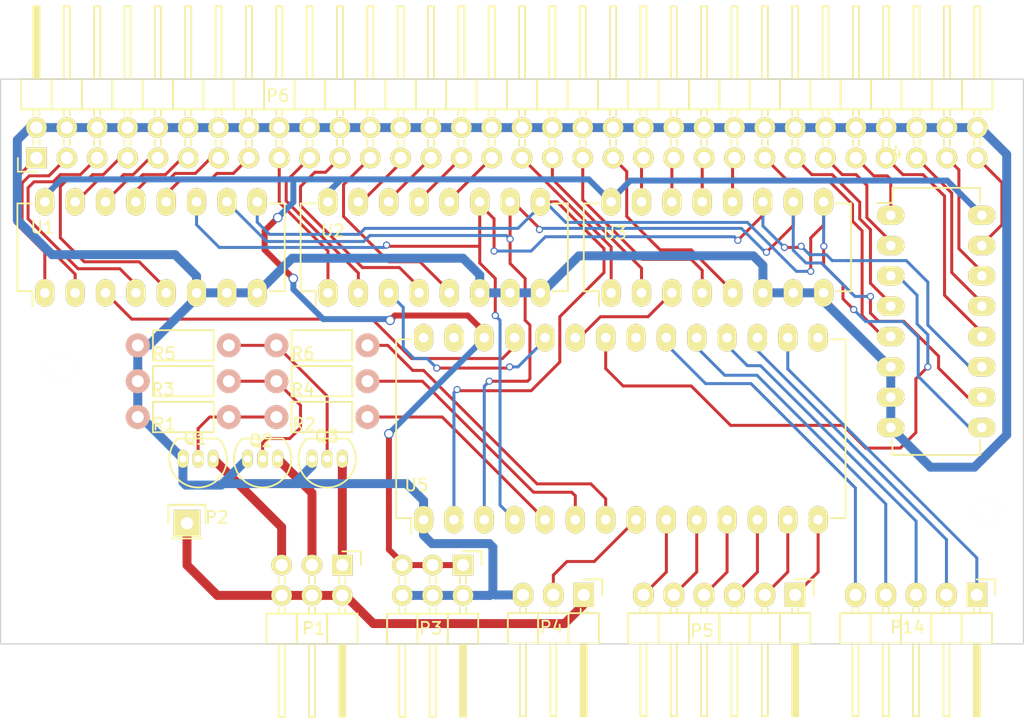
<source format=kicad_pcb>
(kicad_pcb (version 4) (host pcbnew 4.0.4-stable)

  (general
    (links 137)
    (no_connects 0)
    (area 116.849999 38.474999 202.550001 99.728575)
    (thickness 1.6)
    (drawings 64)
    (tracks 550)
    (zones 0)
    (modules 23)
    (nets 68)
  )

  (page A4)
  (layers
    (0 F.Cu signal)
    (31 B.Cu signal)
    (32 B.Adhes user)
    (33 F.Adhes user)
    (34 B.Paste user)
    (35 F.Paste user)
    (36 B.SilkS user)
    (37 F.SilkS user)
    (38 B.Mask user)
    (39 F.Mask user)
    (40 Dwgs.User user)
    (41 Cmts.User user)
    (42 Eco1.User user)
    (43 Eco2.User user)
    (44 Edge.Cuts user)
    (45 Margin user)
    (46 B.CrtYd user)
    (47 F.CrtYd user)
    (48 B.Fab user)
    (49 F.Fab user)
  )

  (setup
    (last_trace_width 0.25)
    (trace_clearance 0.2032)
    (zone_clearance 0.508)
    (zone_45_only no)
    (trace_min 0.21)
    (segment_width 0.2)
    (edge_width 0.1)
    (via_size 0.6)
    (via_drill 0.4)
    (via_min_size 0.4)
    (via_min_drill 0.3)
    (uvia_size 0.6)
    (uvia_drill 0.4)
    (uvias_allowed no)
    (uvia_min_size 0.2)
    (uvia_min_drill 0.1)
    (pcb_text_width 0.3)
    (pcb_text_size 1.5 1.5)
    (mod_edge_width 0.15)
    (mod_text_size 1 1)
    (mod_text_width 0.15)
    (pad_size 1.5 1.5)
    (pad_drill 0.6)
    (pad_to_mask_clearance 0)
    (aux_axis_origin 0 0)
    (visible_elements 7FFFFFFF)
    (pcbplotparams
      (layerselection 0x00030_80000001)
      (usegerberextensions false)
      (excludeedgelayer true)
      (linewidth 0.100000)
      (plotframeref false)
      (viasonmask false)
      (mode 1)
      (useauxorigin false)
      (hpglpennumber 1)
      (hpglpenspeed 20)
      (hpglpendiameter 15)
      (hpglpenoverlay 2)
      (psnegative false)
      (psa4output false)
      (plotreference true)
      (plotvalue true)
      (plotinvisibletext false)
      (padsonsilk false)
      (subtractmaskfromsilk false)
      (outputformat 1)
      (mirror false)
      (drillshape 1)
      (scaleselection 1)
      (outputdirectory "Z:/_private/GitHub - OpenSimButtonBox/Main Module/Images/Development/PCB/"))
  )

  (net 0 "")
  (net 1 "Net-(P1-Pad1)")
  (net 2 +5V)
  (net 3 "Net-(P1-Pad3)")
  (net 4 "Net-(P1-Pad5)")
  (net 5 +3V3)
  (net 6 GND)
  (net 7 "Net-(P4-Pad2)")
  (net 8 "Net-(P5-Pad1)")
  (net 9 "Net-(P5-Pad2)")
  (net 10 "Net-(P5-Pad3)")
  (net 11 "Net-(P5-Pad4)")
  (net 12 "Net-(P5-Pad5)")
  (net 13 "Net-(P5-Pad6)")
  (net 14 "Net-(P6-Pad1)")
  (net 15 "Net-(P6-Pad3)")
  (net 16 "Net-(P6-Pad5)")
  (net 17 "Net-(P6-Pad7)")
  (net 18 "Net-(P6-Pad9)")
  (net 19 "Net-(P6-Pad11)")
  (net 20 "Net-(P6-Pad13)")
  (net 21 "Net-(P6-Pad15)")
  (net 22 "Net-(P6-Pad17)")
  (net 23 "Net-(P6-Pad19)")
  (net 24 "Net-(P6-Pad21)")
  (net 25 "Net-(P6-Pad23)")
  (net 26 "Net-(P6-Pad25)")
  (net 27 "Net-(P6-Pad27)")
  (net 28 "Net-(P6-Pad29)")
  (net 29 "Net-(P6-Pad31)")
  (net 30 "Net-(P6-Pad33)")
  (net 31 "Net-(P6-Pad35)")
  (net 32 "Net-(P6-Pad37)")
  (net 33 "Net-(P6-Pad39)")
  (net 34 "Net-(P6-Pad41)")
  (net 35 "Net-(P6-Pad43)")
  (net 36 "Net-(P6-Pad45)")
  (net 37 "Net-(P6-Pad47)")
  (net 38 "Net-(P6-Pad49)")
  (net 39 "Net-(P6-Pad51)")
  (net 40 "Net-(P6-Pad53)")
  (net 41 "Net-(P6-Pad55)")
  (net 42 "Net-(P6-Pad57)")
  (net 43 "Net-(P6-Pad59)")
  (net 44 "Net-(P6-Pad61)")
  (net 45 "Net-(P6-Pad63)")
  (net 46 "Net-(P14-Pad1)")
  (net 47 "Net-(P14-Pad2)")
  (net 48 "Net-(P14-Pad3)")
  (net 49 "Net-(P14-Pad4)")
  (net 50 "Net-(P14-Pad5)")
  (net 51 "Net-(Q1-Pad2)")
  (net 52 "Net-(Q2-Pad2)")
  (net 53 "Net-(Q3-Pad2)")
  (net 54 "Net-(R2-Pad1)")
  (net 55 "Net-(R4-Pad1)")
  (net 56 "Net-(R6-Pad1)")
  (net 57 "Net-(U1-Pad3)")
  (net 58 "Net-(U1-Pad9)")
  (net 59 "Net-(U1-Pad10)")
  (net 60 "Net-(U1-Pad11)")
  (net 61 "Net-(U2-Pad3)")
  (net 62 "Net-(U3-Pad3)")
  (net 63 "Net-(U4-Pad3)")
  (net 64 "Net-(U5-Pad15)")
  (net 65 /reserved_for_4051)
  (net 66 "Net-(U5-Pad27)")
  (net 67 "Net-(U5-Pad28)")

  (net_class Default "This is the default net class."
    (clearance 0.2032)
    (trace_width 0.25)
    (via_dia 0.6)
    (via_drill 0.4)
    (uvia_dia 0.6)
    (uvia_drill 0.4)
    (add_net /reserved_for_4051)
    (add_net "Net-(P14-Pad1)")
    (add_net "Net-(P14-Pad2)")
    (add_net "Net-(P14-Pad3)")
    (add_net "Net-(P14-Pad4)")
    (add_net "Net-(P14-Pad5)")
    (add_net "Net-(P4-Pad2)")
    (add_net "Net-(P5-Pad1)")
    (add_net "Net-(P5-Pad2)")
    (add_net "Net-(P5-Pad3)")
    (add_net "Net-(P5-Pad4)")
    (add_net "Net-(P5-Pad5)")
    (add_net "Net-(P5-Pad6)")
    (add_net "Net-(P6-Pad1)")
    (add_net "Net-(P6-Pad11)")
    (add_net "Net-(P6-Pad13)")
    (add_net "Net-(P6-Pad15)")
    (add_net "Net-(P6-Pad17)")
    (add_net "Net-(P6-Pad19)")
    (add_net "Net-(P6-Pad21)")
    (add_net "Net-(P6-Pad23)")
    (add_net "Net-(P6-Pad25)")
    (add_net "Net-(P6-Pad27)")
    (add_net "Net-(P6-Pad29)")
    (add_net "Net-(P6-Pad3)")
    (add_net "Net-(P6-Pad31)")
    (add_net "Net-(P6-Pad33)")
    (add_net "Net-(P6-Pad35)")
    (add_net "Net-(P6-Pad37)")
    (add_net "Net-(P6-Pad39)")
    (add_net "Net-(P6-Pad41)")
    (add_net "Net-(P6-Pad43)")
    (add_net "Net-(P6-Pad45)")
    (add_net "Net-(P6-Pad47)")
    (add_net "Net-(P6-Pad49)")
    (add_net "Net-(P6-Pad5)")
    (add_net "Net-(P6-Pad51)")
    (add_net "Net-(P6-Pad53)")
    (add_net "Net-(P6-Pad55)")
    (add_net "Net-(P6-Pad57)")
    (add_net "Net-(P6-Pad59)")
    (add_net "Net-(P6-Pad61)")
    (add_net "Net-(P6-Pad63)")
    (add_net "Net-(P6-Pad7)")
    (add_net "Net-(P6-Pad9)")
    (add_net "Net-(Q1-Pad2)")
    (add_net "Net-(Q2-Pad2)")
    (add_net "Net-(Q3-Pad2)")
    (add_net "Net-(R2-Pad1)")
    (add_net "Net-(R4-Pad1)")
    (add_net "Net-(R6-Pad1)")
    (add_net "Net-(U1-Pad10)")
    (add_net "Net-(U1-Pad11)")
    (add_net "Net-(U1-Pad3)")
    (add_net "Net-(U1-Pad9)")
    (add_net "Net-(U2-Pad3)")
    (add_net "Net-(U3-Pad3)")
    (add_net "Net-(U4-Pad3)")
    (add_net "Net-(U5-Pad15)")
    (add_net "Net-(U5-Pad27)")
    (add_net "Net-(U5-Pad28)")
  )

  (net_class 3.3V ""
    (clearance 0.3)
    (trace_width 0.5)
    (via_dia 0.8)
    (via_drill 0.6)
    (uvia_dia 0.8)
    (uvia_drill 0.6)
    (add_net +3V3)
  )

  (net_class 5V ""
    (clearance 0.3)
    (trace_width 0.75)
    (via_dia 0.8)
    (via_drill 0.6)
    (uvia_dia 0.8)
    (uvia_drill 0.6)
    (add_net +5V)
  )

  (net_class GND ""
    (clearance 0.3)
    (trace_width 0.75)
    (via_dia 0.8)
    (via_drill 0.6)
    (uvia_dia 0.8)
    (uvia_drill 0.6)
    (add_net GND)
    (add_net "Net-(P1-Pad1)")
    (add_net "Net-(P1-Pad3)")
    (add_net "Net-(P1-Pad5)")
  )

  (module Housings_DIP:DIP-16_W7.62mm_LongPads (layer F.Cu) (tedit 5817AFFA) (tstamp 58177442)
    (at 144.3 63.3 90)
    (descr "16-lead dip package, row spacing 7.62 mm (300 mils), longer pads")
    (tags "dil dip 2.54 300")
    (path /57F0E4CD)
    (fp_text reference U2 (at 5.2 0.4 180) (layer F.SilkS)
      (effects (font (size 1 1) (thickness 0.15)))
    )
    (fp_text value 74HC4051 (at 3.8 3.3 180) (layer F.Fab)
      (effects (font (size 1 1) (thickness 0.15)))
    )
    (fp_line (start -1.4 -2.45) (end -1.4 20.25) (layer F.CrtYd) (width 0.05))
    (fp_line (start 9 -2.45) (end 9 20.25) (layer F.CrtYd) (width 0.05))
    (fp_line (start -1.4 -2.45) (end 9 -2.45) (layer F.CrtYd) (width 0.05))
    (fp_line (start -1.4 20.25) (end 9 20.25) (layer F.CrtYd) (width 0.05))
    (fp_line (start 0.135 -2.295) (end 0.135 -1.025) (layer F.SilkS) (width 0.15))
    (fp_line (start 7.485 -2.295) (end 7.485 -1.025) (layer F.SilkS) (width 0.15))
    (fp_line (start 7.485 20.075) (end 7.485 18.805) (layer F.SilkS) (width 0.15))
    (fp_line (start 0.135 20.075) (end 0.135 18.805) (layer F.SilkS) (width 0.15))
    (fp_line (start 0.135 -2.295) (end 7.485 -2.295) (layer F.SilkS) (width 0.15))
    (fp_line (start 0.135 20.075) (end 7.485 20.075) (layer F.SilkS) (width 0.15))
    (fp_line (start 0.135 -1.025) (end -1.15 -1.025) (layer F.SilkS) (width 0.15))
    (pad 1 thru_hole oval (at 0 0 90) (size 2.3 1.6) (drill 0.8) (layers *.Cu *.Mask F.SilkS)
      (net 22 "Net-(P6-Pad17)"))
    (pad 2 thru_hole oval (at 0 2.54 90) (size 2.3 1.6) (drill 0.8) (layers *.Cu *.Mask F.SilkS)
      (net 23 "Net-(P6-Pad19)"))
    (pad 3 thru_hole oval (at 0 5.08 90) (size 2.3 1.6) (drill 0.8) (layers *.Cu *.Mask F.SilkS)
      (net 61 "Net-(U2-Pad3)"))
    (pad 4 thru_hole oval (at 0 7.62 90) (size 2.3 1.6) (drill 0.8) (layers *.Cu *.Mask F.SilkS)
      (net 24 "Net-(P6-Pad21)"))
    (pad 5 thru_hole oval (at 0 10.16 90) (size 2.3 1.6) (drill 0.8) (layers *.Cu *.Mask F.SilkS)
      (net 25 "Net-(P6-Pad23)"))
    (pad 6 thru_hole oval (at 0 12.7 90) (size 2.3 1.6) (drill 0.8) (layers *.Cu *.Mask F.SilkS)
      (net 6 GND))
    (pad 7 thru_hole oval (at 0 15.24 90) (size 2.3 1.6) (drill 0.8) (layers *.Cu *.Mask F.SilkS)
      (net 6 GND))
    (pad 8 thru_hole oval (at 0 17.78 90) (size 2.3 1.6) (drill 0.8) (layers *.Cu *.Mask F.SilkS)
      (net 6 GND))
    (pad 9 thru_hole oval (at 7.62 17.78 90) (size 2.3 1.6) (drill 0.8) (layers *.Cu *.Mask F.SilkS)
      (net 58 "Net-(U1-Pad9)"))
    (pad 10 thru_hole oval (at 7.62 15.24 90) (size 2.3 1.6) (drill 0.8) (layers *.Cu *.Mask F.SilkS)
      (net 59 "Net-(U1-Pad10)"))
    (pad 11 thru_hole oval (at 7.62 12.7 90) (size 2.3 1.6) (drill 0.8) (layers *.Cu *.Mask F.SilkS)
      (net 60 "Net-(U1-Pad11)"))
    (pad 12 thru_hole oval (at 7.62 10.16 90) (size 2.3 1.6) (drill 0.8) (layers *.Cu *.Mask F.SilkS)
      (net 29 "Net-(P6-Pad31)"))
    (pad 13 thru_hole oval (at 7.62 7.62 90) (size 2.3 1.6) (drill 0.8) (layers *.Cu *.Mask F.SilkS)
      (net 28 "Net-(P6-Pad29)"))
    (pad 14 thru_hole oval (at 7.62 5.08 90) (size 2.3 1.6) (drill 0.8) (layers *.Cu *.Mask F.SilkS)
      (net 27 "Net-(P6-Pad27)"))
    (pad 15 thru_hole oval (at 7.62 2.54 90) (size 2.3 1.6) (drill 0.8) (layers *.Cu *.Mask F.SilkS)
      (net 26 "Net-(P6-Pad25)"))
    (pad 16 thru_hole oval (at 7.62 0 90) (size 2.3 1.6) (drill 0.8) (layers *.Cu *.Mask F.SilkS)
      (net 5 +3V3))
    (model Housings_DIP.3dshapes/DIP-16_W7.62mm_LongPads.wrl
      (at (xyz 0 0 0))
      (scale (xyz 1 1 1))
      (rotate (xyz 0 0 0))
    )
  )

  (module Pin_Headers:Pin_Header_Angled_2x03 (layer F.Cu) (tedit 58177EFB) (tstamp 581770DA)
    (at 145.5 86.1 270)
    (descr "Through hole pin header")
    (tags "pin header")
    (path /581250E2)
    (fp_text reference P1 (at 5.3 2.4 360) (layer F.SilkS)
      (effects (font (size 1 1) (thickness 0.15)))
    )
    (fp_text value "AUX 1-3" (at 2.6 7.8 270) (layer F.Fab)
      (effects (font (size 1 1) (thickness 0.15)))
    )
    (fp_line (start -1.35 -1.75) (end -1.35 6.85) (layer F.CrtYd) (width 0.05))
    (fp_line (start 13.2 -1.75) (end 13.2 6.85) (layer F.CrtYd) (width 0.05))
    (fp_line (start -1.35 -1.75) (end 13.2 -1.75) (layer F.CrtYd) (width 0.05))
    (fp_line (start -1.35 6.85) (end 13.2 6.85) (layer F.CrtYd) (width 0.05))
    (fp_line (start 1.524 5.334) (end 1.016 5.334) (layer F.SilkS) (width 0.15))
    (fp_line (start 1.524 4.826) (end 1.016 4.826) (layer F.SilkS) (width 0.15))
    (fp_line (start 1.524 2.794) (end 1.016 2.794) (layer F.SilkS) (width 0.15))
    (fp_line (start 1.524 2.286) (end 1.016 2.286) (layer F.SilkS) (width 0.15))
    (fp_line (start 1.524 0.254) (end 1.016 0.254) (layer F.SilkS) (width 0.15))
    (fp_line (start 1.524 -0.254) (end 1.016 -0.254) (layer F.SilkS) (width 0.15))
    (fp_line (start 4.064 2.286) (end 3.556 2.286) (layer F.SilkS) (width 0.15))
    (fp_line (start 4.064 2.794) (end 3.556 2.794) (layer F.SilkS) (width 0.15))
    (fp_line (start 4.064 4.826) (end 3.556 4.826) (layer F.SilkS) (width 0.15))
    (fp_line (start 4.064 5.334) (end 3.556 5.334) (layer F.SilkS) (width 0.15))
    (fp_line (start 4.064 -0.254) (end 3.556 -0.254) (layer F.SilkS) (width 0.15))
    (fp_line (start 4.064 0.254) (end 3.556 0.254) (layer F.SilkS) (width 0.15))
    (fp_line (start 0 -1.55) (end -1.15 -1.55) (layer F.SilkS) (width 0.15))
    (fp_line (start -1.15 -1.55) (end -1.15 0) (layer F.SilkS) (width 0.15))
    (fp_line (start 6.604 -0.127) (end 12.573 -0.127) (layer F.SilkS) (width 0.15))
    (fp_line (start 12.573 -0.127) (end 12.573 0.127) (layer F.SilkS) (width 0.15))
    (fp_line (start 12.573 0.127) (end 6.731 0.127) (layer F.SilkS) (width 0.15))
    (fp_line (start 6.731 0.127) (end 6.731 0) (layer F.SilkS) (width 0.15))
    (fp_line (start 6.731 0) (end 12.573 0) (layer F.SilkS) (width 0.15))
    (fp_line (start 4.064 1.27) (end 4.064 3.81) (layer F.SilkS) (width 0.15))
    (fp_line (start 4.064 3.81) (end 6.604 3.81) (layer F.SilkS) (width 0.15))
    (fp_line (start 6.604 2.286) (end 12.7 2.286) (layer F.SilkS) (width 0.15))
    (fp_line (start 12.7 2.286) (end 12.7 2.794) (layer F.SilkS) (width 0.15))
    (fp_line (start 12.7 2.794) (end 6.604 2.794) (layer F.SilkS) (width 0.15))
    (fp_line (start 6.604 3.81) (end 6.604 1.27) (layer F.SilkS) (width 0.15))
    (fp_line (start 4.064 6.35) (end 6.604 6.35) (layer F.SilkS) (width 0.15))
    (fp_line (start 6.604 6.35) (end 6.604 3.81) (layer F.SilkS) (width 0.15))
    (fp_line (start 12.7 5.334) (end 6.604 5.334) (layer F.SilkS) (width 0.15))
    (fp_line (start 12.7 4.826) (end 12.7 5.334) (layer F.SilkS) (width 0.15))
    (fp_line (start 6.604 4.826) (end 12.7 4.826) (layer F.SilkS) (width 0.15))
    (fp_line (start 4.064 6.35) (end 6.604 6.35) (layer F.SilkS) (width 0.15))
    (fp_line (start 4.064 3.81) (end 4.064 6.35) (layer F.SilkS) (width 0.15))
    (fp_line (start 4.064 3.81) (end 6.604 3.81) (layer F.SilkS) (width 0.15))
    (fp_line (start 4.064 1.27) (end 6.604 1.27) (layer F.SilkS) (width 0.15))
    (fp_line (start 6.604 1.27) (end 6.604 -1.27) (layer F.SilkS) (width 0.15))
    (fp_line (start 12.7 0.254) (end 6.604 0.254) (layer F.SilkS) (width 0.15))
    (fp_line (start 12.7 -0.254) (end 12.7 0.254) (layer F.SilkS) (width 0.15))
    (fp_line (start 6.604 -0.254) (end 12.7 -0.254) (layer F.SilkS) (width 0.15))
    (fp_line (start 4.064 1.27) (end 6.604 1.27) (layer F.SilkS) (width 0.15))
    (fp_line (start 4.064 -1.27) (end 4.064 1.27) (layer F.SilkS) (width 0.15))
    (fp_line (start 4.064 -1.27) (end 6.604 -1.27) (layer F.SilkS) (width 0.15))
    (pad 1 thru_hole rect (at 0 0 270) (size 1.7272 1.7272) (drill 1.016) (layers *.Cu *.Mask F.SilkS)
      (net 1 "Net-(P1-Pad1)"))
    (pad 2 thru_hole oval (at 2.54 0 270) (size 1.7272 1.7272) (drill 1.016) (layers *.Cu *.Mask F.SilkS)
      (net 2 +5V))
    (pad 3 thru_hole oval (at 0 2.54 270) (size 1.7272 1.7272) (drill 1.016) (layers *.Cu *.Mask F.SilkS)
      (net 3 "Net-(P1-Pad3)"))
    (pad 4 thru_hole oval (at 2.54 2.54 270) (size 1.7272 1.7272) (drill 1.016) (layers *.Cu *.Mask F.SilkS)
      (net 2 +5V))
    (pad 5 thru_hole oval (at 0 5.08 270) (size 1.7272 1.7272) (drill 1.016) (layers *.Cu *.Mask F.SilkS)
      (net 4 "Net-(P1-Pad5)"))
    (pad 6 thru_hole oval (at 2.54 5.08 270) (size 1.7272 1.7272) (drill 1.016) (layers *.Cu *.Mask F.SilkS)
      (net 2 +5V))
    (model Pin_Headers.3dshapes/Pin_Header_Angled_2x03.wrl
      (at (xyz 0.05 -0.1 0))
      (scale (xyz 1 1 1))
      (rotate (xyz 0 0 90))
    )
  )

  (module Pin_Headers:Pin_Header_Straight_1x01 (layer F.Cu) (tedit 58179EC5) (tstamp 581770E7)
    (at 132.5 82.6)
    (descr "Through hole pin header")
    (tags "pin header")
    (path /58126797)
    (fp_text reference P2 (at 2.5 -0.5) (layer F.SilkS)
      (effects (font (size 1 1) (thickness 0.15)))
    )
    (fp_text value VUSB (at 0.1 2.4 180) (layer F.Fab)
      (effects (font (size 1 1) (thickness 0.15)))
    )
    (fp_line (start 1.55 -1.55) (end 1.55 0) (layer F.SilkS) (width 0.15))
    (fp_line (start -1.75 -1.75) (end -1.75 1.75) (layer F.CrtYd) (width 0.05))
    (fp_line (start 1.75 -1.75) (end 1.75 1.75) (layer F.CrtYd) (width 0.05))
    (fp_line (start -1.75 -1.75) (end 1.75 -1.75) (layer F.CrtYd) (width 0.05))
    (fp_line (start -1.75 1.75) (end 1.75 1.75) (layer F.CrtYd) (width 0.05))
    (fp_line (start -1.55 0) (end -1.55 -1.55) (layer F.SilkS) (width 0.15))
    (fp_line (start -1.55 -1.55) (end 1.55 -1.55) (layer F.SilkS) (width 0.15))
    (fp_line (start -1.27 1.27) (end 1.27 1.27) (layer F.SilkS) (width 0.15))
    (pad 1 thru_hole rect (at 0 0) (size 2.2352 2.2352) (drill 1.016) (layers *.Cu *.Mask F.SilkS)
      (net 2 +5V))
    (model Pin_Headers.3dshapes/Pin_Header_Straight_1x01.wrl
      (at (xyz 0 0 0))
      (scale (xyz 1 1 1))
      (rotate (xyz 0 0 90))
    )
  )

  (module Pin_Headers:Pin_Header_Angled_2x03 (layer F.Cu) (tedit 58177EB5) (tstamp 5817711E)
    (at 155.6 86.1 270)
    (descr "Through hole pin header")
    (tags "pin header")
    (path /581294B1)
    (fp_text reference P3 (at 5.3 2.7 360) (layer F.SilkS)
      (effects (font (size 1 1) (thickness 0.15)))
    )
    (fp_text value +3.3V (at 4.4 7.4 270) (layer F.Fab)
      (effects (font (size 1 1) (thickness 0.15)))
    )
    (fp_line (start -1.35 -1.75) (end -1.35 6.85) (layer F.CrtYd) (width 0.05))
    (fp_line (start 13.2 -1.75) (end 13.2 6.85) (layer F.CrtYd) (width 0.05))
    (fp_line (start -1.35 -1.75) (end 13.2 -1.75) (layer F.CrtYd) (width 0.05))
    (fp_line (start -1.35 6.85) (end 13.2 6.85) (layer F.CrtYd) (width 0.05))
    (fp_line (start 1.524 5.334) (end 1.016 5.334) (layer F.SilkS) (width 0.15))
    (fp_line (start 1.524 4.826) (end 1.016 4.826) (layer F.SilkS) (width 0.15))
    (fp_line (start 1.524 2.794) (end 1.016 2.794) (layer F.SilkS) (width 0.15))
    (fp_line (start 1.524 2.286) (end 1.016 2.286) (layer F.SilkS) (width 0.15))
    (fp_line (start 1.524 0.254) (end 1.016 0.254) (layer F.SilkS) (width 0.15))
    (fp_line (start 1.524 -0.254) (end 1.016 -0.254) (layer F.SilkS) (width 0.15))
    (fp_line (start 4.064 2.286) (end 3.556 2.286) (layer F.SilkS) (width 0.15))
    (fp_line (start 4.064 2.794) (end 3.556 2.794) (layer F.SilkS) (width 0.15))
    (fp_line (start 4.064 4.826) (end 3.556 4.826) (layer F.SilkS) (width 0.15))
    (fp_line (start 4.064 5.334) (end 3.556 5.334) (layer F.SilkS) (width 0.15))
    (fp_line (start 4.064 -0.254) (end 3.556 -0.254) (layer F.SilkS) (width 0.15))
    (fp_line (start 4.064 0.254) (end 3.556 0.254) (layer F.SilkS) (width 0.15))
    (fp_line (start 0 -1.55) (end -1.15 -1.55) (layer F.SilkS) (width 0.15))
    (fp_line (start -1.15 -1.55) (end -1.15 0) (layer F.SilkS) (width 0.15))
    (fp_line (start 6.604 -0.127) (end 12.573 -0.127) (layer F.SilkS) (width 0.15))
    (fp_line (start 12.573 -0.127) (end 12.573 0.127) (layer F.SilkS) (width 0.15))
    (fp_line (start 12.573 0.127) (end 6.731 0.127) (layer F.SilkS) (width 0.15))
    (fp_line (start 6.731 0.127) (end 6.731 0) (layer F.SilkS) (width 0.15))
    (fp_line (start 6.731 0) (end 12.573 0) (layer F.SilkS) (width 0.15))
    (fp_line (start 4.064 1.27) (end 4.064 3.81) (layer F.SilkS) (width 0.15))
    (fp_line (start 4.064 3.81) (end 6.604 3.81) (layer F.SilkS) (width 0.15))
    (fp_line (start 6.604 2.286) (end 12.7 2.286) (layer F.SilkS) (width 0.15))
    (fp_line (start 12.7 2.286) (end 12.7 2.794) (layer F.SilkS) (width 0.15))
    (fp_line (start 12.7 2.794) (end 6.604 2.794) (layer F.SilkS) (width 0.15))
    (fp_line (start 6.604 3.81) (end 6.604 1.27) (layer F.SilkS) (width 0.15))
    (fp_line (start 4.064 6.35) (end 6.604 6.35) (layer F.SilkS) (width 0.15))
    (fp_line (start 6.604 6.35) (end 6.604 3.81) (layer F.SilkS) (width 0.15))
    (fp_line (start 12.7 5.334) (end 6.604 5.334) (layer F.SilkS) (width 0.15))
    (fp_line (start 12.7 4.826) (end 12.7 5.334) (layer F.SilkS) (width 0.15))
    (fp_line (start 6.604 4.826) (end 12.7 4.826) (layer F.SilkS) (width 0.15))
    (fp_line (start 4.064 6.35) (end 6.604 6.35) (layer F.SilkS) (width 0.15))
    (fp_line (start 4.064 3.81) (end 4.064 6.35) (layer F.SilkS) (width 0.15))
    (fp_line (start 4.064 3.81) (end 6.604 3.81) (layer F.SilkS) (width 0.15))
    (fp_line (start 4.064 1.27) (end 6.604 1.27) (layer F.SilkS) (width 0.15))
    (fp_line (start 6.604 1.27) (end 6.604 -1.27) (layer F.SilkS) (width 0.15))
    (fp_line (start 12.7 0.254) (end 6.604 0.254) (layer F.SilkS) (width 0.15))
    (fp_line (start 12.7 -0.254) (end 12.7 0.254) (layer F.SilkS) (width 0.15))
    (fp_line (start 6.604 -0.254) (end 12.7 -0.254) (layer F.SilkS) (width 0.15))
    (fp_line (start 4.064 1.27) (end 6.604 1.27) (layer F.SilkS) (width 0.15))
    (fp_line (start 4.064 -1.27) (end 4.064 1.27) (layer F.SilkS) (width 0.15))
    (fp_line (start 4.064 -1.27) (end 6.604 -1.27) (layer F.SilkS) (width 0.15))
    (pad 1 thru_hole rect (at 0 0 270) (size 1.7272 1.7272) (drill 1.016) (layers *.Cu *.Mask F.SilkS)
      (net 5 +3V3))
    (pad 2 thru_hole oval (at 2.54 0 270) (size 1.7272 1.7272) (drill 1.016) (layers *.Cu *.Mask F.SilkS)
      (net 6 GND))
    (pad 3 thru_hole oval (at 0 2.54 270) (size 1.7272 1.7272) (drill 1.016) (layers *.Cu *.Mask F.SilkS)
      (net 5 +3V3))
    (pad 4 thru_hole oval (at 2.54 2.54 270) (size 1.7272 1.7272) (drill 1.016) (layers *.Cu *.Mask F.SilkS)
      (net 6 GND))
    (pad 5 thru_hole oval (at 0 5.08 270) (size 1.7272 1.7272) (drill 1.016) (layers *.Cu *.Mask F.SilkS)
      (net 5 +3V3))
    (pad 6 thru_hole oval (at 2.54 5.08 270) (size 1.7272 1.7272) (drill 1.016) (layers *.Cu *.Mask F.SilkS)
      (net 6 GND))
    (model Pin_Headers.3dshapes/Pin_Header_Angled_2x03.wrl
      (at (xyz 0.05 -0.1 0))
      (scale (xyz 1 1 1))
      (rotate (xyz 0 0 90))
    )
  )

  (module Pin_Headers:Pin_Header_Angled_1x03 (layer F.Cu) (tedit 58177F02) (tstamp 5817714B)
    (at 165.7 88.6 270)
    (descr "Through hole pin header")
    (tags "pin header")
    (path /581036AC)
    (fp_text reference P4 (at 2.7 2.7 360) (layer F.SilkS)
      (effects (font (size 1 1) (thickness 0.15)))
    )
    (fp_text value "Pit limiter" (at 0.1 7.5 270) (layer F.Fab)
      (effects (font (size 1 1) (thickness 0.15)))
    )
    (fp_line (start -1.5 -1.75) (end -1.5 6.85) (layer F.CrtYd) (width 0.05))
    (fp_line (start 10.65 -1.75) (end 10.65 6.85) (layer F.CrtYd) (width 0.05))
    (fp_line (start -1.5 -1.75) (end 10.65 -1.75) (layer F.CrtYd) (width 0.05))
    (fp_line (start -1.5 6.85) (end 10.65 6.85) (layer F.CrtYd) (width 0.05))
    (fp_line (start -1.3 -1.55) (end -1.3 0) (layer F.SilkS) (width 0.15))
    (fp_line (start 0 -1.55) (end -1.3 -1.55) (layer F.SilkS) (width 0.15))
    (fp_line (start 4.191 -0.127) (end 10.033 -0.127) (layer F.SilkS) (width 0.15))
    (fp_line (start 10.033 -0.127) (end 10.033 0.127) (layer F.SilkS) (width 0.15))
    (fp_line (start 10.033 0.127) (end 4.191 0.127) (layer F.SilkS) (width 0.15))
    (fp_line (start 4.191 0.127) (end 4.191 0) (layer F.SilkS) (width 0.15))
    (fp_line (start 4.191 0) (end 10.033 0) (layer F.SilkS) (width 0.15))
    (fp_line (start 1.524 -0.254) (end 1.143 -0.254) (layer F.SilkS) (width 0.15))
    (fp_line (start 1.524 0.254) (end 1.143 0.254) (layer F.SilkS) (width 0.15))
    (fp_line (start 1.524 2.286) (end 1.143 2.286) (layer F.SilkS) (width 0.15))
    (fp_line (start 1.524 2.794) (end 1.143 2.794) (layer F.SilkS) (width 0.15))
    (fp_line (start 1.524 4.826) (end 1.143 4.826) (layer F.SilkS) (width 0.15))
    (fp_line (start 1.524 5.334) (end 1.143 5.334) (layer F.SilkS) (width 0.15))
    (fp_line (start 4.064 1.27) (end 4.064 -1.27) (layer F.SilkS) (width 0.15))
    (fp_line (start 10.16 0.254) (end 4.064 0.254) (layer F.SilkS) (width 0.15))
    (fp_line (start 10.16 -0.254) (end 10.16 0.254) (layer F.SilkS) (width 0.15))
    (fp_line (start 4.064 -0.254) (end 10.16 -0.254) (layer F.SilkS) (width 0.15))
    (fp_line (start 1.524 1.27) (end 4.064 1.27) (layer F.SilkS) (width 0.15))
    (fp_line (start 1.524 -1.27) (end 1.524 1.27) (layer F.SilkS) (width 0.15))
    (fp_line (start 1.524 -1.27) (end 4.064 -1.27) (layer F.SilkS) (width 0.15))
    (fp_line (start 1.524 3.81) (end 4.064 3.81) (layer F.SilkS) (width 0.15))
    (fp_line (start 1.524 3.81) (end 1.524 6.35) (layer F.SilkS) (width 0.15))
    (fp_line (start 4.064 4.826) (end 10.16 4.826) (layer F.SilkS) (width 0.15))
    (fp_line (start 10.16 4.826) (end 10.16 5.334) (layer F.SilkS) (width 0.15))
    (fp_line (start 10.16 5.334) (end 4.064 5.334) (layer F.SilkS) (width 0.15))
    (fp_line (start 4.064 6.35) (end 4.064 3.81) (layer F.SilkS) (width 0.15))
    (fp_line (start 4.064 3.81) (end 4.064 1.27) (layer F.SilkS) (width 0.15))
    (fp_line (start 10.16 2.794) (end 4.064 2.794) (layer F.SilkS) (width 0.15))
    (fp_line (start 10.16 2.286) (end 10.16 2.794) (layer F.SilkS) (width 0.15))
    (fp_line (start 4.064 2.286) (end 10.16 2.286) (layer F.SilkS) (width 0.15))
    (fp_line (start 1.524 3.81) (end 4.064 3.81) (layer F.SilkS) (width 0.15))
    (fp_line (start 1.524 1.27) (end 1.524 3.81) (layer F.SilkS) (width 0.15))
    (fp_line (start 1.524 1.27) (end 4.064 1.27) (layer F.SilkS) (width 0.15))
    (fp_line (start 1.524 6.35) (end 4.064 6.35) (layer F.SilkS) (width 0.15))
    (pad 1 thru_hole rect (at 0 0 270) (size 2.032 1.7272) (drill 1.016) (layers *.Cu *.Mask F.SilkS)
      (net 2 +5V))
    (pad 2 thru_hole oval (at 0 2.54 270) (size 2.032 1.7272) (drill 1.016) (layers *.Cu *.Mask F.SilkS)
      (net 7 "Net-(P4-Pad2)"))
    (pad 3 thru_hole oval (at 0 5.08 270) (size 2.032 1.7272) (drill 1.016) (layers *.Cu *.Mask F.SilkS)
      (net 6 GND))
    (model Pin_Headers.3dshapes/Pin_Header_Angled_1x03.wrl
      (at (xyz 0 -0.1 0))
      (scale (xyz 1 1 1))
      (rotate (xyz 0 0 90))
    )
  )

  (module Pin_Headers:Pin_Header_Angled_1x06 (layer F.Cu) (tedit 5817AD93) (tstamp 58177196)
    (at 183.4 88.6 270)
    (descr "Through hole pin header")
    (tags "pin header")
    (path /57F1AF96)
    (fp_text reference P5 (at 3 7.8 360) (layer F.SilkS)
      (effects (font (size 1 1) (thickness 0.15)))
    )
    (fp_text value Encoders (at 0.7 15.1 270) (layer F.Fab)
      (effects (font (size 1 1) (thickness 0.15)))
    )
    (fp_line (start -1.5 -1.75) (end -1.5 14.45) (layer F.CrtYd) (width 0.05))
    (fp_line (start 10.65 -1.75) (end 10.65 14.45) (layer F.CrtYd) (width 0.05))
    (fp_line (start -1.5 -1.75) (end 10.65 -1.75) (layer F.CrtYd) (width 0.05))
    (fp_line (start -1.5 14.45) (end 10.65 14.45) (layer F.CrtYd) (width 0.05))
    (fp_line (start -1.3 -1.55) (end -1.3 0) (layer F.SilkS) (width 0.15))
    (fp_line (start 0 -1.55) (end -1.3 -1.55) (layer F.SilkS) (width 0.15))
    (fp_line (start 4.191 -0.127) (end 10.033 -0.127) (layer F.SilkS) (width 0.15))
    (fp_line (start 10.033 -0.127) (end 10.033 0.127) (layer F.SilkS) (width 0.15))
    (fp_line (start 10.033 0.127) (end 4.191 0.127) (layer F.SilkS) (width 0.15))
    (fp_line (start 4.191 0.127) (end 4.191 0) (layer F.SilkS) (width 0.15))
    (fp_line (start 4.191 0) (end 10.033 0) (layer F.SilkS) (width 0.15))
    (fp_line (start 1.524 -0.254) (end 1.143 -0.254) (layer F.SilkS) (width 0.15))
    (fp_line (start 1.524 0.254) (end 1.143 0.254) (layer F.SilkS) (width 0.15))
    (fp_line (start 1.524 2.286) (end 1.143 2.286) (layer F.SilkS) (width 0.15))
    (fp_line (start 1.524 2.794) (end 1.143 2.794) (layer F.SilkS) (width 0.15))
    (fp_line (start 1.524 4.826) (end 1.143 4.826) (layer F.SilkS) (width 0.15))
    (fp_line (start 1.524 5.334) (end 1.143 5.334) (layer F.SilkS) (width 0.15))
    (fp_line (start 1.524 12.954) (end 1.143 12.954) (layer F.SilkS) (width 0.15))
    (fp_line (start 1.524 12.446) (end 1.143 12.446) (layer F.SilkS) (width 0.15))
    (fp_line (start 1.524 10.414) (end 1.143 10.414) (layer F.SilkS) (width 0.15))
    (fp_line (start 1.524 9.906) (end 1.143 9.906) (layer F.SilkS) (width 0.15))
    (fp_line (start 1.524 7.874) (end 1.143 7.874) (layer F.SilkS) (width 0.15))
    (fp_line (start 1.524 7.366) (end 1.143 7.366) (layer F.SilkS) (width 0.15))
    (fp_line (start 1.524 -1.27) (end 4.064 -1.27) (layer F.SilkS) (width 0.15))
    (fp_line (start 1.524 1.27) (end 4.064 1.27) (layer F.SilkS) (width 0.15))
    (fp_line (start 1.524 1.27) (end 1.524 3.81) (layer F.SilkS) (width 0.15))
    (fp_line (start 1.524 3.81) (end 4.064 3.81) (layer F.SilkS) (width 0.15))
    (fp_line (start 4.064 2.286) (end 10.16 2.286) (layer F.SilkS) (width 0.15))
    (fp_line (start 10.16 2.286) (end 10.16 2.794) (layer F.SilkS) (width 0.15))
    (fp_line (start 10.16 2.794) (end 4.064 2.794) (layer F.SilkS) (width 0.15))
    (fp_line (start 4.064 3.81) (end 4.064 1.27) (layer F.SilkS) (width 0.15))
    (fp_line (start 4.064 1.27) (end 4.064 -1.27) (layer F.SilkS) (width 0.15))
    (fp_line (start 10.16 0.254) (end 4.064 0.254) (layer F.SilkS) (width 0.15))
    (fp_line (start 10.16 -0.254) (end 10.16 0.254) (layer F.SilkS) (width 0.15))
    (fp_line (start 4.064 -0.254) (end 10.16 -0.254) (layer F.SilkS) (width 0.15))
    (fp_line (start 1.524 1.27) (end 4.064 1.27) (layer F.SilkS) (width 0.15))
    (fp_line (start 1.524 -1.27) (end 1.524 1.27) (layer F.SilkS) (width 0.15))
    (fp_line (start 1.524 8.89) (end 4.064 8.89) (layer F.SilkS) (width 0.15))
    (fp_line (start 1.524 8.89) (end 1.524 11.43) (layer F.SilkS) (width 0.15))
    (fp_line (start 1.524 11.43) (end 4.064 11.43) (layer F.SilkS) (width 0.15))
    (fp_line (start 4.064 9.906) (end 10.16 9.906) (layer F.SilkS) (width 0.15))
    (fp_line (start 10.16 9.906) (end 10.16 10.414) (layer F.SilkS) (width 0.15))
    (fp_line (start 10.16 10.414) (end 4.064 10.414) (layer F.SilkS) (width 0.15))
    (fp_line (start 4.064 11.43) (end 4.064 8.89) (layer F.SilkS) (width 0.15))
    (fp_line (start 4.064 13.97) (end 4.064 11.43) (layer F.SilkS) (width 0.15))
    (fp_line (start 10.16 12.954) (end 4.064 12.954) (layer F.SilkS) (width 0.15))
    (fp_line (start 10.16 12.446) (end 10.16 12.954) (layer F.SilkS) (width 0.15))
    (fp_line (start 4.064 12.446) (end 10.16 12.446) (layer F.SilkS) (width 0.15))
    (fp_line (start 1.524 13.97) (end 4.064 13.97) (layer F.SilkS) (width 0.15))
    (fp_line (start 1.524 11.43) (end 1.524 13.97) (layer F.SilkS) (width 0.15))
    (fp_line (start 1.524 11.43) (end 4.064 11.43) (layer F.SilkS) (width 0.15))
    (fp_line (start 1.524 6.35) (end 4.064 6.35) (layer F.SilkS) (width 0.15))
    (fp_line (start 1.524 6.35) (end 1.524 8.89) (layer F.SilkS) (width 0.15))
    (fp_line (start 1.524 8.89) (end 4.064 8.89) (layer F.SilkS) (width 0.15))
    (fp_line (start 4.064 7.366) (end 10.16 7.366) (layer F.SilkS) (width 0.15))
    (fp_line (start 10.16 7.366) (end 10.16 7.874) (layer F.SilkS) (width 0.15))
    (fp_line (start 10.16 7.874) (end 4.064 7.874) (layer F.SilkS) (width 0.15))
    (fp_line (start 4.064 8.89) (end 4.064 6.35) (layer F.SilkS) (width 0.15))
    (fp_line (start 4.064 6.35) (end 4.064 3.81) (layer F.SilkS) (width 0.15))
    (fp_line (start 10.16 5.334) (end 4.064 5.334) (layer F.SilkS) (width 0.15))
    (fp_line (start 10.16 4.826) (end 10.16 5.334) (layer F.SilkS) (width 0.15))
    (fp_line (start 4.064 4.826) (end 10.16 4.826) (layer F.SilkS) (width 0.15))
    (fp_line (start 1.524 6.35) (end 4.064 6.35) (layer F.SilkS) (width 0.15))
    (fp_line (start 1.524 3.81) (end 1.524 6.35) (layer F.SilkS) (width 0.15))
    (fp_line (start 1.524 3.81) (end 4.064 3.81) (layer F.SilkS) (width 0.15))
    (pad 1 thru_hole rect (at 0 0 270) (size 2.032 1.7272) (drill 1.016) (layers *.Cu *.Mask F.SilkS)
      (net 8 "Net-(P5-Pad1)"))
    (pad 2 thru_hole oval (at 0 2.54 270) (size 2.032 1.7272) (drill 1.016) (layers *.Cu *.Mask F.SilkS)
      (net 9 "Net-(P5-Pad2)"))
    (pad 3 thru_hole oval (at 0 5.08 270) (size 2.032 1.7272) (drill 1.016) (layers *.Cu *.Mask F.SilkS)
      (net 10 "Net-(P5-Pad3)"))
    (pad 4 thru_hole oval (at 0 7.62 270) (size 2.032 1.7272) (drill 1.016) (layers *.Cu *.Mask F.SilkS)
      (net 11 "Net-(P5-Pad4)"))
    (pad 5 thru_hole oval (at 0 10.16 270) (size 2.032 1.7272) (drill 1.016) (layers *.Cu *.Mask F.SilkS)
      (net 12 "Net-(P5-Pad5)"))
    (pad 6 thru_hole oval (at 0 12.7 270) (size 2.032 1.7272) (drill 1.016) (layers *.Cu *.Mask F.SilkS)
      (net 13 "Net-(P5-Pad6)"))
    (model Pin_Headers.3dshapes/Pin_Header_Angled_1x06.wrl
      (at (xyz 0 -0.25 0))
      (scale (xyz 1 1 1))
      (rotate (xyz 0 0 90))
    )
  )

  (module Pin_Headers:Pin_Header_Angled_2x32 (layer F.Cu) (tedit 58177D75) (tstamp 58177345)
    (at 119.9 52 90)
    (descr "Through hole pin header")
    (tags "pin header")
    (path /5813B5E9)
    (fp_text reference P6 (at 5.2 20.2 180) (layer F.SilkS)
      (effects (font (size 1 1) (thickness 0.15)))
    )
    (fp_text value "BTN 1-32" (at 5.2 11.7 180) (layer F.Fab)
      (effects (font (size 1 1) (thickness 0.15)))
    )
    (fp_line (start -1.35 -1.75) (end -1.35 80.5) (layer F.CrtYd) (width 0.05))
    (fp_line (start 13.2 -1.75) (end 13.2 80.5) (layer F.CrtYd) (width 0.05))
    (fp_line (start -1.35 -1.75) (end 13.2 -1.75) (layer F.CrtYd) (width 0.05))
    (fp_line (start -1.35 80.5) (end 13.2 80.5) (layer F.CrtYd) (width 0.05))
    (fp_line (start 1.524 -0.254) (end 1.016 -0.254) (layer F.SilkS) (width 0.15))
    (fp_line (start 1.524 0.254) (end 1.016 0.254) (layer F.SilkS) (width 0.15))
    (fp_line (start 1.524 2.286) (end 1.016 2.286) (layer F.SilkS) (width 0.15))
    (fp_line (start 1.524 2.794) (end 1.016 2.794) (layer F.SilkS) (width 0.15))
    (fp_line (start 1.524 7.874) (end 1.016 7.874) (layer F.SilkS) (width 0.15))
    (fp_line (start 1.524 7.366) (end 1.016 7.366) (layer F.SilkS) (width 0.15))
    (fp_line (start 1.524 5.334) (end 1.016 5.334) (layer F.SilkS) (width 0.15))
    (fp_line (start 1.524 4.826) (end 1.016 4.826) (layer F.SilkS) (width 0.15))
    (fp_line (start 1.524 25.146) (end 1.016 25.146) (layer F.SilkS) (width 0.15))
    (fp_line (start 1.524 25.654) (end 1.016 25.654) (layer F.SilkS) (width 0.15))
    (fp_line (start 1.524 27.686) (end 1.016 27.686) (layer F.SilkS) (width 0.15))
    (fp_line (start 1.524 28.194) (end 1.016 28.194) (layer F.SilkS) (width 0.15))
    (fp_line (start 1.524 23.114) (end 1.016 23.114) (layer F.SilkS) (width 0.15))
    (fp_line (start 1.524 22.606) (end 1.016 22.606) (layer F.SilkS) (width 0.15))
    (fp_line (start 1.524 20.574) (end 1.016 20.574) (layer F.SilkS) (width 0.15))
    (fp_line (start 1.524 20.066) (end 1.016 20.066) (layer F.SilkS) (width 0.15))
    (fp_line (start 1.524 9.906) (end 1.016 9.906) (layer F.SilkS) (width 0.15))
    (fp_line (start 1.524 10.414) (end 1.016 10.414) (layer F.SilkS) (width 0.15))
    (fp_line (start 1.524 12.446) (end 1.016 12.446) (layer F.SilkS) (width 0.15))
    (fp_line (start 1.524 12.954) (end 1.016 12.954) (layer F.SilkS) (width 0.15))
    (fp_line (start 1.524 18.034) (end 1.016 18.034) (layer F.SilkS) (width 0.15))
    (fp_line (start 1.524 17.526) (end 1.016 17.526) (layer F.SilkS) (width 0.15))
    (fp_line (start 1.524 15.494) (end 1.016 15.494) (layer F.SilkS) (width 0.15))
    (fp_line (start 1.524 14.986) (end 1.016 14.986) (layer F.SilkS) (width 0.15))
    (fp_line (start 1.524 55.626) (end 1.016 55.626) (layer F.SilkS) (width 0.15))
    (fp_line (start 1.524 56.134) (end 1.016 56.134) (layer F.SilkS) (width 0.15))
    (fp_line (start 1.524 58.166) (end 1.016 58.166) (layer F.SilkS) (width 0.15))
    (fp_line (start 1.524 58.674) (end 1.016 58.674) (layer F.SilkS) (width 0.15))
    (fp_line (start 1.524 53.594) (end 1.016 53.594) (layer F.SilkS) (width 0.15))
    (fp_line (start 1.524 53.086) (end 1.016 53.086) (layer F.SilkS) (width 0.15))
    (fp_line (start 1.524 51.054) (end 1.016 51.054) (layer F.SilkS) (width 0.15))
    (fp_line (start 1.524 50.546) (end 1.016 50.546) (layer F.SilkS) (width 0.15))
    (fp_line (start 1.524 60.706) (end 1.016 60.706) (layer F.SilkS) (width 0.15))
    (fp_line (start 1.524 61.214) (end 1.016 61.214) (layer F.SilkS) (width 0.15))
    (fp_line (start 1.524 63.246) (end 1.016 63.246) (layer F.SilkS) (width 0.15))
    (fp_line (start 1.524 63.754) (end 1.016 63.754) (layer F.SilkS) (width 0.15))
    (fp_line (start 1.524 68.834) (end 1.016 68.834) (layer F.SilkS) (width 0.15))
    (fp_line (start 1.524 68.326) (end 1.016 68.326) (layer F.SilkS) (width 0.15))
    (fp_line (start 1.524 66.294) (end 1.016 66.294) (layer F.SilkS) (width 0.15))
    (fp_line (start 1.524 65.786) (end 1.016 65.786) (layer F.SilkS) (width 0.15))
    (fp_line (start 1.524 45.466) (end 1.016 45.466) (layer F.SilkS) (width 0.15))
    (fp_line (start 1.524 45.974) (end 1.016 45.974) (layer F.SilkS) (width 0.15))
    (fp_line (start 1.524 48.006) (end 1.016 48.006) (layer F.SilkS) (width 0.15))
    (fp_line (start 1.524 48.514) (end 1.016 48.514) (layer F.SilkS) (width 0.15))
    (fp_line (start 1.524 43.434) (end 1.016 43.434) (layer F.SilkS) (width 0.15))
    (fp_line (start 1.524 42.926) (end 1.016 42.926) (layer F.SilkS) (width 0.15))
    (fp_line (start 1.524 40.894) (end 1.016 40.894) (layer F.SilkS) (width 0.15))
    (fp_line (start 1.524 40.386) (end 1.016 40.386) (layer F.SilkS) (width 0.15))
    (fp_line (start 1.524 30.226) (end 1.016 30.226) (layer F.SilkS) (width 0.15))
    (fp_line (start 1.524 30.734) (end 1.016 30.734) (layer F.SilkS) (width 0.15))
    (fp_line (start 1.524 32.766) (end 1.016 32.766) (layer F.SilkS) (width 0.15))
    (fp_line (start 1.524 33.274) (end 1.016 33.274) (layer F.SilkS) (width 0.15))
    (fp_line (start 1.524 38.354) (end 1.016 38.354) (layer F.SilkS) (width 0.15))
    (fp_line (start 1.524 37.846) (end 1.016 37.846) (layer F.SilkS) (width 0.15))
    (fp_line (start 1.524 35.814) (end 1.016 35.814) (layer F.SilkS) (width 0.15))
    (fp_line (start 1.524 35.306) (end 1.016 35.306) (layer F.SilkS) (width 0.15))
    (fp_line (start 1.524 70.866) (end 1.016 70.866) (layer F.SilkS) (width 0.15))
    (fp_line (start 1.524 71.374) (end 1.016 71.374) (layer F.SilkS) (width 0.15))
    (fp_line (start 1.524 73.406) (end 1.016 73.406) (layer F.SilkS) (width 0.15))
    (fp_line (start 1.524 73.914) (end 1.016 73.914) (layer F.SilkS) (width 0.15))
    (fp_line (start 1.524 78.994) (end 1.016 78.994) (layer F.SilkS) (width 0.15))
    (fp_line (start 1.524 78.486) (end 1.016 78.486) (layer F.SilkS) (width 0.15))
    (fp_line (start 1.524 76.454) (end 1.016 76.454) (layer F.SilkS) (width 0.15))
    (fp_line (start 1.524 75.946) (end 1.016 75.946) (layer F.SilkS) (width 0.15))
    (fp_line (start 4.064 45.466) (end 3.556 45.466) (layer F.SilkS) (width 0.15))
    (fp_line (start 4.064 45.974) (end 3.556 45.974) (layer F.SilkS) (width 0.15))
    (fp_line (start 4.064 48.006) (end 3.556 48.006) (layer F.SilkS) (width 0.15))
    (fp_line (start 4.064 48.514) (end 3.556 48.514) (layer F.SilkS) (width 0.15))
    (fp_line (start 4.064 43.434) (end 3.556 43.434) (layer F.SilkS) (width 0.15))
    (fp_line (start 4.064 42.926) (end 3.556 42.926) (layer F.SilkS) (width 0.15))
    (fp_line (start 4.064 40.894) (end 3.556 40.894) (layer F.SilkS) (width 0.15))
    (fp_line (start 4.064 40.386) (end 3.556 40.386) (layer F.SilkS) (width 0.15))
    (fp_line (start 4.064 50.546) (end 3.556 50.546) (layer F.SilkS) (width 0.15))
    (fp_line (start 4.064 51.054) (end 3.556 51.054) (layer F.SilkS) (width 0.15))
    (fp_line (start 4.064 53.086) (end 3.556 53.086) (layer F.SilkS) (width 0.15))
    (fp_line (start 4.064 53.594) (end 3.556 53.594) (layer F.SilkS) (width 0.15))
    (fp_line (start 4.064 58.674) (end 3.556 58.674) (layer F.SilkS) (width 0.15))
    (fp_line (start 4.064 58.166) (end 3.556 58.166) (layer F.SilkS) (width 0.15))
    (fp_line (start 4.064 56.134) (end 3.556 56.134) (layer F.SilkS) (width 0.15))
    (fp_line (start 4.064 55.626) (end 3.556 55.626) (layer F.SilkS) (width 0.15))
    (fp_line (start 4.064 75.946) (end 3.556 75.946) (layer F.SilkS) (width 0.15))
    (fp_line (start 4.064 76.454) (end 3.556 76.454) (layer F.SilkS) (width 0.15))
    (fp_line (start 4.064 78.486) (end 3.556 78.486) (layer F.SilkS) (width 0.15))
    (fp_line (start 4.064 78.994) (end 3.556 78.994) (layer F.SilkS) (width 0.15))
    (fp_line (start 4.064 73.914) (end 3.556 73.914) (layer F.SilkS) (width 0.15))
    (fp_line (start 4.064 73.406) (end 3.556 73.406) (layer F.SilkS) (width 0.15))
    (fp_line (start 4.064 71.374) (end 3.556 71.374) (layer F.SilkS) (width 0.15))
    (fp_line (start 4.064 70.866) (end 3.556 70.866) (layer F.SilkS) (width 0.15))
    (fp_line (start 4.064 60.706) (end 3.556 60.706) (layer F.SilkS) (width 0.15))
    (fp_line (start 4.064 61.214) (end 3.556 61.214) (layer F.SilkS) (width 0.15))
    (fp_line (start 4.064 63.246) (end 3.556 63.246) (layer F.SilkS) (width 0.15))
    (fp_line (start 4.064 63.754) (end 3.556 63.754) (layer F.SilkS) (width 0.15))
    (fp_line (start 4.064 68.834) (end 3.556 68.834) (layer F.SilkS) (width 0.15))
    (fp_line (start 4.064 68.326) (end 3.556 68.326) (layer F.SilkS) (width 0.15))
    (fp_line (start 4.064 66.294) (end 3.556 66.294) (layer F.SilkS) (width 0.15))
    (fp_line (start 4.064 65.786) (end 3.556 65.786) (layer F.SilkS) (width 0.15))
    (fp_line (start 4.064 25.146) (end 3.556 25.146) (layer F.SilkS) (width 0.15))
    (fp_line (start 4.064 25.654) (end 3.556 25.654) (layer F.SilkS) (width 0.15))
    (fp_line (start 4.064 27.686) (end 3.556 27.686) (layer F.SilkS) (width 0.15))
    (fp_line (start 4.064 28.194) (end 3.556 28.194) (layer F.SilkS) (width 0.15))
    (fp_line (start 4.064 23.114) (end 3.556 23.114) (layer F.SilkS) (width 0.15))
    (fp_line (start 4.064 22.606) (end 3.556 22.606) (layer F.SilkS) (width 0.15))
    (fp_line (start 4.064 20.574) (end 3.556 20.574) (layer F.SilkS) (width 0.15))
    (fp_line (start 4.064 20.066) (end 3.556 20.066) (layer F.SilkS) (width 0.15))
    (fp_line (start 4.064 30.226) (end 3.556 30.226) (layer F.SilkS) (width 0.15))
    (fp_line (start 4.064 30.734) (end 3.556 30.734) (layer F.SilkS) (width 0.15))
    (fp_line (start 4.064 32.766) (end 3.556 32.766) (layer F.SilkS) (width 0.15))
    (fp_line (start 4.064 33.274) (end 3.556 33.274) (layer F.SilkS) (width 0.15))
    (fp_line (start 4.064 38.354) (end 3.556 38.354) (layer F.SilkS) (width 0.15))
    (fp_line (start 4.064 37.846) (end 3.556 37.846) (layer F.SilkS) (width 0.15))
    (fp_line (start 4.064 35.814) (end 3.556 35.814) (layer F.SilkS) (width 0.15))
    (fp_line (start 4.064 35.306) (end 3.556 35.306) (layer F.SilkS) (width 0.15))
    (fp_line (start 4.064 14.986) (end 3.556 14.986) (layer F.SilkS) (width 0.15))
    (fp_line (start 4.064 15.494) (end 3.556 15.494) (layer F.SilkS) (width 0.15))
    (fp_line (start 4.064 17.526) (end 3.556 17.526) (layer F.SilkS) (width 0.15))
    (fp_line (start 4.064 18.034) (end 3.556 18.034) (layer F.SilkS) (width 0.15))
    (fp_line (start 4.064 12.954) (end 3.556 12.954) (layer F.SilkS) (width 0.15))
    (fp_line (start 4.064 12.446) (end 3.556 12.446) (layer F.SilkS) (width 0.15))
    (fp_line (start 4.064 10.414) (end 3.556 10.414) (layer F.SilkS) (width 0.15))
    (fp_line (start 4.064 9.906) (end 3.556 9.906) (layer F.SilkS) (width 0.15))
    (fp_line (start 4.064 -0.254) (end 3.556 -0.254) (layer F.SilkS) (width 0.15))
    (fp_line (start 4.064 0.254) (end 3.556 0.254) (layer F.SilkS) (width 0.15))
    (fp_line (start 4.064 2.286) (end 3.556 2.286) (layer F.SilkS) (width 0.15))
    (fp_line (start 4.064 2.794) (end 3.556 2.794) (layer F.SilkS) (width 0.15))
    (fp_line (start 4.064 7.874) (end 3.556 7.874) (layer F.SilkS) (width 0.15))
    (fp_line (start 4.064 7.366) (end 3.556 7.366) (layer F.SilkS) (width 0.15))
    (fp_line (start 4.064 5.334) (end 3.556 5.334) (layer F.SilkS) (width 0.15))
    (fp_line (start 4.064 4.826) (end 3.556 4.826) (layer F.SilkS) (width 0.15))
    (fp_line (start 0 -1.55) (end -1.15 -1.55) (layer F.SilkS) (width 0.15))
    (fp_line (start -1.15 -1.55) (end -1.15 0) (layer F.SilkS) (width 0.15))
    (fp_line (start 6.604 -0.127) (end 12.573 -0.127) (layer F.SilkS) (width 0.15))
    (fp_line (start 12.573 -0.127) (end 12.573 0.127) (layer F.SilkS) (width 0.15))
    (fp_line (start 12.573 0.127) (end 6.731 0.127) (layer F.SilkS) (width 0.15))
    (fp_line (start 6.731 0.127) (end 6.731 0) (layer F.SilkS) (width 0.15))
    (fp_line (start 6.731 0) (end 12.573 0) (layer F.SilkS) (width 0.15))
    (fp_line (start 4.064 39.37) (end 6.604 39.37) (layer F.SilkS) (width 0.15))
    (fp_line (start 4.064 39.37) (end 4.064 41.91) (layer F.SilkS) (width 0.15))
    (fp_line (start 4.064 41.91) (end 6.604 41.91) (layer F.SilkS) (width 0.15))
    (fp_line (start 6.604 40.386) (end 12.7 40.386) (layer F.SilkS) (width 0.15))
    (fp_line (start 12.7 40.386) (end 12.7 40.894) (layer F.SilkS) (width 0.15))
    (fp_line (start 12.7 40.894) (end 6.604 40.894) (layer F.SilkS) (width 0.15))
    (fp_line (start 6.604 41.91) (end 6.604 39.37) (layer F.SilkS) (width 0.15))
    (fp_line (start 6.604 44.45) (end 6.604 41.91) (layer F.SilkS) (width 0.15))
    (fp_line (start 12.7 43.434) (end 6.604 43.434) (layer F.SilkS) (width 0.15))
    (fp_line (start 12.7 42.926) (end 12.7 43.434) (layer F.SilkS) (width 0.15))
    (fp_line (start 6.604 42.926) (end 12.7 42.926) (layer F.SilkS) (width 0.15))
    (fp_line (start 4.064 44.45) (end 6.604 44.45) (layer F.SilkS) (width 0.15))
    (fp_line (start 4.064 41.91) (end 4.064 44.45) (layer F.SilkS) (width 0.15))
    (fp_line (start 4.064 41.91) (end 6.604 41.91) (layer F.SilkS) (width 0.15))
    (fp_line (start 4.064 46.99) (end 6.604 46.99) (layer F.SilkS) (width 0.15))
    (fp_line (start 4.064 46.99) (end 4.064 49.53) (layer F.SilkS) (width 0.15))
    (fp_line (start 4.064 49.53) (end 6.604 49.53) (layer F.SilkS) (width 0.15))
    (fp_line (start 6.604 48.006) (end 12.7 48.006) (layer F.SilkS) (width 0.15))
    (fp_line (start 12.7 48.006) (end 12.7 48.514) (layer F.SilkS) (width 0.15))
    (fp_line (start 12.7 48.514) (end 6.604 48.514) (layer F.SilkS) (width 0.15))
    (fp_line (start 6.604 49.53) (end 6.604 46.99) (layer F.SilkS) (width 0.15))
    (fp_line (start 6.604 46.99) (end 6.604 44.45) (layer F.SilkS) (width 0.15))
    (fp_line (start 12.7 45.974) (end 6.604 45.974) (layer F.SilkS) (width 0.15))
    (fp_line (start 12.7 45.466) (end 12.7 45.974) (layer F.SilkS) (width 0.15))
    (fp_line (start 6.604 45.466) (end 12.7 45.466) (layer F.SilkS) (width 0.15))
    (fp_line (start 4.064 46.99) (end 6.604 46.99) (layer F.SilkS) (width 0.15))
    (fp_line (start 4.064 44.45) (end 4.064 46.99) (layer F.SilkS) (width 0.15))
    (fp_line (start 4.064 44.45) (end 6.604 44.45) (layer F.SilkS) (width 0.15))
    (fp_line (start 4.064 54.61) (end 6.604 54.61) (layer F.SilkS) (width 0.15))
    (fp_line (start 4.064 54.61) (end 4.064 57.15) (layer F.SilkS) (width 0.15))
    (fp_line (start 4.064 57.15) (end 6.604 57.15) (layer F.SilkS) (width 0.15))
    (fp_line (start 6.604 55.626) (end 12.7 55.626) (layer F.SilkS) (width 0.15))
    (fp_line (start 12.7 55.626) (end 12.7 56.134) (layer F.SilkS) (width 0.15))
    (fp_line (start 12.7 56.134) (end 6.604 56.134) (layer F.SilkS) (width 0.15))
    (fp_line (start 6.604 57.15) (end 6.604 54.61) (layer F.SilkS) (width 0.15))
    (fp_line (start 6.604 59.69) (end 6.604 57.15) (layer F.SilkS) (width 0.15))
    (fp_line (start 12.7 58.674) (end 6.604 58.674) (layer F.SilkS) (width 0.15))
    (fp_line (start 12.7 58.166) (end 12.7 58.674) (layer F.SilkS) (width 0.15))
    (fp_line (start 6.604 58.166) (end 12.7 58.166) (layer F.SilkS) (width 0.15))
    (fp_line (start 4.064 59.69) (end 6.604 59.69) (layer F.SilkS) (width 0.15))
    (fp_line (start 4.064 57.15) (end 4.064 59.69) (layer F.SilkS) (width 0.15))
    (fp_line (start 4.064 57.15) (end 6.604 57.15) (layer F.SilkS) (width 0.15))
    (fp_line (start 4.064 52.07) (end 6.604 52.07) (layer F.SilkS) (width 0.15))
    (fp_line (start 4.064 52.07) (end 4.064 54.61) (layer F.SilkS) (width 0.15))
    (fp_line (start 4.064 54.61) (end 6.604 54.61) (layer F.SilkS) (width 0.15))
    (fp_line (start 6.604 53.086) (end 12.7 53.086) (layer F.SilkS) (width 0.15))
    (fp_line (start 12.7 53.086) (end 12.7 53.594) (layer F.SilkS) (width 0.15))
    (fp_line (start 12.7 53.594) (end 6.604 53.594) (layer F.SilkS) (width 0.15))
    (fp_line (start 6.604 54.61) (end 6.604 52.07) (layer F.SilkS) (width 0.15))
    (fp_line (start 6.604 52.07) (end 6.604 49.53) (layer F.SilkS) (width 0.15))
    (fp_line (start 12.7 51.054) (end 6.604 51.054) (layer F.SilkS) (width 0.15))
    (fp_line (start 12.7 50.546) (end 12.7 51.054) (layer F.SilkS) (width 0.15))
    (fp_line (start 6.604 50.546) (end 12.7 50.546) (layer F.SilkS) (width 0.15))
    (fp_line (start 4.064 52.07) (end 6.604 52.07) (layer F.SilkS) (width 0.15))
    (fp_line (start 4.064 49.53) (end 4.064 52.07) (layer F.SilkS) (width 0.15))
    (fp_line (start 4.064 49.53) (end 6.604 49.53) (layer F.SilkS) (width 0.15))
    (fp_line (start 4.064 69.85) (end 6.604 69.85) (layer F.SilkS) (width 0.15))
    (fp_line (start 4.064 69.85) (end 4.064 72.39) (layer F.SilkS) (width 0.15))
    (fp_line (start 4.064 72.39) (end 6.604 72.39) (layer F.SilkS) (width 0.15))
    (fp_line (start 6.604 70.866) (end 12.7 70.866) (layer F.SilkS) (width 0.15))
    (fp_line (start 12.7 70.866) (end 12.7 71.374) (layer F.SilkS) (width 0.15))
    (fp_line (start 12.7 71.374) (end 6.604 71.374) (layer F.SilkS) (width 0.15))
    (fp_line (start 6.604 72.39) (end 6.604 69.85) (layer F.SilkS) (width 0.15))
    (fp_line (start 6.604 74.93) (end 6.604 72.39) (layer F.SilkS) (width 0.15))
    (fp_line (start 12.7 73.914) (end 6.604 73.914) (layer F.SilkS) (width 0.15))
    (fp_line (start 12.7 73.406) (end 12.7 73.914) (layer F.SilkS) (width 0.15))
    (fp_line (start 6.604 73.406) (end 12.7 73.406) (layer F.SilkS) (width 0.15))
    (fp_line (start 4.064 74.93) (end 6.604 74.93) (layer F.SilkS) (width 0.15))
    (fp_line (start 4.064 72.39) (end 4.064 74.93) (layer F.SilkS) (width 0.15))
    (fp_line (start 4.064 72.39) (end 6.604 72.39) (layer F.SilkS) (width 0.15))
    (fp_line (start 4.064 77.47) (end 6.604 77.47) (layer F.SilkS) (width 0.15))
    (fp_line (start 4.064 77.47) (end 4.064 80.01) (layer F.SilkS) (width 0.15))
    (fp_line (start 4.064 80.01) (end 6.604 80.01) (layer F.SilkS) (width 0.15))
    (fp_line (start 6.604 78.486) (end 12.7 78.486) (layer F.SilkS) (width 0.15))
    (fp_line (start 12.7 78.486) (end 12.7 78.994) (layer F.SilkS) (width 0.15))
    (fp_line (start 12.7 78.994) (end 6.604 78.994) (layer F.SilkS) (width 0.15))
    (fp_line (start 6.604 80.01) (end 6.604 77.47) (layer F.SilkS) (width 0.15))
    (fp_line (start 6.604 77.47) (end 6.604 74.93) (layer F.SilkS) (width 0.15))
    (fp_line (start 12.7 76.454) (end 6.604 76.454) (layer F.SilkS) (width 0.15))
    (fp_line (start 12.7 75.946) (end 12.7 76.454) (layer F.SilkS) (width 0.15))
    (fp_line (start 6.604 75.946) (end 12.7 75.946) (layer F.SilkS) (width 0.15))
    (fp_line (start 4.064 77.47) (end 6.604 77.47) (layer F.SilkS) (width 0.15))
    (fp_line (start 4.064 74.93) (end 4.064 77.47) (layer F.SilkS) (width 0.15))
    (fp_line (start 4.064 74.93) (end 6.604 74.93) (layer F.SilkS) (width 0.15))
    (fp_line (start 4.064 64.77) (end 6.604 64.77) (layer F.SilkS) (width 0.15))
    (fp_line (start 4.064 64.77) (end 4.064 67.31) (layer F.SilkS) (width 0.15))
    (fp_line (start 4.064 67.31) (end 6.604 67.31) (layer F.SilkS) (width 0.15))
    (fp_line (start 6.604 65.786) (end 12.7 65.786) (layer F.SilkS) (width 0.15))
    (fp_line (start 12.7 65.786) (end 12.7 66.294) (layer F.SilkS) (width 0.15))
    (fp_line (start 12.7 66.294) (end 6.604 66.294) (layer F.SilkS) (width 0.15))
    (fp_line (start 6.604 67.31) (end 6.604 64.77) (layer F.SilkS) (width 0.15))
    (fp_line (start 6.604 69.85) (end 6.604 67.31) (layer F.SilkS) (width 0.15))
    (fp_line (start 12.7 68.834) (end 6.604 68.834) (layer F.SilkS) (width 0.15))
    (fp_line (start 12.7 68.326) (end 12.7 68.834) (layer F.SilkS) (width 0.15))
    (fp_line (start 6.604 68.326) (end 12.7 68.326) (layer F.SilkS) (width 0.15))
    (fp_line (start 4.064 69.85) (end 6.604 69.85) (layer F.SilkS) (width 0.15))
    (fp_line (start 4.064 67.31) (end 4.064 69.85) (layer F.SilkS) (width 0.15))
    (fp_line (start 4.064 67.31) (end 6.604 67.31) (layer F.SilkS) (width 0.15))
    (fp_line (start 4.064 62.23) (end 6.604 62.23) (layer F.SilkS) (width 0.15))
    (fp_line (start 4.064 62.23) (end 4.064 64.77) (layer F.SilkS) (width 0.15))
    (fp_line (start 4.064 64.77) (end 6.604 64.77) (layer F.SilkS) (width 0.15))
    (fp_line (start 6.604 63.246) (end 12.7 63.246) (layer F.SilkS) (width 0.15))
    (fp_line (start 12.7 63.246) (end 12.7 63.754) (layer F.SilkS) (width 0.15))
    (fp_line (start 12.7 63.754) (end 6.604 63.754) (layer F.SilkS) (width 0.15))
    (fp_line (start 6.604 64.77) (end 6.604 62.23) (layer F.SilkS) (width 0.15))
    (fp_line (start 6.604 62.23) (end 6.604 59.69) (layer F.SilkS) (width 0.15))
    (fp_line (start 12.7 61.214) (end 6.604 61.214) (layer F.SilkS) (width 0.15))
    (fp_line (start 12.7 60.706) (end 12.7 61.214) (layer F.SilkS) (width 0.15))
    (fp_line (start 6.604 60.706) (end 12.7 60.706) (layer F.SilkS) (width 0.15))
    (fp_line (start 4.064 62.23) (end 6.604 62.23) (layer F.SilkS) (width 0.15))
    (fp_line (start 4.064 59.69) (end 4.064 62.23) (layer F.SilkS) (width 0.15))
    (fp_line (start 4.064 59.69) (end 6.604 59.69) (layer F.SilkS) (width 0.15))
    (fp_line (start 4.064 19.05) (end 6.604 19.05) (layer F.SilkS) (width 0.15))
    (fp_line (start 4.064 19.05) (end 4.064 21.59) (layer F.SilkS) (width 0.15))
    (fp_line (start 4.064 21.59) (end 6.604 21.59) (layer F.SilkS) (width 0.15))
    (fp_line (start 6.604 20.066) (end 12.7 20.066) (layer F.SilkS) (width 0.15))
    (fp_line (start 12.7 20.066) (end 12.7 20.574) (layer F.SilkS) (width 0.15))
    (fp_line (start 12.7 20.574) (end 6.604 20.574) (layer F.SilkS) (width 0.15))
    (fp_line (start 6.604 21.59) (end 6.604 19.05) (layer F.SilkS) (width 0.15))
    (fp_line (start 6.604 24.13) (end 6.604 21.59) (layer F.SilkS) (width 0.15))
    (fp_line (start 12.7 23.114) (end 6.604 23.114) (layer F.SilkS) (width 0.15))
    (fp_line (start 12.7 22.606) (end 12.7 23.114) (layer F.SilkS) (width 0.15))
    (fp_line (start 6.604 22.606) (end 12.7 22.606) (layer F.SilkS) (width 0.15))
    (fp_line (start 4.064 24.13) (end 6.604 24.13) (layer F.SilkS) (width 0.15))
    (fp_line (start 4.064 21.59) (end 4.064 24.13) (layer F.SilkS) (width 0.15))
    (fp_line (start 4.064 21.59) (end 6.604 21.59) (layer F.SilkS) (width 0.15))
    (fp_line (start 4.064 26.67) (end 6.604 26.67) (layer F.SilkS) (width 0.15))
    (fp_line (start 4.064 26.67) (end 4.064 29.21) (layer F.SilkS) (width 0.15))
    (fp_line (start 4.064 29.21) (end 6.604 29.21) (layer F.SilkS) (width 0.15))
    (fp_line (start 6.604 27.686) (end 12.7 27.686) (layer F.SilkS) (width 0.15))
    (fp_line (start 12.7 27.686) (end 12.7 28.194) (layer F.SilkS) (width 0.15))
    (fp_line (start 12.7 28.194) (end 6.604 28.194) (layer F.SilkS) (width 0.15))
    (fp_line (start 6.604 29.21) (end 6.604 26.67) (layer F.SilkS) (width 0.15))
    (fp_line (start 6.604 26.67) (end 6.604 24.13) (layer F.SilkS) (width 0.15))
    (fp_line (start 12.7 25.654) (end 6.604 25.654) (layer F.SilkS) (width 0.15))
    (fp_line (start 12.7 25.146) (end 12.7 25.654) (layer F.SilkS) (width 0.15))
    (fp_line (start 6.604 25.146) (end 12.7 25.146) (layer F.SilkS) (width 0.15))
    (fp_line (start 4.064 26.67) (end 6.604 26.67) (layer F.SilkS) (width 0.15))
    (fp_line (start 4.064 24.13) (end 4.064 26.67) (layer F.SilkS) (width 0.15))
    (fp_line (start 4.064 24.13) (end 6.604 24.13) (layer F.SilkS) (width 0.15))
    (fp_line (start 4.064 34.29) (end 6.604 34.29) (layer F.SilkS) (width 0.15))
    (fp_line (start 4.064 34.29) (end 4.064 36.83) (layer F.SilkS) (width 0.15))
    (fp_line (start 4.064 36.83) (end 6.604 36.83) (layer F.SilkS) (width 0.15))
    (fp_line (start 6.604 35.306) (end 12.7 35.306) (layer F.SilkS) (width 0.15))
    (fp_line (start 12.7 35.306) (end 12.7 35.814) (layer F.SilkS) (width 0.15))
    (fp_line (start 12.7 35.814) (end 6.604 35.814) (layer F.SilkS) (width 0.15))
    (fp_line (start 6.604 36.83) (end 6.604 34.29) (layer F.SilkS) (width 0.15))
    (fp_line (start 6.604 39.37) (end 6.604 36.83) (layer F.SilkS) (width 0.15))
    (fp_line (start 12.7 38.354) (end 6.604 38.354) (layer F.SilkS) (width 0.15))
    (fp_line (start 12.7 37.846) (end 12.7 38.354) (layer F.SilkS) (width 0.15))
    (fp_line (start 6.604 37.846) (end 12.7 37.846) (layer F.SilkS) (width 0.15))
    (fp_line (start 4.064 39.37) (end 6.604 39.37) (layer F.SilkS) (width 0.15))
    (fp_line (start 4.064 36.83) (end 4.064 39.37) (layer F.SilkS) (width 0.15))
    (fp_line (start 4.064 36.83) (end 6.604 36.83) (layer F.SilkS) (width 0.15))
    (fp_line (start 4.064 31.75) (end 6.604 31.75) (layer F.SilkS) (width 0.15))
    (fp_line (start 4.064 31.75) (end 4.064 34.29) (layer F.SilkS) (width 0.15))
    (fp_line (start 4.064 34.29) (end 6.604 34.29) (layer F.SilkS) (width 0.15))
    (fp_line (start 6.604 32.766) (end 12.7 32.766) (layer F.SilkS) (width 0.15))
    (fp_line (start 12.7 32.766) (end 12.7 33.274) (layer F.SilkS) (width 0.15))
    (fp_line (start 12.7 33.274) (end 6.604 33.274) (layer F.SilkS) (width 0.15))
    (fp_line (start 6.604 34.29) (end 6.604 31.75) (layer F.SilkS) (width 0.15))
    (fp_line (start 6.604 31.75) (end 6.604 29.21) (layer F.SilkS) (width 0.15))
    (fp_line (start 12.7 30.734) (end 6.604 30.734) (layer F.SilkS) (width 0.15))
    (fp_line (start 12.7 30.226) (end 12.7 30.734) (layer F.SilkS) (width 0.15))
    (fp_line (start 6.604 30.226) (end 12.7 30.226) (layer F.SilkS) (width 0.15))
    (fp_line (start 4.064 31.75) (end 6.604 31.75) (layer F.SilkS) (width 0.15))
    (fp_line (start 4.064 29.21) (end 4.064 31.75) (layer F.SilkS) (width 0.15))
    (fp_line (start 4.064 29.21) (end 6.604 29.21) (layer F.SilkS) (width 0.15))
    (fp_line (start 4.064 8.89) (end 6.604 8.89) (layer F.SilkS) (width 0.15))
    (fp_line (start 4.064 8.89) (end 4.064 11.43) (layer F.SilkS) (width 0.15))
    (fp_line (start 4.064 11.43) (end 6.604 11.43) (layer F.SilkS) (width 0.15))
    (fp_line (start 6.604 9.906) (end 12.7 9.906) (layer F.SilkS) (width 0.15))
    (fp_line (start 12.7 9.906) (end 12.7 10.414) (layer F.SilkS) (width 0.15))
    (fp_line (start 12.7 10.414) (end 6.604 10.414) (layer F.SilkS) (width 0.15))
    (fp_line (start 6.604 11.43) (end 6.604 8.89) (layer F.SilkS) (width 0.15))
    (fp_line (start 6.604 13.97) (end 6.604 11.43) (layer F.SilkS) (width 0.15))
    (fp_line (start 12.7 12.954) (end 6.604 12.954) (layer F.SilkS) (width 0.15))
    (fp_line (start 12.7 12.446) (end 12.7 12.954) (layer F.SilkS) (width 0.15))
    (fp_line (start 6.604 12.446) (end 12.7 12.446) (layer F.SilkS) (width 0.15))
    (fp_line (start 4.064 13.97) (end 6.604 13.97) (layer F.SilkS) (width 0.15))
    (fp_line (start 4.064 11.43) (end 4.064 13.97) (layer F.SilkS) (width 0.15))
    (fp_line (start 4.064 11.43) (end 6.604 11.43) (layer F.SilkS) (width 0.15))
    (fp_line (start 4.064 16.51) (end 6.604 16.51) (layer F.SilkS) (width 0.15))
    (fp_line (start 4.064 16.51) (end 4.064 19.05) (layer F.SilkS) (width 0.15))
    (fp_line (start 4.064 19.05) (end 6.604 19.05) (layer F.SilkS) (width 0.15))
    (fp_line (start 6.604 17.526) (end 12.7 17.526) (layer F.SilkS) (width 0.15))
    (fp_line (start 12.7 17.526) (end 12.7 18.034) (layer F.SilkS) (width 0.15))
    (fp_line (start 12.7 18.034) (end 6.604 18.034) (layer F.SilkS) (width 0.15))
    (fp_line (start 6.604 19.05) (end 6.604 16.51) (layer F.SilkS) (width 0.15))
    (fp_line (start 6.604 16.51) (end 6.604 13.97) (layer F.SilkS) (width 0.15))
    (fp_line (start 12.7 15.494) (end 6.604 15.494) (layer F.SilkS) (width 0.15))
    (fp_line (start 12.7 14.986) (end 12.7 15.494) (layer F.SilkS) (width 0.15))
    (fp_line (start 6.604 14.986) (end 12.7 14.986) (layer F.SilkS) (width 0.15))
    (fp_line (start 4.064 16.51) (end 6.604 16.51) (layer F.SilkS) (width 0.15))
    (fp_line (start 4.064 13.97) (end 4.064 16.51) (layer F.SilkS) (width 0.15))
    (fp_line (start 4.064 13.97) (end 6.604 13.97) (layer F.SilkS) (width 0.15))
    (fp_line (start 4.064 3.81) (end 6.604 3.81) (layer F.SilkS) (width 0.15))
    (fp_line (start 4.064 3.81) (end 4.064 6.35) (layer F.SilkS) (width 0.15))
    (fp_line (start 4.064 6.35) (end 6.604 6.35) (layer F.SilkS) (width 0.15))
    (fp_line (start 6.604 4.826) (end 12.7 4.826) (layer F.SilkS) (width 0.15))
    (fp_line (start 12.7 4.826) (end 12.7 5.334) (layer F.SilkS) (width 0.15))
    (fp_line (start 12.7 5.334) (end 6.604 5.334) (layer F.SilkS) (width 0.15))
    (fp_line (start 6.604 6.35) (end 6.604 3.81) (layer F.SilkS) (width 0.15))
    (fp_line (start 6.604 8.89) (end 6.604 6.35) (layer F.SilkS) (width 0.15))
    (fp_line (start 12.7 7.874) (end 6.604 7.874) (layer F.SilkS) (width 0.15))
    (fp_line (start 12.7 7.366) (end 12.7 7.874) (layer F.SilkS) (width 0.15))
    (fp_line (start 6.604 7.366) (end 12.7 7.366) (layer F.SilkS) (width 0.15))
    (fp_line (start 4.064 8.89) (end 6.604 8.89) (layer F.SilkS) (width 0.15))
    (fp_line (start 4.064 6.35) (end 4.064 8.89) (layer F.SilkS) (width 0.15))
    (fp_line (start 4.064 6.35) (end 6.604 6.35) (layer F.SilkS) (width 0.15))
    (fp_line (start 4.064 1.27) (end 6.604 1.27) (layer F.SilkS) (width 0.15))
    (fp_line (start 4.064 1.27) (end 4.064 3.81) (layer F.SilkS) (width 0.15))
    (fp_line (start 4.064 3.81) (end 6.604 3.81) (layer F.SilkS) (width 0.15))
    (fp_line (start 6.604 2.286) (end 12.7 2.286) (layer F.SilkS) (width 0.15))
    (fp_line (start 12.7 2.286) (end 12.7 2.794) (layer F.SilkS) (width 0.15))
    (fp_line (start 12.7 2.794) (end 6.604 2.794) (layer F.SilkS) (width 0.15))
    (fp_line (start 6.604 3.81) (end 6.604 1.27) (layer F.SilkS) (width 0.15))
    (fp_line (start 6.604 1.27) (end 6.604 -1.27) (layer F.SilkS) (width 0.15))
    (fp_line (start 12.7 0.254) (end 6.604 0.254) (layer F.SilkS) (width 0.15))
    (fp_line (start 12.7 -0.254) (end 12.7 0.254) (layer F.SilkS) (width 0.15))
    (fp_line (start 6.604 -0.254) (end 12.7 -0.254) (layer F.SilkS) (width 0.15))
    (fp_line (start 4.064 1.27) (end 6.604 1.27) (layer F.SilkS) (width 0.15))
    (fp_line (start 4.064 -1.27) (end 4.064 1.27) (layer F.SilkS) (width 0.15))
    (fp_line (start 4.064 -1.27) (end 6.604 -1.27) (layer F.SilkS) (width 0.15))
    (pad 1 thru_hole rect (at 0 0 90) (size 1.7272 1.7272) (drill 1.016) (layers *.Cu *.Mask F.SilkS)
      (net 14 "Net-(P6-Pad1)"))
    (pad 2 thru_hole oval (at 2.54 0 90) (size 1.7272 1.7272) (drill 1.016) (layers *.Cu *.Mask F.SilkS)
      (net 6 GND))
    (pad 3 thru_hole oval (at 0 2.54 90) (size 1.7272 1.7272) (drill 1.016) (layers *.Cu *.Mask F.SilkS)
      (net 15 "Net-(P6-Pad3)"))
    (pad 4 thru_hole oval (at 2.54 2.54 90) (size 1.7272 1.7272) (drill 1.016) (layers *.Cu *.Mask F.SilkS)
      (net 6 GND))
    (pad 5 thru_hole oval (at 0 5.08 90) (size 1.7272 1.7272) (drill 1.016) (layers *.Cu *.Mask F.SilkS)
      (net 16 "Net-(P6-Pad5)"))
    (pad 6 thru_hole oval (at 2.54 5.08 90) (size 1.7272 1.7272) (drill 1.016) (layers *.Cu *.Mask F.SilkS)
      (net 6 GND))
    (pad 7 thru_hole oval (at 0 7.62 90) (size 1.7272 1.7272) (drill 1.016) (layers *.Cu *.Mask F.SilkS)
      (net 17 "Net-(P6-Pad7)"))
    (pad 8 thru_hole oval (at 2.54 7.62 90) (size 1.7272 1.7272) (drill 1.016) (layers *.Cu *.Mask F.SilkS)
      (net 6 GND))
    (pad 9 thru_hole oval (at 0 10.16 90) (size 1.7272 1.7272) (drill 1.016) (layers *.Cu *.Mask F.SilkS)
      (net 18 "Net-(P6-Pad9)"))
    (pad 10 thru_hole oval (at 2.54 10.16 90) (size 1.7272 1.7272) (drill 1.016) (layers *.Cu *.Mask F.SilkS)
      (net 6 GND))
    (pad 11 thru_hole oval (at 0 12.7 90) (size 1.7272 1.7272) (drill 1.016) (layers *.Cu *.Mask F.SilkS)
      (net 19 "Net-(P6-Pad11)"))
    (pad 12 thru_hole oval (at 2.54 12.7 90) (size 1.7272 1.7272) (drill 1.016) (layers *.Cu *.Mask F.SilkS)
      (net 6 GND))
    (pad 13 thru_hole oval (at 0 15.24 90) (size 1.7272 1.7272) (drill 1.016) (layers *.Cu *.Mask F.SilkS)
      (net 20 "Net-(P6-Pad13)"))
    (pad 14 thru_hole oval (at 2.54 15.24 90) (size 1.7272 1.7272) (drill 1.016) (layers *.Cu *.Mask F.SilkS)
      (net 6 GND))
    (pad 15 thru_hole oval (at 0 17.78 90) (size 1.7272 1.7272) (drill 1.016) (layers *.Cu *.Mask F.SilkS)
      (net 21 "Net-(P6-Pad15)"))
    (pad 16 thru_hole oval (at 2.54 17.78 90) (size 1.7272 1.7272) (drill 1.016) (layers *.Cu *.Mask F.SilkS)
      (net 6 GND))
    (pad 17 thru_hole oval (at 0 20.32 90) (size 1.7272 1.7272) (drill 1.016) (layers *.Cu *.Mask F.SilkS)
      (net 22 "Net-(P6-Pad17)"))
    (pad 18 thru_hole oval (at 2.54 20.32 90) (size 1.7272 1.7272) (drill 1.016) (layers *.Cu *.Mask F.SilkS)
      (net 6 GND))
    (pad 19 thru_hole oval (at 0 22.86 90) (size 1.7272 1.7272) (drill 1.016) (layers *.Cu *.Mask F.SilkS)
      (net 23 "Net-(P6-Pad19)"))
    (pad 20 thru_hole oval (at 2.54 22.86 90) (size 1.7272 1.7272) (drill 1.016) (layers *.Cu *.Mask F.SilkS)
      (net 6 GND))
    (pad 21 thru_hole oval (at 0 25.4 90) (size 1.7272 1.7272) (drill 1.016) (layers *.Cu *.Mask F.SilkS)
      (net 24 "Net-(P6-Pad21)"))
    (pad 22 thru_hole oval (at 2.54 25.4 90) (size 1.7272 1.7272) (drill 1.016) (layers *.Cu *.Mask F.SilkS)
      (net 6 GND))
    (pad 23 thru_hole oval (at 0 27.94 90) (size 1.7272 1.7272) (drill 1.016) (layers *.Cu *.Mask F.SilkS)
      (net 25 "Net-(P6-Pad23)"))
    (pad 24 thru_hole oval (at 2.54 27.94 90) (size 1.7272 1.7272) (drill 1.016) (layers *.Cu *.Mask F.SilkS)
      (net 6 GND))
    (pad 25 thru_hole oval (at 0 30.48 90) (size 1.7272 1.7272) (drill 1.016) (layers *.Cu *.Mask F.SilkS)
      (net 26 "Net-(P6-Pad25)"))
    (pad 26 thru_hole oval (at 2.54 30.48 90) (size 1.7272 1.7272) (drill 1.016) (layers *.Cu *.Mask F.SilkS)
      (net 6 GND))
    (pad 27 thru_hole oval (at 0 33.02 90) (size 1.7272 1.7272) (drill 1.016) (layers *.Cu *.Mask F.SilkS)
      (net 27 "Net-(P6-Pad27)"))
    (pad 28 thru_hole oval (at 2.54 33.02 90) (size 1.7272 1.7272) (drill 1.016) (layers *.Cu *.Mask F.SilkS)
      (net 6 GND))
    (pad 29 thru_hole oval (at 0 35.56 90) (size 1.7272 1.7272) (drill 1.016) (layers *.Cu *.Mask F.SilkS)
      (net 28 "Net-(P6-Pad29)"))
    (pad 30 thru_hole oval (at 2.54 35.56 90) (size 1.7272 1.7272) (drill 1.016) (layers *.Cu *.Mask F.SilkS)
      (net 6 GND))
    (pad 31 thru_hole oval (at 0 38.1 90) (size 1.7272 1.7272) (drill 1.016) (layers *.Cu *.Mask F.SilkS)
      (net 29 "Net-(P6-Pad31)"))
    (pad 32 thru_hole oval (at 2.54 38.1 90) (size 1.7272 1.7272) (drill 1.016) (layers *.Cu *.Mask F.SilkS)
      (net 6 GND))
    (pad 33 thru_hole oval (at 0 40.64 90) (size 1.7272 1.7272) (drill 1.016) (layers *.Cu *.Mask F.SilkS)
      (net 30 "Net-(P6-Pad33)"))
    (pad 34 thru_hole oval (at 2.54 40.64 90) (size 1.7272 1.7272) (drill 1.016) (layers *.Cu *.Mask F.SilkS)
      (net 6 GND))
    (pad 35 thru_hole oval (at 0 43.18 90) (size 1.7272 1.7272) (drill 1.016) (layers *.Cu *.Mask F.SilkS)
      (net 31 "Net-(P6-Pad35)"))
    (pad 36 thru_hole oval (at 2.54 43.18 90) (size 1.7272 1.7272) (drill 1.016) (layers *.Cu *.Mask F.SilkS)
      (net 6 GND))
    (pad 37 thru_hole oval (at 0 45.72 90) (size 1.7272 1.7272) (drill 1.016) (layers *.Cu *.Mask F.SilkS)
      (net 32 "Net-(P6-Pad37)"))
    (pad 38 thru_hole oval (at 2.54 45.72 90) (size 1.7272 1.7272) (drill 1.016) (layers *.Cu *.Mask F.SilkS)
      (net 6 GND))
    (pad 39 thru_hole oval (at 0 48.26 90) (size 1.7272 1.7272) (drill 1.016) (layers *.Cu *.Mask F.SilkS)
      (net 33 "Net-(P6-Pad39)"))
    (pad 40 thru_hole oval (at 2.54 48.26 90) (size 1.7272 1.7272) (drill 1.016) (layers *.Cu *.Mask F.SilkS)
      (net 6 GND))
    (pad 41 thru_hole oval (at 0 50.8 90) (size 1.7272 1.7272) (drill 1.016) (layers *.Cu *.Mask F.SilkS)
      (net 34 "Net-(P6-Pad41)"))
    (pad 42 thru_hole oval (at 2.54 50.8 90) (size 1.7272 1.7272) (drill 1.016) (layers *.Cu *.Mask F.SilkS)
      (net 6 GND))
    (pad 43 thru_hole oval (at 0 53.34 90) (size 1.7272 1.7272) (drill 1.016) (layers *.Cu *.Mask F.SilkS)
      (net 35 "Net-(P6-Pad43)"))
    (pad 44 thru_hole oval (at 2.54 53.34 90) (size 1.7272 1.7272) (drill 1.016) (layers *.Cu *.Mask F.SilkS)
      (net 6 GND))
    (pad 45 thru_hole oval (at 0 55.88 90) (size 1.7272 1.7272) (drill 1.016) (layers *.Cu *.Mask F.SilkS)
      (net 36 "Net-(P6-Pad45)"))
    (pad 46 thru_hole oval (at 2.54 55.88 90) (size 1.7272 1.7272) (drill 1.016) (layers *.Cu *.Mask F.SilkS)
      (net 6 GND))
    (pad 47 thru_hole oval (at 0 58.42 90) (size 1.7272 1.7272) (drill 1.016) (layers *.Cu *.Mask F.SilkS)
      (net 37 "Net-(P6-Pad47)"))
    (pad 48 thru_hole oval (at 2.54 58.42 90) (size 1.7272 1.7272) (drill 1.016) (layers *.Cu *.Mask F.SilkS)
      (net 6 GND))
    (pad 49 thru_hole oval (at 0 60.96 90) (size 1.7272 1.7272) (drill 1.016) (layers *.Cu *.Mask F.SilkS)
      (net 38 "Net-(P6-Pad49)"))
    (pad 50 thru_hole oval (at 2.54 60.96 90) (size 1.7272 1.7272) (drill 1.016) (layers *.Cu *.Mask F.SilkS)
      (net 6 GND))
    (pad 51 thru_hole oval (at 0 63.5 90) (size 1.7272 1.7272) (drill 1.016) (layers *.Cu *.Mask F.SilkS)
      (net 39 "Net-(P6-Pad51)"))
    (pad 52 thru_hole oval (at 2.54 63.5 90) (size 1.7272 1.7272) (drill 1.016) (layers *.Cu *.Mask F.SilkS)
      (net 6 GND))
    (pad 53 thru_hole oval (at 0 66.04 90) (size 1.7272 1.7272) (drill 1.016) (layers *.Cu *.Mask F.SilkS)
      (net 40 "Net-(P6-Pad53)"))
    (pad 54 thru_hole oval (at 2.54 66.04 90) (size 1.7272 1.7272) (drill 1.016) (layers *.Cu *.Mask F.SilkS)
      (net 6 GND))
    (pad 55 thru_hole oval (at 0 68.58 90) (size 1.7272 1.7272) (drill 1.016) (layers *.Cu *.Mask F.SilkS)
      (net 41 "Net-(P6-Pad55)"))
    (pad 56 thru_hole oval (at 2.54 68.58 90) (size 1.7272 1.7272) (drill 1.016) (layers *.Cu *.Mask F.SilkS)
      (net 6 GND))
    (pad 57 thru_hole oval (at 0 71.12 90) (size 1.7272 1.7272) (drill 1.016) (layers *.Cu *.Mask F.SilkS)
      (net 42 "Net-(P6-Pad57)"))
    (pad 58 thru_hole oval (at 2.54 71.12 90) (size 1.7272 1.7272) (drill 1.016) (layers *.Cu *.Mask F.SilkS)
      (net 6 GND))
    (pad 59 thru_hole oval (at 0 73.66 90) (size 1.7272 1.7272) (drill 1.016) (layers *.Cu *.Mask F.SilkS)
      (net 43 "Net-(P6-Pad59)"))
    (pad 60 thru_hole oval (at 2.54 73.66 90) (size 1.7272 1.7272) (drill 1.016) (layers *.Cu *.Mask F.SilkS)
      (net 6 GND))
    (pad 61 thru_hole oval (at 0 76.2 90) (size 1.7272 1.7272) (drill 1.016) (layers *.Cu *.Mask F.SilkS)
      (net 44 "Net-(P6-Pad61)"))
    (pad 62 thru_hole oval (at 2.54 76.2 90) (size 1.7272 1.7272) (drill 1.016) (layers *.Cu *.Mask F.SilkS)
      (net 6 GND))
    (pad 63 thru_hole oval (at 0 78.74 90) (size 1.7272 1.7272) (drill 1.016) (layers *.Cu *.Mask F.SilkS)
      (net 45 "Net-(P6-Pad63)"))
    (pad 64 thru_hole oval (at 2.54 78.74 90) (size 1.7272 1.7272) (drill 1.016) (layers *.Cu *.Mask F.SilkS)
      (net 6 GND))
    (model Pin_Headers.3dshapes/Pin_Header_Angled_2x32.wrl
      (at (xyz 0.05 -1.55 0))
      (scale (xyz 1 1 1))
      (rotate (xyz 0 0 90))
    )
  )

  (module Pin_Headers:Pin_Header_Angled_1x05 (layer F.Cu) (tedit 5817AD69) (tstamp 58177386)
    (at 198.6 88.6 270)
    (descr "Through hole pin header")
    (tags "pin header")
    (path /580F60D7)
    (fp_text reference P14 (at 2.7 5.8 360) (layer F.SilkS)
      (effects (font (size 1 1) (thickness 0.15)))
    )
    (fp_text value "EXTRA Pins" (at -0.2 12.6 270) (layer F.Fab)
      (effects (font (size 1 1) (thickness 0.15)))
    )
    (fp_line (start -1.5 -1.75) (end -1.5 11.95) (layer F.CrtYd) (width 0.05))
    (fp_line (start 10.65 -1.75) (end 10.65 11.95) (layer F.CrtYd) (width 0.05))
    (fp_line (start -1.5 -1.75) (end 10.65 -1.75) (layer F.CrtYd) (width 0.05))
    (fp_line (start -1.5 11.95) (end 10.65 11.95) (layer F.CrtYd) (width 0.05))
    (fp_line (start -1.3 -1.55) (end -1.3 0) (layer F.SilkS) (width 0.15))
    (fp_line (start 0 -1.55) (end -1.3 -1.55) (layer F.SilkS) (width 0.15))
    (fp_line (start 4.191 -0.127) (end 10.033 -0.127) (layer F.SilkS) (width 0.15))
    (fp_line (start 10.033 -0.127) (end 10.033 0.127) (layer F.SilkS) (width 0.15))
    (fp_line (start 10.033 0.127) (end 4.191 0.127) (layer F.SilkS) (width 0.15))
    (fp_line (start 4.191 0.127) (end 4.191 0) (layer F.SilkS) (width 0.15))
    (fp_line (start 4.191 0) (end 10.033 0) (layer F.SilkS) (width 0.15))
    (fp_line (start 1.524 -0.254) (end 1.143 -0.254) (layer F.SilkS) (width 0.15))
    (fp_line (start 1.524 0.254) (end 1.143 0.254) (layer F.SilkS) (width 0.15))
    (fp_line (start 1.524 2.286) (end 1.143 2.286) (layer F.SilkS) (width 0.15))
    (fp_line (start 1.524 2.794) (end 1.143 2.794) (layer F.SilkS) (width 0.15))
    (fp_line (start 1.524 4.826) (end 1.143 4.826) (layer F.SilkS) (width 0.15))
    (fp_line (start 1.524 5.334) (end 1.143 5.334) (layer F.SilkS) (width 0.15))
    (fp_line (start 1.524 7.366) (end 1.143 7.366) (layer F.SilkS) (width 0.15))
    (fp_line (start 1.524 7.874) (end 1.143 7.874) (layer F.SilkS) (width 0.15))
    (fp_line (start 1.524 10.414) (end 1.143 10.414) (layer F.SilkS) (width 0.15))
    (fp_line (start 1.524 9.906) (end 1.143 9.906) (layer F.SilkS) (width 0.15))
    (fp_line (start 4.064 1.27) (end 4.064 -1.27) (layer F.SilkS) (width 0.15))
    (fp_line (start 10.16 0.254) (end 4.064 0.254) (layer F.SilkS) (width 0.15))
    (fp_line (start 10.16 -0.254) (end 10.16 0.254) (layer F.SilkS) (width 0.15))
    (fp_line (start 4.064 -0.254) (end 10.16 -0.254) (layer F.SilkS) (width 0.15))
    (fp_line (start 1.524 1.27) (end 4.064 1.27) (layer F.SilkS) (width 0.15))
    (fp_line (start 1.524 -1.27) (end 1.524 1.27) (layer F.SilkS) (width 0.15))
    (fp_line (start 1.524 -1.27) (end 4.064 -1.27) (layer F.SilkS) (width 0.15))
    (fp_line (start 1.524 3.81) (end 4.064 3.81) (layer F.SilkS) (width 0.15))
    (fp_line (start 1.524 3.81) (end 1.524 6.35) (layer F.SilkS) (width 0.15))
    (fp_line (start 1.524 6.35) (end 4.064 6.35) (layer F.SilkS) (width 0.15))
    (fp_line (start 4.064 4.826) (end 10.16 4.826) (layer F.SilkS) (width 0.15))
    (fp_line (start 10.16 4.826) (end 10.16 5.334) (layer F.SilkS) (width 0.15))
    (fp_line (start 10.16 5.334) (end 4.064 5.334) (layer F.SilkS) (width 0.15))
    (fp_line (start 4.064 6.35) (end 4.064 3.81) (layer F.SilkS) (width 0.15))
    (fp_line (start 4.064 3.81) (end 4.064 1.27) (layer F.SilkS) (width 0.15))
    (fp_line (start 10.16 2.794) (end 4.064 2.794) (layer F.SilkS) (width 0.15))
    (fp_line (start 10.16 2.286) (end 10.16 2.794) (layer F.SilkS) (width 0.15))
    (fp_line (start 4.064 2.286) (end 10.16 2.286) (layer F.SilkS) (width 0.15))
    (fp_line (start 1.524 3.81) (end 4.064 3.81) (layer F.SilkS) (width 0.15))
    (fp_line (start 1.524 1.27) (end 1.524 3.81) (layer F.SilkS) (width 0.15))
    (fp_line (start 1.524 1.27) (end 4.064 1.27) (layer F.SilkS) (width 0.15))
    (fp_line (start 1.524 8.89) (end 4.064 8.89) (layer F.SilkS) (width 0.15))
    (fp_line (start 1.524 8.89) (end 1.524 11.43) (layer F.SilkS) (width 0.15))
    (fp_line (start 1.524 11.43) (end 4.064 11.43) (layer F.SilkS) (width 0.15))
    (fp_line (start 4.064 9.906) (end 10.16 9.906) (layer F.SilkS) (width 0.15))
    (fp_line (start 10.16 9.906) (end 10.16 10.414) (layer F.SilkS) (width 0.15))
    (fp_line (start 10.16 10.414) (end 4.064 10.414) (layer F.SilkS) (width 0.15))
    (fp_line (start 4.064 11.43) (end 4.064 8.89) (layer F.SilkS) (width 0.15))
    (fp_line (start 4.064 8.89) (end 4.064 6.35) (layer F.SilkS) (width 0.15))
    (fp_line (start 10.16 7.874) (end 4.064 7.874) (layer F.SilkS) (width 0.15))
    (fp_line (start 10.16 7.366) (end 10.16 7.874) (layer F.SilkS) (width 0.15))
    (fp_line (start 4.064 7.366) (end 10.16 7.366) (layer F.SilkS) (width 0.15))
    (fp_line (start 1.524 8.89) (end 4.064 8.89) (layer F.SilkS) (width 0.15))
    (fp_line (start 1.524 6.35) (end 1.524 8.89) (layer F.SilkS) (width 0.15))
    (fp_line (start 1.524 6.35) (end 4.064 6.35) (layer F.SilkS) (width 0.15))
    (pad 1 thru_hole rect (at 0 0 270) (size 2.032 1.7272) (drill 1.016) (layers *.Cu *.Mask F.SilkS)
      (net 46 "Net-(P14-Pad1)"))
    (pad 2 thru_hole oval (at 0 2.54 270) (size 2.032 1.7272) (drill 1.016) (layers *.Cu *.Mask F.SilkS)
      (net 47 "Net-(P14-Pad2)"))
    (pad 3 thru_hole oval (at 0 5.08 270) (size 2.032 1.7272) (drill 1.016) (layers *.Cu *.Mask F.SilkS)
      (net 48 "Net-(P14-Pad3)"))
    (pad 4 thru_hole oval (at 0 7.62 270) (size 2.032 1.7272) (drill 1.016) (layers *.Cu *.Mask F.SilkS)
      (net 49 "Net-(P14-Pad4)"))
    (pad 5 thru_hole oval (at 0 10.16 270) (size 2.032 1.7272) (drill 1.016) (layers *.Cu *.Mask F.SilkS)
      (net 50 "Net-(P14-Pad5)"))
    (model Pin_Headers.3dshapes/Pin_Header_Angled_1x05.wrl
      (at (xyz 0 -0.2 0))
      (scale (xyz 1 1 1))
      (rotate (xyz 0 0 90))
    )
  )

  (module TO_SOT_Packages_THT:TO-92_Inline_Narrow_Oval (layer F.Cu) (tedit 58179E7D) (tstamp 58177394)
    (at 134.7 77.2 180)
    (descr "TO-92 leads in-line, narrow, oval pads, drill 0.6mm (see NXP sot054_po.pdf)")
    (tags "to-92 sc-43 sc-43a sot54 PA33 transistor")
    (path /57F18BC4)
    (fp_text reference Q1 (at 1.5 1.7 180) (layer F.SilkS)
      (effects (font (size 1 1) (thickness 0.15)))
    )
    (fp_text value NPN_CBE (at 1.8 -2.1 180) (layer F.Fab)
      (effects (font (size 1 1) (thickness 0.15)))
    )
    (fp_line (start -1.4 1.95) (end -1.4 -2.65) (layer F.CrtYd) (width 0.05))
    (fp_line (start -1.4 1.95) (end 3.95 1.95) (layer F.CrtYd) (width 0.05))
    (fp_line (start -0.43 1.7) (end 2.97 1.7) (layer F.SilkS) (width 0.15))
    (fp_arc (start 1.27 0) (end 1.27 -2.4) (angle -135) (layer F.SilkS) (width 0.15))
    (fp_arc (start 1.27 0) (end 1.27 -2.4) (angle 135) (layer F.SilkS) (width 0.15))
    (fp_line (start -1.4 -2.65) (end 3.95 -2.65) (layer F.CrtYd) (width 0.05))
    (fp_line (start 3.95 1.95) (end 3.95 -2.65) (layer F.CrtYd) (width 0.05))
    (pad 2 thru_hole oval (at 1.27 0) (size 0.89916 1.50114) (drill 0.6) (layers *.Cu *.Mask F.SilkS)
      (net 51 "Net-(Q1-Pad2)"))
    (pad 3 thru_hole oval (at 2.54 0) (size 0.89916 1.50114) (drill 0.6) (layers *.Cu *.Mask F.SilkS)
      (net 6 GND))
    (pad 1 thru_hole oval (at 0 0) (size 0.89916 1.50114) (drill 0.6) (layers *.Cu *.Mask F.SilkS)
      (net 4 "Net-(P1-Pad5)"))
    (model TO_SOT_Packages_THT.3dshapes/TO-92_Inline_Narrow_Oval.wrl
      (at (xyz 0.05 0 0))
      (scale (xyz 1 1 1))
      (rotate (xyz 0 0 -90))
    )
  )

  (module TO_SOT_Packages_THT:TO-92_Inline_Narrow_Oval (layer F.Cu) (tedit 58179E85) (tstamp 581773A2)
    (at 140.1 77.2 180)
    (descr "TO-92 leads in-line, narrow, oval pads, drill 0.6mm (see NXP sot054_po.pdf)")
    (tags "to-92 sc-43 sc-43a sot54 PA33 transistor")
    (path /57F18DF7)
    (fp_text reference Q2 (at 1.4 1.5 180) (layer F.SilkS)
      (effects (font (size 1 1) (thickness 0.15)))
    )
    (fp_text value NPN_CBE (at 0.9 -2.1 180) (layer F.Fab)
      (effects (font (size 1 1) (thickness 0.15)))
    )
    (fp_line (start -1.4 1.95) (end -1.4 -2.65) (layer F.CrtYd) (width 0.05))
    (fp_line (start -1.4 1.95) (end 3.95 1.95) (layer F.CrtYd) (width 0.05))
    (fp_line (start -0.43 1.7) (end 2.97 1.7) (layer F.SilkS) (width 0.15))
    (fp_arc (start 1.27 0) (end 1.27 -2.4) (angle -135) (layer F.SilkS) (width 0.15))
    (fp_arc (start 1.27 0) (end 1.27 -2.4) (angle 135) (layer F.SilkS) (width 0.15))
    (fp_line (start -1.4 -2.65) (end 3.95 -2.65) (layer F.CrtYd) (width 0.05))
    (fp_line (start 3.95 1.95) (end 3.95 -2.65) (layer F.CrtYd) (width 0.05))
    (pad 2 thru_hole oval (at 1.27 0) (size 0.89916 1.50114) (drill 0.6) (layers *.Cu *.Mask F.SilkS)
      (net 52 "Net-(Q2-Pad2)"))
    (pad 3 thru_hole oval (at 2.54 0) (size 0.89916 1.50114) (drill 0.6) (layers *.Cu *.Mask F.SilkS)
      (net 6 GND))
    (pad 1 thru_hole oval (at 0 0) (size 0.89916 1.50114) (drill 0.6) (layers *.Cu *.Mask F.SilkS)
      (net 3 "Net-(P1-Pad3)"))
    (model TO_SOT_Packages_THT.3dshapes/TO-92_Inline_Narrow_Oval.wrl
      (at (xyz 0.05 0 0))
      (scale (xyz 1 1 1))
      (rotate (xyz 0 0 -90))
    )
  )

  (module TO_SOT_Packages_THT:TO-92_Inline_Narrow_Oval (layer F.Cu) (tedit 58179E8C) (tstamp 581773B0)
    (at 145.5 77.2 180)
    (descr "TO-92 leads in-line, narrow, oval pads, drill 0.6mm (see NXP sot054_po.pdf)")
    (tags "to-92 sc-43 sc-43a sot54 PA33 transistor")
    (path /57F18FB2)
    (fp_text reference Q3 (at 1.3 1.9 180) (layer F.SilkS)
      (effects (font (size 1 1) (thickness 0.15)))
    )
    (fp_text value NPN_CBE (at -0.5 -2.1 180) (layer F.Fab)
      (effects (font (size 1 1) (thickness 0.15)))
    )
    (fp_line (start -1.4 1.95) (end -1.4 -2.65) (layer F.CrtYd) (width 0.05))
    (fp_line (start -1.4 1.95) (end 3.95 1.95) (layer F.CrtYd) (width 0.05))
    (fp_line (start -0.43 1.7) (end 2.97 1.7) (layer F.SilkS) (width 0.15))
    (fp_arc (start 1.27 0) (end 1.27 -2.4) (angle -135) (layer F.SilkS) (width 0.15))
    (fp_arc (start 1.27 0) (end 1.27 -2.4) (angle 135) (layer F.SilkS) (width 0.15))
    (fp_line (start -1.4 -2.65) (end 3.95 -2.65) (layer F.CrtYd) (width 0.05))
    (fp_line (start 3.95 1.95) (end 3.95 -2.65) (layer F.CrtYd) (width 0.05))
    (pad 2 thru_hole oval (at 1.27 0) (size 0.89916 1.50114) (drill 0.6) (layers *.Cu *.Mask F.SilkS)
      (net 53 "Net-(Q3-Pad2)"))
    (pad 3 thru_hole oval (at 2.54 0) (size 0.89916 1.50114) (drill 0.6) (layers *.Cu *.Mask F.SilkS)
      (net 6 GND))
    (pad 1 thru_hole oval (at 0 0) (size 0.89916 1.50114) (drill 0.6) (layers *.Cu *.Mask F.SilkS)
      (net 1 "Net-(P1-Pad1)"))
    (model TO_SOT_Packages_THT.3dshapes/TO-92_Inline_Narrow_Oval.wrl
      (at (xyz 0.05 0 0))
      (scale (xyz 1 1 1))
      (rotate (xyz 0 0 -90))
    )
  )

  (module Resistors_ThroughHole:Resistor_Horizontal_RM7mm (layer F.Cu) (tedit 58177E10) (tstamp 581773BE)
    (at 136 73.7 180)
    (descr "Resistor, Axial,  RM 7.62mm, 1/3W,")
    (tags "Resistor Axial RM 7.62mm 1/3W R3")
    (path /57F19227)
    (fp_text reference R1 (at 5.4 -0.6 180) (layer F.SilkS)
      (effects (font (size 1 1) (thickness 0.15)))
    )
    (fp_text value R (at 5.7 0.5 180) (layer F.Fab)
      (effects (font (size 1 1) (thickness 0.15)))
    )
    (fp_line (start -1.25 -1.5) (end 8.85 -1.5) (layer F.CrtYd) (width 0.05))
    (fp_line (start -1.25 1.5) (end -1.25 -1.5) (layer F.CrtYd) (width 0.05))
    (fp_line (start 8.85 -1.5) (end 8.85 1.5) (layer F.CrtYd) (width 0.05))
    (fp_line (start -1.25 1.5) (end 8.85 1.5) (layer F.CrtYd) (width 0.05))
    (fp_line (start 1.27 -1.27) (end 6.35 -1.27) (layer F.SilkS) (width 0.15))
    (fp_line (start 6.35 -1.27) (end 6.35 1.27) (layer F.SilkS) (width 0.15))
    (fp_line (start 6.35 1.27) (end 1.27 1.27) (layer F.SilkS) (width 0.15))
    (fp_line (start 1.27 1.27) (end 1.27 -1.27) (layer F.SilkS) (width 0.15))
    (pad 1 thru_hole circle (at 0 0 180) (size 1.99898 1.99898) (drill 1.00076) (layers *.Cu *.SilkS *.Mask)
      (net 51 "Net-(Q1-Pad2)"))
    (pad 2 thru_hole circle (at 7.62 0 180) (size 1.99898 1.99898) (drill 1.00076) (layers *.Cu *.SilkS *.Mask)
      (net 6 GND))
  )

  (module Resistors_ThroughHole:Resistor_Horizontal_RM7mm (layer F.Cu) (tedit 58177E4E) (tstamp 581773CC)
    (at 147.6 73.7 180)
    (descr "Resistor, Axial,  RM 7.62mm, 1/3W,")
    (tags "Resistor Axial RM 7.62mm 1/3W R3")
    (path /57F190B3)
    (fp_text reference R2 (at 5.3 -0.6 180) (layer F.SilkS)
      (effects (font (size 1 1) (thickness 0.15)))
    )
    (fp_text value R (at 5.6 0.5 180) (layer F.Fab)
      (effects (font (size 1 1) (thickness 0.15)))
    )
    (fp_line (start -1.25 -1.5) (end 8.85 -1.5) (layer F.CrtYd) (width 0.05))
    (fp_line (start -1.25 1.5) (end -1.25 -1.5) (layer F.CrtYd) (width 0.05))
    (fp_line (start 8.85 -1.5) (end 8.85 1.5) (layer F.CrtYd) (width 0.05))
    (fp_line (start -1.25 1.5) (end 8.85 1.5) (layer F.CrtYd) (width 0.05))
    (fp_line (start 1.27 -1.27) (end 6.35 -1.27) (layer F.SilkS) (width 0.15))
    (fp_line (start 6.35 -1.27) (end 6.35 1.27) (layer F.SilkS) (width 0.15))
    (fp_line (start 6.35 1.27) (end 1.27 1.27) (layer F.SilkS) (width 0.15))
    (fp_line (start 1.27 1.27) (end 1.27 -1.27) (layer F.SilkS) (width 0.15))
    (pad 1 thru_hole circle (at 0 0 180) (size 1.99898 1.99898) (drill 1.00076) (layers *.Cu *.SilkS *.Mask)
      (net 54 "Net-(R2-Pad1)"))
    (pad 2 thru_hole circle (at 7.62 0 180) (size 1.99898 1.99898) (drill 1.00076) (layers *.Cu *.SilkS *.Mask)
      (net 51 "Net-(Q1-Pad2)"))
  )

  (module Resistors_ThroughHole:Resistor_Horizontal_RM7mm (layer F.Cu) (tedit 58177E08) (tstamp 581773DA)
    (at 136 70.7 180)
    (descr "Resistor, Axial,  RM 7.62mm, 1/3W,")
    (tags "Resistor Axial RM 7.62mm 1/3W R3")
    (path /57F192A5)
    (fp_text reference R3 (at 5.5 -0.7 180) (layer F.SilkS)
      (effects (font (size 1 1) (thickness 0.15)))
    )
    (fp_text value R (at 5.8 0.5 180) (layer F.Fab)
      (effects (font (size 1 1) (thickness 0.15)))
    )
    (fp_line (start -1.25 -1.5) (end 8.85 -1.5) (layer F.CrtYd) (width 0.05))
    (fp_line (start -1.25 1.5) (end -1.25 -1.5) (layer F.CrtYd) (width 0.05))
    (fp_line (start 8.85 -1.5) (end 8.85 1.5) (layer F.CrtYd) (width 0.05))
    (fp_line (start -1.25 1.5) (end 8.85 1.5) (layer F.CrtYd) (width 0.05))
    (fp_line (start 1.27 -1.27) (end 6.35 -1.27) (layer F.SilkS) (width 0.15))
    (fp_line (start 6.35 -1.27) (end 6.35 1.27) (layer F.SilkS) (width 0.15))
    (fp_line (start 6.35 1.27) (end 1.27 1.27) (layer F.SilkS) (width 0.15))
    (fp_line (start 1.27 1.27) (end 1.27 -1.27) (layer F.SilkS) (width 0.15))
    (pad 1 thru_hole circle (at 0 0 180) (size 1.99898 1.99898) (drill 1.00076) (layers *.Cu *.SilkS *.Mask)
      (net 52 "Net-(Q2-Pad2)"))
    (pad 2 thru_hole circle (at 7.62 0 180) (size 1.99898 1.99898) (drill 1.00076) (layers *.Cu *.SilkS *.Mask)
      (net 6 GND))
  )

  (module Resistors_ThroughHole:Resistor_Horizontal_RM7mm (layer F.Cu) (tedit 58177E69) (tstamp 581773E8)
    (at 147.6 70.7 180)
    (descr "Resistor, Axial,  RM 7.62mm, 1/3W,")
    (tags "Resistor Axial RM 7.62mm 1/3W R3")
    (path /57F19132)
    (fp_text reference R4 (at 5.4 -0.7 180) (layer F.SilkS)
      (effects (font (size 1 1) (thickness 0.15)))
    )
    (fp_text value R (at 5.7 0.5 180) (layer F.Fab)
      (effects (font (size 1 1) (thickness 0.15)))
    )
    (fp_line (start -1.25 -1.5) (end 8.85 -1.5) (layer F.CrtYd) (width 0.05))
    (fp_line (start -1.25 1.5) (end -1.25 -1.5) (layer F.CrtYd) (width 0.05))
    (fp_line (start 8.85 -1.5) (end 8.85 1.5) (layer F.CrtYd) (width 0.05))
    (fp_line (start -1.25 1.5) (end 8.85 1.5) (layer F.CrtYd) (width 0.05))
    (fp_line (start 1.27 -1.27) (end 6.35 -1.27) (layer F.SilkS) (width 0.15))
    (fp_line (start 6.35 -1.27) (end 6.35 1.27) (layer F.SilkS) (width 0.15))
    (fp_line (start 6.35 1.27) (end 1.27 1.27) (layer F.SilkS) (width 0.15))
    (fp_line (start 1.27 1.27) (end 1.27 -1.27) (layer F.SilkS) (width 0.15))
    (pad 1 thru_hole circle (at 0 0 180) (size 1.99898 1.99898) (drill 1.00076) (layers *.Cu *.SilkS *.Mask)
      (net 55 "Net-(R4-Pad1)"))
    (pad 2 thru_hole circle (at 7.62 0 180) (size 1.99898 1.99898) (drill 1.00076) (layers *.Cu *.SilkS *.Mask)
      (net 52 "Net-(Q2-Pad2)"))
  )

  (module Resistors_ThroughHole:Resistor_Horizontal_RM7mm (layer F.Cu) (tedit 58177E5D) (tstamp 581773F6)
    (at 136 67.7 180)
    (descr "Resistor, Axial,  RM 7.62mm, 1/3W,")
    (tags "Resistor Axial RM 7.62mm 1/3W R3")
    (path /57F1931C)
    (fp_text reference R5 (at 5.4 -0.7 180) (layer F.SilkS)
      (effects (font (size 1 1) (thickness 0.15)))
    )
    (fp_text value R (at 5.7 0.4 180) (layer F.Fab)
      (effects (font (size 1 1) (thickness 0.15)))
    )
    (fp_line (start -1.25 -1.5) (end 8.85 -1.5) (layer F.CrtYd) (width 0.05))
    (fp_line (start -1.25 1.5) (end -1.25 -1.5) (layer F.CrtYd) (width 0.05))
    (fp_line (start 8.85 -1.5) (end 8.85 1.5) (layer F.CrtYd) (width 0.05))
    (fp_line (start -1.25 1.5) (end 8.85 1.5) (layer F.CrtYd) (width 0.05))
    (fp_line (start 1.27 -1.27) (end 6.35 -1.27) (layer F.SilkS) (width 0.15))
    (fp_line (start 6.35 -1.27) (end 6.35 1.27) (layer F.SilkS) (width 0.15))
    (fp_line (start 6.35 1.27) (end 1.27 1.27) (layer F.SilkS) (width 0.15))
    (fp_line (start 1.27 1.27) (end 1.27 -1.27) (layer F.SilkS) (width 0.15))
    (pad 1 thru_hole circle (at 0 0 180) (size 1.99898 1.99898) (drill 1.00076) (layers *.Cu *.SilkS *.Mask)
      (net 53 "Net-(Q3-Pad2)"))
    (pad 2 thru_hole circle (at 7.62 0 180) (size 1.99898 1.99898) (drill 1.00076) (layers *.Cu *.SilkS *.Mask)
      (net 6 GND))
  )

  (module Resistors_ThroughHole:Resistor_Horizontal_RM7mm (layer F.Cu) (tedit 58177E73) (tstamp 58177404)
    (at 147.6 67.7 180)
    (descr "Resistor, Axial,  RM 7.62mm, 1/3W,")
    (tags "Resistor Axial RM 7.62mm 1/3W R3")
    (path /57F191AA)
    (fp_text reference R6 (at 5.4 -0.7 180) (layer F.SilkS)
      (effects (font (size 1 1) (thickness 0.15)))
    )
    (fp_text value R (at 5.7 0.5 180) (layer F.Fab)
      (effects (font (size 1 1) (thickness 0.15)))
    )
    (fp_line (start -1.25 -1.5) (end 8.85 -1.5) (layer F.CrtYd) (width 0.05))
    (fp_line (start -1.25 1.5) (end -1.25 -1.5) (layer F.CrtYd) (width 0.05))
    (fp_line (start 8.85 -1.5) (end 8.85 1.5) (layer F.CrtYd) (width 0.05))
    (fp_line (start -1.25 1.5) (end 8.85 1.5) (layer F.CrtYd) (width 0.05))
    (fp_line (start 1.27 -1.27) (end 6.35 -1.27) (layer F.SilkS) (width 0.15))
    (fp_line (start 6.35 -1.27) (end 6.35 1.27) (layer F.SilkS) (width 0.15))
    (fp_line (start 6.35 1.27) (end 1.27 1.27) (layer F.SilkS) (width 0.15))
    (fp_line (start 1.27 1.27) (end 1.27 -1.27) (layer F.SilkS) (width 0.15))
    (pad 1 thru_hole circle (at 0 0 180) (size 1.99898 1.99898) (drill 1.00076) (layers *.Cu *.SilkS *.Mask)
      (net 56 "Net-(R6-Pad1)"))
    (pad 2 thru_hole circle (at 7.62 0 180) (size 1.99898 1.99898) (drill 1.00076) (layers *.Cu *.SilkS *.Mask)
      (net 53 "Net-(Q3-Pad2)"))
  )

  (module Housings_DIP:DIP-16_W7.62mm_LongPads (layer F.Cu) (tedit 5817AFF2) (tstamp 58177423)
    (at 120.6 63.3 90)
    (descr "16-lead dip package, row spacing 7.62 mm (300 mils), longer pads")
    (tags "dil dip 2.54 300")
    (path /57F0E74D)
    (fp_text reference U1 (at 5.5 -0.2 180) (layer F.SilkS)
      (effects (font (size 1 1) (thickness 0.15)))
    )
    (fp_text value 74HC4051 (at 4.2 2.8 180) (layer F.Fab)
      (effects (font (size 1 1) (thickness 0.15)))
    )
    (fp_line (start -1.4 -2.45) (end -1.4 20.25) (layer F.CrtYd) (width 0.05))
    (fp_line (start 9 -2.45) (end 9 20.25) (layer F.CrtYd) (width 0.05))
    (fp_line (start -1.4 -2.45) (end 9 -2.45) (layer F.CrtYd) (width 0.05))
    (fp_line (start -1.4 20.25) (end 9 20.25) (layer F.CrtYd) (width 0.05))
    (fp_line (start 0.135 -2.295) (end 0.135 -1.025) (layer F.SilkS) (width 0.15))
    (fp_line (start 7.485 -2.295) (end 7.485 -1.025) (layer F.SilkS) (width 0.15))
    (fp_line (start 7.485 20.075) (end 7.485 18.805) (layer F.SilkS) (width 0.15))
    (fp_line (start 0.135 20.075) (end 0.135 18.805) (layer F.SilkS) (width 0.15))
    (fp_line (start 0.135 -2.295) (end 7.485 -2.295) (layer F.SilkS) (width 0.15))
    (fp_line (start 0.135 20.075) (end 7.485 20.075) (layer F.SilkS) (width 0.15))
    (fp_line (start 0.135 -1.025) (end -1.15 -1.025) (layer F.SilkS) (width 0.15))
    (pad 1 thru_hole oval (at 0 0 90) (size 2.3 1.6) (drill 0.8) (layers *.Cu *.Mask F.SilkS)
      (net 14 "Net-(P6-Pad1)"))
    (pad 2 thru_hole oval (at 0 2.54 90) (size 2.3 1.6) (drill 0.8) (layers *.Cu *.Mask F.SilkS)
      (net 15 "Net-(P6-Pad3)"))
    (pad 3 thru_hole oval (at 0 5.08 90) (size 2.3 1.6) (drill 0.8) (layers *.Cu *.Mask F.SilkS)
      (net 57 "Net-(U1-Pad3)"))
    (pad 4 thru_hole oval (at 0 7.62 90) (size 2.3 1.6) (drill 0.8) (layers *.Cu *.Mask F.SilkS)
      (net 16 "Net-(P6-Pad5)"))
    (pad 5 thru_hole oval (at 0 10.16 90) (size 2.3 1.6) (drill 0.8) (layers *.Cu *.Mask F.SilkS)
      (net 17 "Net-(P6-Pad7)"))
    (pad 6 thru_hole oval (at 0 12.7 90) (size 2.3 1.6) (drill 0.8) (layers *.Cu *.Mask F.SilkS)
      (net 6 GND))
    (pad 7 thru_hole oval (at 0 15.24 90) (size 2.3 1.6) (drill 0.8) (layers *.Cu *.Mask F.SilkS)
      (net 6 GND))
    (pad 8 thru_hole oval (at 0 17.78 90) (size 2.3 1.6) (drill 0.8) (layers *.Cu *.Mask F.SilkS)
      (net 6 GND))
    (pad 9 thru_hole oval (at 7.62 17.78 90) (size 2.3 1.6) (drill 0.8) (layers *.Cu *.Mask F.SilkS)
      (net 58 "Net-(U1-Pad9)"))
    (pad 10 thru_hole oval (at 7.62 15.24 90) (size 2.3 1.6) (drill 0.8) (layers *.Cu *.Mask F.SilkS)
      (net 59 "Net-(U1-Pad10)"))
    (pad 11 thru_hole oval (at 7.62 12.7 90) (size 2.3 1.6) (drill 0.8) (layers *.Cu *.Mask F.SilkS)
      (net 60 "Net-(U1-Pad11)"))
    (pad 12 thru_hole oval (at 7.62 10.16 90) (size 2.3 1.6) (drill 0.8) (layers *.Cu *.Mask F.SilkS)
      (net 21 "Net-(P6-Pad15)"))
    (pad 13 thru_hole oval (at 7.62 7.62 90) (size 2.3 1.6) (drill 0.8) (layers *.Cu *.Mask F.SilkS)
      (net 20 "Net-(P6-Pad13)"))
    (pad 14 thru_hole oval (at 7.62 5.08 90) (size 2.3 1.6) (drill 0.8) (layers *.Cu *.Mask F.SilkS)
      (net 19 "Net-(P6-Pad11)"))
    (pad 15 thru_hole oval (at 7.62 2.54 90) (size 2.3 1.6) (drill 0.8) (layers *.Cu *.Mask F.SilkS)
      (net 18 "Net-(P6-Pad9)"))
    (pad 16 thru_hole oval (at 7.62 0 90) (size 2.3 1.6) (drill 0.8) (layers *.Cu *.Mask F.SilkS)
      (net 5 +3V3))
    (model Housings_DIP.3dshapes/DIP-16_W7.62mm_LongPads.wrl
      (at (xyz 0 0 0))
      (scale (xyz 1 1 1))
      (rotate (xyz 0 0 0))
    )
  )

  (module Housings_DIP:DIP-16_W7.62mm_LongPads (layer F.Cu) (tedit 5817B048) (tstamp 58177461)
    (at 168 63.3 90)
    (descr "16-lead dip package, row spacing 7.62 mm (300 mils), longer pads")
    (tags "dil dip 2.54 300")
    (path /57F0E64A)
    (fp_text reference U3 (at 5 0.3 180) (layer F.SilkS)
      (effects (font (size 1 1) (thickness 0.15)))
    )
    (fp_text value 74HC4051 (at 3.8 3.4 180) (layer F.Fab)
      (effects (font (size 1 1) (thickness 0.15)))
    )
    (fp_line (start -1.4 -2.45) (end -1.4 20.25) (layer F.CrtYd) (width 0.05))
    (fp_line (start 9 -2.45) (end 9 20.25) (layer F.CrtYd) (width 0.05))
    (fp_line (start -1.4 -2.45) (end 9 -2.45) (layer F.CrtYd) (width 0.05))
    (fp_line (start -1.4 20.25) (end 9 20.25) (layer F.CrtYd) (width 0.05))
    (fp_line (start 0.135 -2.295) (end 0.135 -1.025) (layer F.SilkS) (width 0.15))
    (fp_line (start 7.485 -2.295) (end 7.485 -1.025) (layer F.SilkS) (width 0.15))
    (fp_line (start 7.485 20.075) (end 7.485 18.805) (layer F.SilkS) (width 0.15))
    (fp_line (start 0.135 20.075) (end 0.135 18.805) (layer F.SilkS) (width 0.15))
    (fp_line (start 0.135 -2.295) (end 7.485 -2.295) (layer F.SilkS) (width 0.15))
    (fp_line (start 0.135 20.075) (end 7.485 20.075) (layer F.SilkS) (width 0.15))
    (fp_line (start 0.135 -1.025) (end -1.15 -1.025) (layer F.SilkS) (width 0.15))
    (pad 1 thru_hole oval (at 0 0 90) (size 2.3 1.6) (drill 0.8) (layers *.Cu *.Mask F.SilkS)
      (net 30 "Net-(P6-Pad33)"))
    (pad 2 thru_hole oval (at 0 2.54 90) (size 2.3 1.6) (drill 0.8) (layers *.Cu *.Mask F.SilkS)
      (net 31 "Net-(P6-Pad35)"))
    (pad 3 thru_hole oval (at 0 5.08 90) (size 2.3 1.6) (drill 0.8) (layers *.Cu *.Mask F.SilkS)
      (net 62 "Net-(U3-Pad3)"))
    (pad 4 thru_hole oval (at 0 7.62 90) (size 2.3 1.6) (drill 0.8) (layers *.Cu *.Mask F.SilkS)
      (net 32 "Net-(P6-Pad37)"))
    (pad 5 thru_hole oval (at 0 10.16 90) (size 2.3 1.6) (drill 0.8) (layers *.Cu *.Mask F.SilkS)
      (net 33 "Net-(P6-Pad39)"))
    (pad 6 thru_hole oval (at 0 12.7 90) (size 2.3 1.6) (drill 0.8) (layers *.Cu *.Mask F.SilkS)
      (net 6 GND))
    (pad 7 thru_hole oval (at 0 15.24 90) (size 2.3 1.6) (drill 0.8) (layers *.Cu *.Mask F.SilkS)
      (net 6 GND))
    (pad 8 thru_hole oval (at 0 17.78 90) (size 2.3 1.6) (drill 0.8) (layers *.Cu *.Mask F.SilkS)
      (net 6 GND))
    (pad 9 thru_hole oval (at 7.62 17.78 90) (size 2.3 1.6) (drill 0.8) (layers *.Cu *.Mask F.SilkS)
      (net 58 "Net-(U1-Pad9)"))
    (pad 10 thru_hole oval (at 7.62 15.24 90) (size 2.3 1.6) (drill 0.8) (layers *.Cu *.Mask F.SilkS)
      (net 59 "Net-(U1-Pad10)"))
    (pad 11 thru_hole oval (at 7.62 12.7 90) (size 2.3 1.6) (drill 0.8) (layers *.Cu *.Mask F.SilkS)
      (net 60 "Net-(U1-Pad11)"))
    (pad 12 thru_hole oval (at 7.62 10.16 90) (size 2.3 1.6) (drill 0.8) (layers *.Cu *.Mask F.SilkS)
      (net 37 "Net-(P6-Pad47)"))
    (pad 13 thru_hole oval (at 7.62 7.62 90) (size 2.3 1.6) (drill 0.8) (layers *.Cu *.Mask F.SilkS)
      (net 36 "Net-(P6-Pad45)"))
    (pad 14 thru_hole oval (at 7.62 5.08 90) (size 2.3 1.6) (drill 0.8) (layers *.Cu *.Mask F.SilkS)
      (net 35 "Net-(P6-Pad43)"))
    (pad 15 thru_hole oval (at 7.62 2.54 90) (size 2.3 1.6) (drill 0.8) (layers *.Cu *.Mask F.SilkS)
      (net 34 "Net-(P6-Pad41)"))
    (pad 16 thru_hole oval (at 7.62 0 90) (size 2.3 1.6) (drill 0.8) (layers *.Cu *.Mask F.SilkS)
      (net 5 +3V3))
    (model Housings_DIP.3dshapes/DIP-16_W7.62mm_LongPads.wrl
      (at (xyz 0 0 0))
      (scale (xyz 1 1 1))
      (rotate (xyz 0 0 0))
    )
  )

  (module Housings_DIP:DIP-16_W7.62mm_LongPads (layer F.Cu) (tedit 58177D3F) (tstamp 58177480)
    (at 191.4 56.8)
    (descr "16-lead dip package, row spacing 7.62 mm (300 mils), longer pads")
    (tags "dil dip 2.54 300")
    (path /57F0E87A)
    (fp_text reference U4 (at 0 -5.22) (layer F.SilkS)
      (effects (font (size 1 1) (thickness 0.15)))
    )
    (fp_text value 74HC4051 (at 4.1 4.9 270) (layer F.Fab)
      (effects (font (size 1 1) (thickness 0.15)))
    )
    (fp_line (start -1.4 -2.45) (end -1.4 20.25) (layer F.CrtYd) (width 0.05))
    (fp_line (start 9 -2.45) (end 9 20.25) (layer F.CrtYd) (width 0.05))
    (fp_line (start -1.4 -2.45) (end 9 -2.45) (layer F.CrtYd) (width 0.05))
    (fp_line (start -1.4 20.25) (end 9 20.25) (layer F.CrtYd) (width 0.05))
    (fp_line (start 0.135 -2.295) (end 0.135 -1.025) (layer F.SilkS) (width 0.15))
    (fp_line (start 7.485 -2.295) (end 7.485 -1.025) (layer F.SilkS) (width 0.15))
    (fp_line (start 7.485 20.075) (end 7.485 18.805) (layer F.SilkS) (width 0.15))
    (fp_line (start 0.135 20.075) (end 0.135 18.805) (layer F.SilkS) (width 0.15))
    (fp_line (start 0.135 -2.295) (end 7.485 -2.295) (layer F.SilkS) (width 0.15))
    (fp_line (start 0.135 20.075) (end 7.485 20.075) (layer F.SilkS) (width 0.15))
    (fp_line (start 0.135 -1.025) (end -1.15 -1.025) (layer F.SilkS) (width 0.15))
    (pad 1 thru_hole oval (at 0 0) (size 2.3 1.6) (drill 0.8) (layers *.Cu *.Mask F.SilkS)
      (net 41 "Net-(P6-Pad55)"))
    (pad 2 thru_hole oval (at 0 2.54) (size 2.3 1.6) (drill 0.8) (layers *.Cu *.Mask F.SilkS)
      (net 40 "Net-(P6-Pad53)"))
    (pad 3 thru_hole oval (at 0 5.08) (size 2.3 1.6) (drill 0.8) (layers *.Cu *.Mask F.SilkS)
      (net 63 "Net-(U4-Pad3)"))
    (pad 4 thru_hole oval (at 0 7.62) (size 2.3 1.6) (drill 0.8) (layers *.Cu *.Mask F.SilkS)
      (net 39 "Net-(P6-Pad51)"))
    (pad 5 thru_hole oval (at 0 10.16) (size 2.3 1.6) (drill 0.8) (layers *.Cu *.Mask F.SilkS)
      (net 38 "Net-(P6-Pad49)"))
    (pad 6 thru_hole oval (at 0 12.7) (size 2.3 1.6) (drill 0.8) (layers *.Cu *.Mask F.SilkS)
      (net 6 GND))
    (pad 7 thru_hole oval (at 0 15.24) (size 2.3 1.6) (drill 0.8) (layers *.Cu *.Mask F.SilkS)
      (net 6 GND))
    (pad 8 thru_hole oval (at 0 17.78) (size 2.3 1.6) (drill 0.8) (layers *.Cu *.Mask F.SilkS)
      (net 6 GND))
    (pad 9 thru_hole oval (at 7.62 17.78) (size 2.3 1.6) (drill 0.8) (layers *.Cu *.Mask F.SilkS)
      (net 58 "Net-(U1-Pad9)"))
    (pad 10 thru_hole oval (at 7.62 15.24) (size 2.3 1.6) (drill 0.8) (layers *.Cu *.Mask F.SilkS)
      (net 59 "Net-(U1-Pad10)"))
    (pad 11 thru_hole oval (at 7.62 12.7) (size 2.3 1.6) (drill 0.8) (layers *.Cu *.Mask F.SilkS)
      (net 60 "Net-(U1-Pad11)"))
    (pad 12 thru_hole oval (at 7.62 10.16) (size 2.3 1.6) (drill 0.8) (layers *.Cu *.Mask F.SilkS)
      (net 42 "Net-(P6-Pad57)"))
    (pad 13 thru_hole oval (at 7.62 7.62) (size 2.3 1.6) (drill 0.8) (layers *.Cu *.Mask F.SilkS)
      (net 43 "Net-(P6-Pad59)"))
    (pad 14 thru_hole oval (at 7.62 5.08) (size 2.3 1.6) (drill 0.8) (layers *.Cu *.Mask F.SilkS)
      (net 44 "Net-(P6-Pad61)"))
    (pad 15 thru_hole oval (at 7.62 2.54) (size 2.3 1.6) (drill 0.8) (layers *.Cu *.Mask F.SilkS)
      (net 45 "Net-(P6-Pad63)"))
    (pad 16 thru_hole oval (at 7.62 0) (size 2.3 1.6) (drill 0.8) (layers *.Cu *.Mask F.SilkS)
      (net 5 +3V3))
    (model Housings_DIP.3dshapes/DIP-16_W7.62mm_LongPads.wrl
      (at (xyz 0 0 0))
      (scale (xyz 1 1 1))
      (rotate (xyz 0 0 0))
    )
  )

  (module Housings_DIP:DIP-28_W15.24mm_LongPads (layer F.Cu) (tedit 5817AF48) (tstamp 581774AB)
    (at 152.3 82.3 90)
    (descr "28-lead dip package, row spacing 15.24 mm (600 mils), longer pads")
    (tags "dil dip 2.54 600")
    (path /5810D118)
    (fp_text reference U5 (at 2.9 -0.6 180) (layer F.SilkS)
      (effects (font (size 1 1) (thickness 0.15)))
    )
    (fp_text value "MOBB for Teensy 3.2" (at 7.7 19.1 180) (layer F.Fab)
      (effects (font (size 1 1) (thickness 0.15)))
    )
    (fp_line (start -1.4 -2.45) (end -1.4 35.5) (layer F.CrtYd) (width 0.05))
    (fp_line (start 16.65 -2.45) (end 16.65 35.5) (layer F.CrtYd) (width 0.05))
    (fp_line (start -1.4 -2.45) (end 16.65 -2.45) (layer F.CrtYd) (width 0.05))
    (fp_line (start -1.4 35.5) (end 16.65 35.5) (layer F.CrtYd) (width 0.05))
    (fp_line (start 0.135 -2.295) (end 0.135 -1.025) (layer F.SilkS) (width 0.15))
    (fp_line (start 15.105 -2.295) (end 15.105 -1.025) (layer F.SilkS) (width 0.15))
    (fp_line (start 15.105 35.315) (end 15.105 34.045) (layer F.SilkS) (width 0.15))
    (fp_line (start 0.135 35.315) (end 0.135 34.045) (layer F.SilkS) (width 0.15))
    (fp_line (start 0.135 -2.295) (end 15.105 -2.295) (layer F.SilkS) (width 0.15))
    (fp_line (start 0.135 35.315) (end 15.105 35.315) (layer F.SilkS) (width 0.15))
    (fp_line (start 0.135 -1.025) (end -1.15 -1.025) (layer F.SilkS) (width 0.15))
    (pad 1 thru_hole oval (at 0 0 90) (size 2.3 1.6) (drill 0.8) (layers *.Cu *.Mask F.SilkS)
      (net 6 GND))
    (pad 2 thru_hole oval (at 0 2.54 90) (size 2.3 1.6) (drill 0.8) (layers *.Cu *.Mask F.SilkS)
      (net 58 "Net-(U1-Pad9)"))
    (pad 3 thru_hole oval (at 0 5.08 90) (size 2.3 1.6) (drill 0.8) (layers *.Cu *.Mask F.SilkS)
      (net 59 "Net-(U1-Pad10)"))
    (pad 4 thru_hole oval (at 0 7.62 90) (size 2.3 1.6) (drill 0.8) (layers *.Cu *.Mask F.SilkS)
      (net 60 "Net-(U1-Pad11)"))
    (pad 5 thru_hole oval (at 0 10.16 90) (size 2.3 1.6) (drill 0.8) (layers *.Cu *.Mask F.SilkS)
      (net 54 "Net-(R2-Pad1)"))
    (pad 6 thru_hole oval (at 0 12.7 90) (size 2.3 1.6) (drill 0.8) (layers *.Cu *.Mask F.SilkS)
      (net 55 "Net-(R4-Pad1)"))
    (pad 7 thru_hole oval (at 0 15.24 90) (size 2.3 1.6) (drill 0.8) (layers *.Cu *.Mask F.SilkS)
      (net 56 "Net-(R6-Pad1)"))
    (pad 8 thru_hole oval (at 0 17.78 90) (size 2.3 1.6) (drill 0.8) (layers *.Cu *.Mask F.SilkS)
      (net 7 "Net-(P4-Pad2)"))
    (pad 9 thru_hole oval (at 0 20.32 90) (size 2.3 1.6) (drill 0.8) (layers *.Cu *.Mask F.SilkS)
      (net 13 "Net-(P5-Pad6)"))
    (pad 10 thru_hole oval (at 0 22.86 90) (size 2.3 1.6) (drill 0.8) (layers *.Cu *.Mask F.SilkS)
      (net 12 "Net-(P5-Pad5)"))
    (pad 11 thru_hole oval (at 0 25.4 90) (size 2.3 1.6) (drill 0.8) (layers *.Cu *.Mask F.SilkS)
      (net 11 "Net-(P5-Pad4)"))
    (pad 12 thru_hole oval (at 0 27.94 90) (size 2.3 1.6) (drill 0.8) (layers *.Cu *.Mask F.SilkS)
      (net 10 "Net-(P5-Pad3)"))
    (pad 13 thru_hole oval (at 0 30.48 90) (size 2.3 1.6) (drill 0.8) (layers *.Cu *.Mask F.SilkS)
      (net 9 "Net-(P5-Pad2)"))
    (pad 14 thru_hole oval (at 0 33.02 90) (size 2.3 1.6) (drill 0.8) (layers *.Cu *.Mask F.SilkS)
      (net 8 "Net-(P5-Pad1)"))
    (pad 15 thru_hole oval (at 15.24 33.02 90) (size 2.3 1.6) (drill 0.8) (layers *.Cu *.Mask F.SilkS)
      (net 64 "Net-(U5-Pad15)"))
    (pad 16 thru_hole oval (at 15.24 30.48 90) (size 2.3 1.6) (drill 0.8) (layers *.Cu *.Mask F.SilkS)
      (net 46 "Net-(P14-Pad1)"))
    (pad 17 thru_hole oval (at 15.24 27.94 90) (size 2.3 1.6) (drill 0.8) (layers *.Cu *.Mask F.SilkS)
      (net 47 "Net-(P14-Pad2)"))
    (pad 18 thru_hole oval (at 15.24 25.4 90) (size 2.3 1.6) (drill 0.8) (layers *.Cu *.Mask F.SilkS)
      (net 48 "Net-(P14-Pad3)"))
    (pad 19 thru_hole oval (at 15.24 22.86 90) (size 2.3 1.6) (drill 0.8) (layers *.Cu *.Mask F.SilkS)
      (net 49 "Net-(P14-Pad4)"))
    (pad 20 thru_hole oval (at 15.24 20.32 90) (size 2.3 1.6) (drill 0.8) (layers *.Cu *.Mask F.SilkS)
      (net 50 "Net-(P14-Pad5)"))
    (pad 21 thru_hole oval (at 15.24 17.78 90) (size 2.3 1.6) (drill 0.8) (layers *.Cu *.Mask F.SilkS)
      (net 65 /reserved_for_4051))
    (pad 22 thru_hole oval (at 15.24 15.24 90) (size 2.3 1.6) (drill 0.8) (layers *.Cu *.Mask F.SilkS)
      (net 63 "Net-(U4-Pad3)"))
    (pad 23 thru_hole oval (at 15.24 12.7 90) (size 2.3 1.6) (drill 0.8) (layers *.Cu *.Mask F.SilkS)
      (net 62 "Net-(U3-Pad3)"))
    (pad 24 thru_hole oval (at 15.24 10.16 90) (size 2.3 1.6) (drill 0.8) (layers *.Cu *.Mask F.SilkS)
      (net 61 "Net-(U2-Pad3)"))
    (pad 25 thru_hole oval (at 15.24 7.62 90) (size 2.3 1.6) (drill 0.8) (layers *.Cu *.Mask F.SilkS)
      (net 57 "Net-(U1-Pad3)"))
    (pad 26 thru_hole oval (at 15.24 5.08 90) (size 2.3 1.6) (drill 0.8) (layers *.Cu *.Mask F.SilkS)
      (net 5 +3V3))
    (pad 27 thru_hole oval (at 15.24 2.54 90) (size 2.3 1.6) (drill 0.8) (layers *.Cu *.Mask F.SilkS)
      (net 66 "Net-(U5-Pad27)"))
    (pad 28 thru_hole oval (at 15.24 0 90) (size 2.3 1.6) (drill 0.8) (layers *.Cu *.Mask F.SilkS)
      (net 67 "Net-(U5-Pad28)"))
    (model Housings_DIP.3dshapes/DIP-28_W15.24mm_LongPads.wrl
      (at (xyz 0 0 0))
      (scale (xyz 1 1 1))
      (rotate (xyz 0 0 0))
    )
  )

  (module Mounting_Holes:MountingHole_2.2mm_M2 (layer F.Cu) (tedit 58179CEB) (tstamp 58179C63)
    (at 121.9 69.6)
    (descr "Mounting Hole 2.2mm, no annular, M2")
    (tags "mounting hole 2.2mm no annular m2")
    (fp_text reference REF** (at 0 -3.2) (layer F.SilkS) hide
      (effects (font (size 1 1) (thickness 0.15)))
    )
    (fp_text value M2 (at 0 3.2) (layer F.Fab)
      (effects (font (size 1 1) (thickness 0.15)))
    )
    (fp_circle (center 0 0) (end 2.2 0) (layer Cmts.User) (width 0.15))
    (fp_circle (center 0 0) (end 2.45 0) (layer F.CrtYd) (width 0.05))
    (pad 1 np_thru_hole circle (at 0 0) (size 2.2 2.2) (drill 2.2) (layers *.Cu *.Mask F.SilkS))
  )

  (module Mounting_Holes:MountingHole_2.2mm_M2 (layer F.Cu) (tedit 58179CDE) (tstamp 58179C8F)
    (at 199.5 81.6)
    (descr "Mounting Hole 2.2mm, no annular, M2")
    (tags "mounting hole 2.2mm no annular m2")
    (fp_text reference REF** (at 0 -3.2) (layer F.SilkS) hide
      (effects (font (size 1 1) (thickness 0.15)))
    )
    (fp_text value M2 (at -3.2 -1.3) (layer F.Fab)
      (effects (font (size 1 1) (thickness 0.15)))
    )
    (fp_circle (center 0 0) (end 2.2 0) (layer Cmts.User) (width 0.15))
    (fp_circle (center 0 0) (end 2.45 0) (layer F.CrtYd) (width 0.05))
    (pad 1 np_thru_hole circle (at 0 0) (size 2.2 2.2) (drill 2.2) (layers *.Cu *.Mask F.SilkS))
  )

  (gr_text 5V (at 166.1 86.2) (layer F.Fab)
    (effects (font (size 1.5 1.5) (thickness 0.3)))
  )
  (gr_text S (at 163.2 86.2) (layer F.Fab)
    (effects (font (size 1.5 1.5) (thickness 0.3)))
  )
  (gr_text G (at 160.6 86.2) (layer F.Fab)
    (effects (font (size 1.5 1.5) (thickness 0.3)))
  )
  (gr_text "5V(PWM)" (at 142.8 83.6) (layer F.Fab)
    (effects (font (size 1.2 1.2) (thickness 0.3)))
  )
  (gr_text 32 (at 198.7 53.7) (layer F.Fab)
    (effects (font (size 1 1) (thickness 0.25)))
  )
  (gr_text 31 (at 196 53.7) (layer F.Fab)
    (effects (font (size 1 1) (thickness 0.25)))
  )
  (gr_text 30 (at 193.5 53.7) (layer F.Fab)
    (effects (font (size 1 1) (thickness 0.25)))
  )
  (gr_text 29 (at 191 53.7) (layer F.Fab)
    (effects (font (size 1 1) (thickness 0.25)))
  )
  (gr_text 28 (at 188.5 53.7) (layer F.Fab)
    (effects (font (size 1 1) (thickness 0.25)))
  )
  (gr_text 27 (at 186.1 53.7) (layer F.Fab)
    (effects (font (size 1 1) (thickness 0.25)))
  )
  (gr_text 26 (at 183.3 53.7) (layer F.Fab)
    (effects (font (size 1 1) (thickness 0.25)))
  )
  (gr_text 25 (at 180.8 53.8) (layer F.Fab)
    (effects (font (size 1 1) (thickness 0.25)))
  )
  (gr_text 24 (at 178.2 53.7) (layer F.Fab)
    (effects (font (size 1 1) (thickness 0.25)))
  )
  (gr_text 23 (at 175.9 53.7) (layer F.Fab)
    (effects (font (size 1 1) (thickness 0.25)))
  )
  (gr_text 22 (at 173.3 53.7) (layer F.Fab)
    (effects (font (size 1 1) (thickness 0.25)))
  )
  (gr_text 21 (at 170.7 53.7) (layer F.Fab)
    (effects (font (size 1 1) (thickness 0.25)))
  )
  (gr_text 20 (at 168.1 53.7) (layer F.Fab)
    (effects (font (size 1 1) (thickness 0.25)))
  )
  (gr_text 19 (at 165.6 53.7) (layer F.Fab)
    (effects (font (size 1 1) (thickness 0.25)))
  )
  (gr_text 18 (at 163.1 53.7) (layer F.Fab)
    (effects (font (size 1 1) (thickness 0.25)))
  )
  (gr_text 17 (at 160.7 53.7) (layer F.Fab)
    (effects (font (size 1 1) (thickness 0.25)))
  )
  (gr_text 16 (at 158 53.7) (layer F.Fab)
    (effects (font (size 1 1) (thickness 0.25)))
  )
  (gr_text 15 (at 155.6 53.7) (layer F.Fab)
    (effects (font (size 1 1) (thickness 0.25)))
  )
  (gr_text 14 (at 153 53.7) (layer F.Fab)
    (effects (font (size 1 1) (thickness 0.25)))
  )
  (gr_text 13 (at 150.5 53.7) (layer F.Fab)
    (effects (font (size 1 1) (thickness 0.25)))
  )
  (gr_text 12 (at 147.8 53.7) (layer F.Fab)
    (effects (font (size 1 1) (thickness 0.25)))
  )
  (gr_text 11 (at 145.3 53.7) (layer F.Fab)
    (effects (font (size 1 1) (thickness 0.25)))
  )
  (gr_text 10 (at 142.6 53.8) (layer F.Fab)
    (effects (font (size 1 1) (thickness 0.25)))
  )
  (gr_text 9 (at 140.2 53.8) (layer F.Fab)
    (effects (font (size 1 1) (thickness 0.25)))
  )
  (gr_text 8 (at 137.7 53.8) (layer F.Fab)
    (effects (font (size 1 1) (thickness 0.25)))
  )
  (gr_text 7 (at 135.1 53.8) (layer F.Fab)
    (effects (font (size 1 1) (thickness 0.25)))
  )
  (gr_text 6 (at 132.5 53.8) (layer F.Fab)
    (effects (font (size 1 1) (thickness 0.25)))
  )
  (gr_text 5 (at 130 53.8) (layer F.Fab)
    (effects (font (size 1 1) (thickness 0.25)))
  )
  (gr_text 4 (at 127.5 53.8) (layer F.Fab)
    (effects (font (size 1 1) (thickness 0.25)))
  )
  (gr_text 3 (at 125 53.8) (layer F.Fab)
    (effects (font (size 1 1) (thickness 0.25)))
  )
  (gr_text 2 (at 122.3 53.8) (layer F.Fab)
    (effects (font (size 1 1) (thickness 0.25)))
  )
  (gr_text 1 (at 119.4 53.8) (layer F.Fab)
    (effects (font (size 1 1) (thickness 0.25)))
  )
  (gr_text 9 (at 197 74.5) (layer B.Fab)
    (effects (font (size 1.5 1.5) (thickness 0.3)))
  )
  (gr_text 9 (at 197 74.5) (layer F.Fab)
    (effects (font (size 1.5 1.5) (thickness 0.3)))
  )
  (gr_text 1 (at 193.4 56.7) (layer B.Fab)
    (effects (font (size 1.5 1.5) (thickness 0.3)))
  )
  (gr_text 1 (at 193.4 56.7) (layer F.Fab)
    (effects (font (size 1.5 1.5) (thickness 0.3)))
  )
  (gr_text 9 (at 185.8 57.7 90) (layer B.Fab)
    (effects (font (size 1.5 1.5) (thickness 0.3)))
  )
  (gr_text 9 (at 185.8 57.7 90) (layer F.Fab)
    (effects (font (size 1.5 1.5) (thickness 0.3)))
  )
  (gr_text 1 (at 167.8 61.3 90) (layer B.Fab)
    (effects (font (size 1.5 1.5) (thickness 0.3)))
  )
  (gr_text 1 (at 167.8 61.3 90) (layer F.Fab)
    (effects (font (size 1.5 1.5) (thickness 0.3)))
  )
  (gr_text 9 (at 162.2 57.8 90) (layer B.Fab)
    (effects (font (size 1.5 1.5) (thickness 0.3)))
  )
  (gr_text 9 (at 162.2 57.8 90) (layer F.Fab)
    (effects (font (size 1.5 1.5) (thickness 0.3)))
  )
  (gr_text 1 (at 144.3 61 90) (layer B.Fab)
    (effects (font (size 1.5 1.5) (thickness 0.3)))
  )
  (gr_text 1 (at 144.3 61 90) (layer F.Fab)
    (effects (font (size 1.5 1.5) (thickness 0.3)))
  )
  (gr_text 9 (at 138.4 57.7 90) (layer B.Fab)
    (effects (font (size 1.5 1.5) (thickness 0.3)))
  )
  (gr_text 9 (at 138.4 57.7 90) (layer F.Fab)
    (effects (font (size 1.5 1.5) (thickness 0.3)))
  )
  (gr_text 1 (at 120.6 61.1 90) (layer F.Fab)
    (effects (font (size 1.5 1.5) (thickness 0.3)))
  )
  (gr_text 1 (at 120.6 61.1 90) (layer B.Fab)
    (effects (font (size 1.5 1.5) (thickness 0.3)))
  )
  (gr_text github.com/KaiserSoft/OpenSimButtonBox (at 177.3 85.5) (layer B.Fab)
    (effects (font (size 1.2 1.2) (thickness 0.3)))
  )
  (gr_text "Modular Open Button Box (MOBB)\nPCB rev RC2" (at 150 78.1) (layer B.Fab)
    (effects (font (size 1.5 1.5) (thickness 0.3)) (justify left))
  )
  (gr_text LED (at 187.4 69 90) (layer F.Fab)
    (effects (font (size 1.5 1.5) (thickness 0.3)))
  )
  (gr_text 3V (at 157.6 69.8 90) (layer F.Fab)
    (effects (font (size 1.5 1.5) (thickness 0.3)))
  )
  (gr_text GND (at 150.3 82.5 90) (layer F.Fab)
    (effects (font (size 1.5 1.5) (thickness 0.3)))
  )
  (gr_text "<<<<<<\nUSB Plug\n<<<<<<" (at 155.2 75.2) (layer F.Fab)
    (effects (font (size 1.5 1.5) (thickness 0.3)))
  )
  (gr_text "github.com/KaiserSoft/\n                          OpenSimButtonBox" (at 124.9 82.8 90) (layer F.Fab)
    (effects (font (size 1 1) (thickness 0.1)))
  )
  (gr_text "Modular Open Button Box (MOBB)\nPCB rev RC2" (at 119.3 91.8 90) (layer F.Fab)
    (effects (font (size 1 1) (thickness 0.1)) (justify left))
  )
  (gr_line (start 202.5 92.7) (end 116.9 92.7) (angle 90) (layer Edge.Cuts) (width 0.1))
  (gr_line (start 202.5 45.4) (end 202.5 92.7) (angle 90) (layer Edge.Cuts) (width 0.1))
  (gr_line (start 116.9 45.4) (end 202.5 45.4) (angle 90) (layer Edge.Cuts) (width 0.1))
  (gr_line (start 116.9 45.4) (end 116.9 92.7) (angle 90) (layer Edge.Cuts) (width 0.1))

  (segment (start 145.5 77.2) (end 145.5 86.1) (width 0.75) (layer F.Cu) (net 1))
  (segment (start 145.4 86) (end 145.5 86.1) (width 0.75) (layer F.Cu) (net 1) (tstamp 581799FE))
  (segment (start 132.5 82.6) (end 132.5 86.1) (width 0.75) (layer F.Cu) (net 2))
  (segment (start 135.04 88.64) (end 140.42 88.64) (width 0.75) (layer F.Cu) (net 2) (tstamp 58179EA9))
  (segment (start 132.5 86.1) (end 135.04 88.64) (width 0.75) (layer F.Cu) (net 2) (tstamp 58179EA7))
  (segment (start 148.1 91) (end 164.1 91) (width 0.75) (layer F.Cu) (net 2))
  (segment (start 145.74 88.64) (end 148.1 91) (width 0.75) (layer F.Cu) (net 2) (tstamp 581798B0))
  (segment (start 164.1 91) (end 165.7 89.4) (width 0.75) (layer F.Cu) (net 2) (tstamp 581798BA))
  (segment (start 165.7 89.4) (end 165.7 88.6) (width 0.75) (layer F.Cu) (net 2) (tstamp 581798BB))
  (segment (start 145.5 88.64) (end 145.74 88.64) (width 0.75) (layer F.Cu) (net 2))
  (segment (start 142.96 88.64) (end 145.5 88.64) (width 0.75) (layer F.Cu) (net 2))
  (segment (start 140.42 88.64) (end 142.96 88.64) (width 0.75) (layer F.Cu) (net 2))
  (segment (start 142.96 86.1) (end 142.96 80.06) (width 0.75) (layer F.Cu) (net 3))
  (segment (start 142.96 80.06) (end 140.1 77.2) (width 0.75) (layer F.Cu) (net 3) (tstamp 58179E26))
  (segment (start 140.42 86.1) (end 140.42 82.92) (width 0.75) (layer F.Cu) (net 4))
  (segment (start 140.42 82.92) (end 134.7 77.2) (width 0.75) (layer F.Cu) (net 4) (tstamp 58179E2B))
  (segment (start 149.4 81.6) (end 149.4 75.1) (width 0.5) (layer F.Cu) (net 5))
  (segment (start 149.4 81.6) (end 149.4 84.8) (width 0.5) (layer F.Cu) (net 5) (tstamp 58179B54))
  (segment (start 150.52 85.92) (end 149.4 84.8) (width 0.5) (layer F.Cu) (net 5) (tstamp 58179B55))
  (segment (start 149.4 75.1) (end 157.38 67.12) (width 0.5) (layer B.Cu) (net 5) (tstamp 58179B4F))
  (via (at 149.4 75.1) (size 0.8) (drill 0.6) (layers F.Cu B.Cu) (net 5))
  (segment (start 141.4 62.1) (end 139 59.7) (width 0.5) (layer F.Cu) (net 5))
  (via (at 141.4 62.1) (size 0.8) (drill 0.6) (layers F.Cu B.Cu) (net 5))
  (segment (start 141.4 63) (end 141.4 62.1) (width 0.5) (layer B.Cu) (net 5) (tstamp 58179B17))
  (segment (start 143.9 65.5) (end 141.4 63) (width 0.5) (layer B.Cu) (net 5) (tstamp 58179B15))
  (segment (start 149.4 65.5) (end 143.9 65.5) (width 0.5) (layer B.Cu) (net 5) (tstamp 58179B14))
  (segment (start 149.5 65.6) (end 149.4 65.5) (width 0.5) (layer B.Cu) (net 5) (tstamp 58179B13))
  (via (at 149.5 65.6) (size 0.8) (drill 0.6) (layers F.Cu B.Cu) (net 5))
  (segment (start 149.9 65.2) (end 149.5 65.6) (width 0.5) (layer F.Cu) (net 5) (tstamp 58179B10))
  (segment (start 156 65.2) (end 149.9 65.2) (width 0.5) (layer F.Cu) (net 5) (tstamp 58179B0F))
  (segment (start 157.38 66.58) (end 156 65.2) (width 0.5) (layer F.Cu) (net 5) (tstamp 58179B0E))
  (segment (start 141.4 55.7) (end 141.4 53.8) (width 0.5) (layer B.Cu) (net 5) (tstamp 58179B9A))
  (segment (start 140.1 57) (end 141.4 55.7) (width 0.5) (layer B.Cu) (net 5) (tstamp 58179B99))
  (via (at 140.1 57) (size 0.8) (drill 0.6) (layers F.Cu B.Cu) (net 5))
  (segment (start 139 58.1) (end 140.1 57) (width 0.5) (layer F.Cu) (net 5) (tstamp 58179B96))
  (segment (start 139 59.7) (end 139 58.1) (width 0.5) (layer F.Cu) (net 5) (tstamp 58179B95))
  (segment (start 141.4 53.8) (end 141.4 53.9) (width 0.5) (layer B.Cu) (net 5) (tstamp 58179B1D))
  (segment (start 141.4 53.9) (end 141.4 53.8) (width 0.5) (layer B.Cu) (net 5) (tstamp 58179B1F))
  (segment (start 153.06 86.1) (end 155.6 86.1) (width 0.5) (layer F.Cu) (net 5))
  (segment (start 150.52 86.1) (end 153.06 86.1) (width 0.5) (layer F.Cu) (net 5))
  (segment (start 157.38 67.06) (end 157.38 67.12) (width 0.5) (layer B.Cu) (net 5))
  (segment (start 150.52 85.92) (end 150.52 86.1) (width 0.5) (layer F.Cu) (net 5) (tstamp 58179B56))
  (segment (start 157.38 67.06) (end 157.38 66.58) (width 0.5) (layer F.Cu) (net 5))
  (segment (start 120.6 55.68) (end 120.6 55.2) (width 0.5) (layer B.Cu) (net 5))
  (segment (start 120.6 55.2) (end 122 53.8) (width 0.5) (layer B.Cu) (net 5) (tstamp 58179B0A))
  (segment (start 122 53.8) (end 141.4 53.8) (width 0.5) (layer B.Cu) (net 5) (tstamp 58179B0B))
  (segment (start 141.4 53.8) (end 145.4 53.8) (width 0.5) (layer B.Cu) (net 5) (tstamp 58179B20))
  (segment (start 168 55.68) (end 168 55.5) (width 0.5) (layer B.Cu) (net 5))
  (segment (start 168 55.5) (end 169.6 53.9) (width 0.5) (layer B.Cu) (net 5) (tstamp 58179A5A))
  (segment (start 196.12 53.9) (end 199.02 56.8) (width 0.5) (layer B.Cu) (net 5) (tstamp 58179A5C))
  (segment (start 169.6 53.9) (end 196.12 53.9) (width 0.5) (layer B.Cu) (net 5) (tstamp 58179A5B))
  (segment (start 144.3 55.68) (end 144.3 54.9) (width 0.5) (layer B.Cu) (net 5))
  (segment (start 144.3 54.9) (end 145.4 53.8) (width 0.5) (layer B.Cu) (net 5) (tstamp 58179A55))
  (segment (start 145.4 53.8) (end 166.12 53.8) (width 0.5) (layer B.Cu) (net 5) (tstamp 58179A56))
  (segment (start 166.12 53.8) (end 168 55.68) (width 0.5) (layer B.Cu) (net 5) (tstamp 58179A57))
  (segment (start 152.3 82.3) (end 152.3 80.7) (width 0.75) (layer B.Cu) (net 6))
  (segment (start 150.88 79.28) (end 141.48 79.28) (width 0.75) (layer B.Cu) (net 6) (tstamp 58179E17))
  (segment (start 152.3 80.7) (end 150.88 79.28) (width 0.75) (layer B.Cu) (net 6) (tstamp 58179E13))
  (segment (start 135.48 79.28) (end 141.48 79.28) (width 0.75) (layer B.Cu) (net 6))
  (segment (start 141.48 79.28) (end 142.96 77.8) (width 0.75) (layer B.Cu) (net 6) (tstamp 58179DE3))
  (segment (start 142.96 77.8) (end 142.96 77.2) (width 0.75) (layer B.Cu) (net 6) (tstamp 58179DE4))
  (segment (start 132.16 77.2) (end 132.16 79.16) (width 0.75) (layer B.Cu) (net 6))
  (segment (start 135.36 79.4) (end 135.48 79.28) (width 0.75) (layer B.Cu) (net 6) (tstamp 58179DDE))
  (segment (start 135.48 79.28) (end 137.56 77.2) (width 0.75) (layer B.Cu) (net 6) (tstamp 58179DE1))
  (segment (start 132.4 79.4) (end 135.36 79.4) (width 0.75) (layer B.Cu) (net 6) (tstamp 58179DDD))
  (segment (start 132.16 79.16) (end 132.4 79.4) (width 0.75) (layer B.Cu) (net 6) (tstamp 58179DDC))
  (segment (start 128.38 73.7) (end 128.66 73.7) (width 0.75) (layer B.Cu) (net 6))
  (segment (start 128.66 73.7) (end 132.16 77.2) (width 0.75) (layer B.Cu) (net 6) (tstamp 58179DD9))
  (segment (start 194.72 77.9) (end 191.4 74.58) (width 0.75) (layer B.Cu) (net 6) (tstamp 58179C47))
  (segment (start 198.4 77.9) (end 194.72 77.9) (width 0.75) (layer B.Cu) (net 6) (tstamp 58179C46))
  (segment (start 201.1 75.2) (end 198.4 77.9) (width 0.75) (layer B.Cu) (net 6) (tstamp 58179C45))
  (segment (start 201.1 51.7) (end 201.1 75.2) (width 0.75) (layer B.Cu) (net 6) (tstamp 58179C44))
  (segment (start 198.86 49.46) (end 201.1 51.7) (width 0.75) (layer B.Cu) (net 6) (tstamp 58179C43))
  (segment (start 198.64 49.46) (end 198.86 49.46) (width 0.75) (layer B.Cu) (net 6))
  (segment (start 124.98 49.46) (end 127.52 49.46) (width 0.75) (layer B.Cu) (net 6))
  (segment (start 127.52 49.46) (end 130.06 49.46) (width 0.75) (layer B.Cu) (net 6) (tstamp 58179C20))
  (segment (start 130.06 49.46) (end 132.6 49.46) (width 0.75) (layer B.Cu) (net 6) (tstamp 58179C21))
  (segment (start 132.6 49.46) (end 135.14 49.46) (width 0.75) (layer B.Cu) (net 6) (tstamp 58179C22))
  (segment (start 135.14 49.46) (end 137.68 49.46) (width 0.75) (layer B.Cu) (net 6) (tstamp 58179C23))
  (segment (start 137.68 49.46) (end 140.22 49.46) (width 0.75) (layer B.Cu) (net 6) (tstamp 58179C24))
  (segment (start 140.22 49.46) (end 142.76 49.46) (width 0.75) (layer B.Cu) (net 6) (tstamp 58179C25))
  (segment (start 142.76 49.46) (end 145.3 49.46) (width 0.75) (layer B.Cu) (net 6) (tstamp 58179C26))
  (segment (start 145.3 49.46) (end 147.84 49.46) (width 0.75) (layer B.Cu) (net 6) (tstamp 58179C27))
  (segment (start 147.84 49.46) (end 150.38 49.46) (width 0.75) (layer B.Cu) (net 6) (tstamp 58179C28))
  (segment (start 150.38 49.46) (end 152.92 49.46) (width 0.75) (layer B.Cu) (net 6) (tstamp 58179C29))
  (segment (start 152.92 49.46) (end 155.46 49.46) (width 0.75) (layer B.Cu) (net 6) (tstamp 58179C2A))
  (segment (start 155.46 49.46) (end 158 49.46) (width 0.75) (layer B.Cu) (net 6) (tstamp 58179C2B))
  (segment (start 158 49.46) (end 160.54 49.46) (width 0.75) (layer B.Cu) (net 6) (tstamp 58179C2C))
  (segment (start 160.54 49.46) (end 163.08 49.46) (width 0.75) (layer B.Cu) (net 6) (tstamp 58179C2D))
  (segment (start 163.08 49.46) (end 165.62 49.46) (width 0.75) (layer B.Cu) (net 6) (tstamp 58179C2E))
  (segment (start 165.62 49.46) (end 168.16 49.46) (width 0.75) (layer B.Cu) (net 6) (tstamp 58179C2F))
  (segment (start 168.16 49.46) (end 170.7 49.46) (width 0.75) (layer B.Cu) (net 6) (tstamp 58179C30))
  (segment (start 170.7 49.46) (end 173.24 49.46) (width 0.75) (layer B.Cu) (net 6) (tstamp 58179C31))
  (segment (start 173.24 49.46) (end 175.78 49.46) (width 0.75) (layer B.Cu) (net 6) (tstamp 58179C32))
  (segment (start 175.78 49.46) (end 178.32 49.46) (width 0.75) (layer B.Cu) (net 6) (tstamp 58179C33))
  (segment (start 178.32 49.46) (end 180.86 49.46) (width 0.75) (layer B.Cu) (net 6) (tstamp 58179C34))
  (segment (start 180.86 49.46) (end 183.4 49.46) (width 0.75) (layer B.Cu) (net 6) (tstamp 58179C35))
  (segment (start 183.4 49.46) (end 185.94 49.46) (width 0.75) (layer B.Cu) (net 6) (tstamp 58179C36))
  (segment (start 185.94 49.46) (end 188.48 49.46) (width 0.75) (layer B.Cu) (net 6) (tstamp 58179C37))
  (segment (start 188.48 49.46) (end 191.02 49.46) (width 0.75) (layer B.Cu) (net 6) (tstamp 58179C38))
  (segment (start 191.02 49.46) (end 193.56 49.46) (width 0.75) (layer B.Cu) (net 6) (tstamp 58179C39))
  (segment (start 193.56 49.46) (end 196.1 49.46) (width 0.75) (layer B.Cu) (net 6) (tstamp 58179C3A))
  (segment (start 196.1 49.46) (end 198.64 49.46) (width 0.75) (layer B.Cu) (net 6) (tstamp 58179C3B))
  (segment (start 119.9 49.46) (end 122.44 49.46) (width 0.75) (layer B.Cu) (net 6))
  (segment (start 122.44 49.46) (end 124.98 49.46) (width 0.75) (layer B.Cu) (net 6) (tstamp 58179C1D))
  (segment (start 133.3 63.3) (end 133.3 63.7) (width 0.75) (layer B.Cu) (net 6))
  (segment (start 133.3 63.7) (end 129.3 67.7) (width 0.75) (layer B.Cu) (net 6) (tstamp 581799C6))
  (segment (start 129.3 67.7) (end 128.38 67.7) (width 0.75) (layer B.Cu) (net 6) (tstamp 581799C7))
  (segment (start 128.38 70.7) (end 128.38 73.7) (width 0.75) (layer B.Cu) (net 6))
  (segment (start 128.38 67.7) (end 128.38 70.7) (width 0.75) (layer B.Cu) (net 6))
  (segment (start 160.62 88.6) (end 158.3 88.6) (width 0.75) (layer B.Cu) (net 6))
  (segment (start 158.3 88.6) (end 158.1 88.4) (width 0.75) (layer B.Cu) (net 6) (tstamp 581798A3))
  (segment (start 153.06 88.64) (end 155.6 88.64) (width 0.75) (layer B.Cu) (net 6))
  (segment (start 150.52 88.64) (end 153.06 88.64) (width 0.75) (layer B.Cu) (net 6))
  (segment (start 152.3 82.3) (end 152.3 83.6) (width 0.75) (layer B.Cu) (net 6))
  (segment (start 152.3 83.6) (end 153 84.3) (width 0.75) (layer B.Cu) (net 6) (tstamp 58179897))
  (segment (start 153 84.3) (end 157.8 84.3) (width 0.75) (layer B.Cu) (net 6) (tstamp 58179898))
  (segment (start 157.8 84.3) (end 158.1 84.6) (width 0.75) (layer B.Cu) (net 6) (tstamp 58179899))
  (segment (start 158.1 84.6) (end 158.1 88.4) (width 0.75) (layer B.Cu) (net 6) (tstamp 5817989A))
  (segment (start 158.1 88.4) (end 157.86 88.64) (width 0.75) (layer B.Cu) (net 6) (tstamp 5817989B))
  (segment (start 157.86 88.64) (end 155.6 88.64) (width 0.75) (layer B.Cu) (net 6) (tstamp 5817989C))
  (segment (start 191.4 69.5) (end 191.3 69.5) (width 0.75) (layer B.Cu) (net 6))
  (segment (start 191.3 69.5) (end 185.78 63.98) (width 0.75) (layer B.Cu) (net 6) (tstamp 581797B4))
  (segment (start 185.78 63.98) (end 185.78 63.3) (width 0.75) (layer B.Cu) (net 6) (tstamp 581797B5))
  (segment (start 191.4 72.04) (end 191.4 69.5) (width 0.75) (layer B.Cu) (net 6))
  (segment (start 191.4 74.58) (end 191.4 72.04) (width 0.75) (layer B.Cu) (net 6))
  (segment (start 183.24 63.3) (end 185.78 63.3) (width 0.75) (layer B.Cu) (net 6))
  (segment (start 180.7 63.3) (end 183.24 63.3) (width 0.75) (layer B.Cu) (net 6))
  (segment (start 162.08 63.3) (end 162.2 63.3) (width 0.75) (layer B.Cu) (net 6))
  (segment (start 162.2 63.3) (end 165.3 60.2) (width 0.75) (layer B.Cu) (net 6) (tstamp 581797A4))
  (segment (start 180.7 61) (end 180.7 63.3) (width 0.75) (layer B.Cu) (net 6) (tstamp 581797A8))
  (segment (start 179.9 60.2) (end 180.7 61) (width 0.75) (layer B.Cu) (net 6) (tstamp 581797A7))
  (segment (start 165.3 60.2) (end 179.9 60.2) (width 0.75) (layer B.Cu) (net 6) (tstamp 581797A5))
  (segment (start 159.54 63.3) (end 162.08 63.3) (width 0.75) (layer B.Cu) (net 6))
  (segment (start 157 63.3) (end 159.54 63.3) (width 0.75) (layer B.Cu) (net 6))
  (segment (start 138.38 63.3) (end 138.4 63.3) (width 0.75) (layer B.Cu) (net 6))
  (segment (start 138.4 63.3) (end 141.3 60.4) (width 0.75) (layer B.Cu) (net 6) (tstamp 5817979A))
  (segment (start 157 61.8) (end 157 63.3) (width 0.75) (layer B.Cu) (net 6) (tstamp 5817979D))
  (segment (start 155.6 60.4) (end 157 61.8) (width 0.75) (layer B.Cu) (net 6) (tstamp 5817979C))
  (segment (start 141.3 60.4) (end 155.6 60.4) (width 0.75) (layer B.Cu) (net 6) (tstamp 5817979B))
  (segment (start 135.84 63.3) (end 138.38 63.3) (width 0.75) (layer B.Cu) (net 6))
  (segment (start 133.3 63.3) (end 135.84 63.3) (width 0.75) (layer B.Cu) (net 6))
  (segment (start 119.9 49.46) (end 119.34 49.46) (width 0.75) (layer B.Cu) (net 6))
  (segment (start 119.34 49.46) (end 118.3 50.5) (width 0.75) (layer B.Cu) (net 6) (tstamp 58179787))
  (segment (start 118.3 50.5) (end 118.3 57.2) (width 0.75) (layer B.Cu) (net 6) (tstamp 58179788))
  (segment (start 118.3 57.2) (end 121.2 60.1) (width 0.75) (layer B.Cu) (net 6) (tstamp 58179789))
  (segment (start 121.2 60.1) (end 131.5 60.1) (width 0.75) (layer B.Cu) (net 6) (tstamp 5817978A))
  (segment (start 131.5 60.1) (end 133.3 61.9) (width 0.75) (layer B.Cu) (net 6) (tstamp 5817978B))
  (segment (start 133.3 61.9) (end 133.3 63.3) (width 0.75) (layer B.Cu) (net 6) (tstamp 5817978C))
  (segment (start 163.16 88.6) (end 163.16 86.94) (width 0.25) (layer F.Cu) (net 7))
  (segment (start 166.58 85.8) (end 170.08 82.3) (width 0.25) (layer F.Cu) (net 7) (tstamp 58179A1C))
  (segment (start 164.3 85.8) (end 166.58 85.8) (width 0.25) (layer F.Cu) (net 7) (tstamp 58179A1A))
  (segment (start 163.16 86.94) (end 164.3 85.8) (width 0.25) (layer F.Cu) (net 7) (tstamp 58179A18))
  (segment (start 185.32 82.3) (end 185.32 86.68) (width 0.25) (layer F.Cu) (net 8))
  (segment (start 185.32 86.68) (end 183.4 88.6) (width 0.25) (layer F.Cu) (net 8) (tstamp 581798D3))
  (segment (start 182.78 82.3) (end 182.78 86.68) (width 0.25) (layer F.Cu) (net 9))
  (segment (start 182.78 86.68) (end 180.86 88.6) (width 0.25) (layer F.Cu) (net 9) (tstamp 581798CF))
  (segment (start 180.24 82.3) (end 180.24 86.68) (width 0.25) (layer F.Cu) (net 10))
  (segment (start 180.24 86.68) (end 178.32 88.6) (width 0.25) (layer F.Cu) (net 10) (tstamp 581798CB))
  (segment (start 177.7 82.3) (end 177.7 86.68) (width 0.25) (layer F.Cu) (net 11))
  (segment (start 177.7 86.68) (end 175.78 88.6) (width 0.25) (layer F.Cu) (net 11) (tstamp 581798C6))
  (segment (start 175.16 82.3) (end 175.16 86.68) (width 0.25) (layer F.Cu) (net 12))
  (segment (start 175.16 86.68) (end 173.24 88.6) (width 0.25) (layer F.Cu) (net 12) (tstamp 581798C2))
  (segment (start 172.62 82.3) (end 172.62 86.68) (width 0.25) (layer F.Cu) (net 13))
  (segment (start 172.62 86.68) (end 170.7 88.6) (width 0.25) (layer F.Cu) (net 13) (tstamp 581798BE))
  (segment (start 120.6 63.3) (end 120.6 59.9) (width 0.25) (layer F.Cu) (net 14))
  (segment (start 118.1 53.8) (end 119.9 52) (width 0.25) (layer F.Cu) (net 14) (tstamp 58179A67))
  (segment (start 118.1 57.4) (end 118.1 53.8) (width 0.25) (layer F.Cu) (net 14) (tstamp 58179A65))
  (segment (start 120.6 59.9) (end 118.1 57.4) (width 0.25) (layer F.Cu) (net 14) (tstamp 58179A63))
  (segment (start 118.7 57.3) (end 118.7 54.1) (width 0.25) (layer F.Cu) (net 15))
  (segment (start 118.7 54.1) (end 118.7 54.2) (width 0.25) (layer F.Cu) (net 15) (tstamp 5817AB53))
  (segment (start 118.7 54.2) (end 118.7 54.1) (width 0.25) (layer F.Cu) (net 15) (tstamp 5817AB5F))
  (segment (start 123.14 63.3) (end 123.14 61.74) (width 0.25) (layer F.Cu) (net 15))
  (segment (start 120.94 53.5) (end 122.44 52) (width 0.25) (layer F.Cu) (net 15) (tstamp 58179A72))
  (segment (start 118.7 54.1) (end 119.3 53.5) (width 0.25) (layer F.Cu) (net 15) (tstamp 5817AB60))
  (segment (start 119.3 53.5) (end 120.94 53.5) (width 0.25) (layer F.Cu) (net 15) (tstamp 58179A71))
  (segment (start 123.14 61.74) (end 118.7 57.3) (width 0.25) (layer F.Cu) (net 15) (tstamp 58179A6C))
  (segment (start 121.9 52.54) (end 122.44 52) (width 0.25) (layer F.Cu) (net 15) (tstamp 581796FC))
  (segment (start 119.7 54) (end 121.3 54) (width 0.25) (layer F.Cu) (net 16))
  (segment (start 119.2 54.5) (end 119.7 54) (width 0.25) (layer F.Cu) (net 16) (tstamp 58179A95))
  (segment (start 119.2 57.099996) (end 119.2 54.5) (width 0.25) (layer F.Cu) (net 16) (tstamp 58179A91))
  (segment (start 123.381805 61.281801) (end 119.2 57.099996) (width 0.25) (layer F.Cu) (net 16) (tstamp 58179A8F))
  (segment (start 126.881801 61.281801) (end 123.381805 61.281801) (width 0.25) (layer F.Cu) (net 16) (tstamp 58179A8D))
  (segment (start 128.22 62.62) (end 126.881801 61.281801) (width 0.25) (layer F.Cu) (net 16) (tstamp 58179A8C))
  (segment (start 123.58 53.4) (end 124.98 52) (width 0.25) (layer F.Cu) (net 16) (tstamp 58179A9F))
  (segment (start 121.9 53.4) (end 123.58 53.4) (width 0.25) (layer F.Cu) (net 16) (tstamp 58179A9E))
  (segment (start 121.3 54) (end 121.9 53.4) (width 0.25) (layer F.Cu) (net 16) (tstamp 58179A9D))
  (segment (start 128.22 63.3) (end 128.22 62.62) (width 0.25) (layer F.Cu) (net 16))
  (segment (start 122.4 53.9) (end 124.1 53.9) (width 0.25) (layer F.Cu) (net 17))
  (segment (start 121.9 54.4) (end 122.4 53.9) (width 0.25) (layer F.Cu) (net 17) (tstamp 58179AC2))
  (segment (start 121.9 58.7) (end 121.9 54.4) (width 0.25) (layer F.Cu) (net 17) (tstamp 58179AC0))
  (segment (start 123.9 60.7) (end 121.9 58.7) (width 0.25) (layer F.Cu) (net 17) (tstamp 58179ABE))
  (segment (start 128.5 60.7) (end 123.9 60.7) (width 0.25) (layer F.Cu) (net 17) (tstamp 58179ABC))
  (segment (start 130.76 62.96) (end 128.5 60.7) (width 0.25) (layer F.Cu) (net 17) (tstamp 58179ABB))
  (segment (start 125.5 53.4) (end 126.9 52) (width 0.25) (layer F.Cu) (net 17) (tstamp 58179AD7))
  (segment (start 124.6 53.4) (end 125.5 53.4) (width 0.25) (layer F.Cu) (net 17) (tstamp 58179AD6))
  (segment (start 124.1 53.9) (end 124.6 53.4) (width 0.25) (layer F.Cu) (net 17) (tstamp 58179AD5))
  (segment (start 126.9 52) (end 127.52 52) (width 0.25) (layer F.Cu) (net 17) (tstamp 58179AD8))
  (segment (start 130.76 63.3) (end 130.76 62.96) (width 0.25) (layer F.Cu) (net 17))
  (segment (start 127 52) (end 127.52 52) (width 0.25) (layer F.Cu) (net 17) (tstamp 58179AC5))
  (segment (start 127.2 53.4) (end 128 53.4) (width 0.25) (layer F.Cu) (net 18))
  (segment (start 125 53.9) (end 126.7 53.9) (width 0.25) (layer F.Cu) (net 18) (tstamp 58179ADC))
  (segment (start 126.7 53.9) (end 127.2 53.4) (width 0.25) (layer F.Cu) (net 18) (tstamp 58179ADE))
  (segment (start 123.22 55.68) (end 125 53.9) (width 0.25) (layer F.Cu) (net 18) (tstamp 58179ADB))
  (segment (start 128 53.4) (end 129.4 52) (width 0.25) (layer F.Cu) (net 18) (tstamp 58179AEB))
  (segment (start 129.4 52) (end 130.06 52) (width 0.25) (layer F.Cu) (net 18) (tstamp 58179AEC))
  (segment (start 123.14 55.68) (end 123.22 55.68) (width 0.25) (layer F.Cu) (net 18))
  (segment (start 123.14 55.68) (end 123.52 55.68) (width 0.25) (layer F.Cu) (net 18))
  (segment (start 125.68 55.68) (end 125.68 55.670002) (width 0.25) (layer F.Cu) (net 19))
  (segment (start 125.68 55.670002) (end 127.450002 53.9) (width 0.25) (layer F.Cu) (net 19) (tstamp 58179AEF))
  (segment (start 130.7 53.4) (end 132.1 52) (width 0.25) (layer F.Cu) (net 19) (tstamp 58179AF4))
  (segment (start 128.8 53.4) (end 130.7 53.4) (width 0.25) (layer F.Cu) (net 19) (tstamp 58179AF3))
  (segment (start 128.3 53.9) (end 128.8 53.4) (width 0.25) (layer F.Cu) (net 19) (tstamp 58179AF2))
  (segment (start 127.450002 53.9) (end 128.3 53.9) (width 0.25) (layer F.Cu) (net 19) (tstamp 58179AF0))
  (segment (start 132.1 52) (end 132.6 52) (width 0.25) (layer F.Cu) (net 19) (tstamp 58179AF5))
  (segment (start 125.68 55.68) (end 125.92 55.68) (width 0.25) (layer F.Cu) (net 19))
  (segment (start 128.22 55.68) (end 128.22 54.78) (width 0.25) (layer F.Cu) (net 20))
  (segment (start 128.22 54.78) (end 129.1 53.9) (width 0.25) (layer F.Cu) (net 20) (tstamp 58179AF9))
  (segment (start 129.1 53.9) (end 130.9 53.9) (width 0.25) (layer F.Cu) (net 20) (tstamp 58179AFA))
  (segment (start 130.9 53.9) (end 131.5 53.3) (width 0.25) (layer F.Cu) (net 20) (tstamp 58179AFB))
  (segment (start 131.5 53.3) (end 133.2 53.3) (width 0.25) (layer F.Cu) (net 20) (tstamp 58179AFC))
  (segment (start 133.2 53.3) (end 134.5 52) (width 0.25) (layer F.Cu) (net 20) (tstamp 58179AFD))
  (segment (start 134.5 52) (end 135.14 52) (width 0.25) (layer F.Cu) (net 20) (tstamp 58179AFE))
  (segment (start 130.76 55.68) (end 130.76 55.04) (width 0.25) (layer F.Cu) (net 21))
  (segment (start 130.76 55.04) (end 132 53.8) (width 0.25) (layer F.Cu) (net 21) (tstamp 58179B01))
  (segment (start 132 53.8) (end 134.5 53.8) (width 0.25) (layer F.Cu) (net 21) (tstamp 58179B02))
  (segment (start 134.5 53.8) (end 135 53.3) (width 0.25) (layer F.Cu) (net 21) (tstamp 58179B04))
  (segment (start 135 53.3) (end 136.38 53.3) (width 0.25) (layer F.Cu) (net 21) (tstamp 58179B05))
  (segment (start 136.38 53.3) (end 137.68 52) (width 0.25) (layer F.Cu) (net 21) (tstamp 58179B06))
  (segment (start 144.3 63.3) (end 144.3 59.8) (width 0.25) (layer F.Cu) (net 22))
  (segment (start 140.22 55.72) (end 140.22 52) (width 0.25) (layer F.Cu) (net 22) (tstamp 58179726))
  (segment (start 144.3 59.8) (end 140.22 55.72) (width 0.25) (layer F.Cu) (net 22) (tstamp 58179724))
  (segment (start 146.84 63.3) (end 146.84 61.64) (width 0.25) (layer F.Cu) (net 23))
  (segment (start 140.8 53.96) (end 142.76 52) (width 0.25) (layer F.Cu) (net 23) (tstamp 58179A2A))
  (segment (start 140.8 55.6) (end 140.8 53.96) (width 0.25) (layer F.Cu) (net 23) (tstamp 58179A28))
  (segment (start 146.84 61.64) (end 140.8 55.6) (width 0.25) (layer F.Cu) (net 23) (tstamp 58179A26))
  (segment (start 142 56) (end 142 54.4) (width 0.25) (layer F.Cu) (net 24))
  (segment (start 142 56) (end 147.181801 61.181801) (width 0.25) (layer F.Cu) (net 24) (tstamp 5817ABAA))
  (segment (start 151.92 62.82) (end 150.281801 61.181801) (width 0.25) (layer F.Cu) (net 24) (tstamp 58179A31))
  (segment (start 150.281801 61.181801) (end 147.181801 61.181801) (width 0.25) (layer F.Cu) (net 24) (tstamp 58179A32))
  (segment (start 144.1 53.2) (end 145.3 52) (width 0.25) (layer F.Cu) (net 24) (tstamp 5817ABFE))
  (segment (start 143.2 53.2) (end 144.1 53.2) (width 0.25) (layer F.Cu) (net 24) (tstamp 5817ABEF))
  (segment (start 142 54.4) (end 143.2 53.2) (width 0.25) (layer F.Cu) (net 24) (tstamp 5817ABEB))
  (segment (start 151.92 63.3) (end 151.92 62.82) (width 0.25) (layer F.Cu) (net 24))
  (segment (start 151.92 63.3) (end 151.9 63.3) (width 0.25) (layer F.Cu) (net 24))
  (segment (start 154.46 63.3) (end 154.46 63.16) (width 0.25) (layer F.Cu) (net 25))
  (segment (start 154.46 63.16) (end 152 60.7) (width 0.25) (layer F.Cu) (net 25) (tstamp 58179A4A))
  (segment (start 145.6 54.24) (end 147.84 52) (width 0.25) (layer F.Cu) (net 25) (tstamp 58179A51))
  (segment (start 145.6 56.9) (end 145.6 54.24) (width 0.25) (layer F.Cu) (net 25) (tstamp 58179A4F))
  (segment (start 149.4 60.7) (end 145.6 56.9) (width 0.25) (layer F.Cu) (net 25) (tstamp 58179A4D))
  (segment (start 152 60.7) (end 149.4 60.7) (width 0.25) (layer F.Cu) (net 25) (tstamp 58179A4B))
  (segment (start 146.84 55.68) (end 147.12 55.68) (width 0.25) (layer F.Cu) (net 26))
  (segment (start 147.12 55.68) (end 150.38 52.42) (width 0.25) (layer F.Cu) (net 26) (tstamp 58179A41))
  (segment (start 150.38 52.42) (end 150.38 52) (width 0.25) (layer F.Cu) (net 26) (tstamp 58179A42))
  (segment (start 149.38 55.68) (end 149.38 55.54) (width 0.25) (layer F.Cu) (net 27))
  (segment (start 149.38 55.54) (end 152.92 52) (width 0.25) (layer F.Cu) (net 27) (tstamp 58179734))
  (segment (start 151.92 55.68) (end 151.92 55.54) (width 0.25) (layer F.Cu) (net 28))
  (segment (start 151.92 55.54) (end 155.46 52) (width 0.25) (layer F.Cu) (net 28) (tstamp 58179737))
  (segment (start 154.46 55.68) (end 154.46 55.54) (width 0.25) (layer F.Cu) (net 29))
  (segment (start 154.46 55.54) (end 158 52) (width 0.25) (layer F.Cu) (net 29) (tstamp 5817973A))
  (segment (start 168 63.3) (end 168 59.46) (width 0.25) (layer F.Cu) (net 30))
  (segment (start 168 59.46) (end 160.54 52) (width 0.25) (layer F.Cu) (net 30) (tstamp 5817974B))
  (segment (start 170.54 63.3) (end 170.54 61.24) (width 0.25) (layer F.Cu) (net 31))
  (segment (start 163.08 53.78) (end 163.08 52) (width 0.25) (layer F.Cu) (net 31) (tstamp 58179751))
  (segment (start 170.54 61.24) (end 163.08 53.78) (width 0.25) (layer F.Cu) (net 31) (tstamp 5817974F))
  (segment (start 175.62 63.3) (end 175.62 61.42) (width 0.25) (layer F.Cu) (net 32))
  (segment (start 165.62 55.52) (end 165.62 52) (width 0.25) (layer F.Cu) (net 32) (tstamp 5817975A))
  (segment (start 167.7 57.6) (end 165.62 55.52) (width 0.25) (layer F.Cu) (net 32) (tstamp 58179758))
  (segment (start 170.6 60.5) (end 167.7 57.6) (width 0.25) (layer F.Cu) (net 32) (tstamp 58179764))
  (segment (start 174.7 60.5) (end 170.6 60.5) (width 0.25) (layer F.Cu) (net 32) (tstamp 58179763))
  (segment (start 175.62 61.42) (end 174.7 60.5) (width 0.25) (layer F.Cu) (net 32) (tstamp 58179761))
  (segment (start 175.62 63.3) (end 175.62 62.72) (width 0.25) (layer F.Cu) (net 32))
  (segment (start 178.16 63.3) (end 178.16 63.16) (width 0.25) (layer F.Cu) (net 33))
  (segment (start 178.16 63.16) (end 174.7 59.7) (width 0.25) (layer F.Cu) (net 33) (tstamp 58179768))
  (segment (start 174.7 59.7) (end 172.1 59.7) (width 0.25) (layer F.Cu) (net 33) (tstamp 58179769))
  (segment (start 172.1 59.7) (end 169.3 56.9) (width 0.25) (layer F.Cu) (net 33) (tstamp 5817976B))
  (segment (start 169.3 56.9) (end 169.3 53.14) (width 0.25) (layer F.Cu) (net 33) (tstamp 5817976D))
  (segment (start 169.3 53.14) (end 168.16 52) (width 0.25) (layer F.Cu) (net 33) (tstamp 5817976F))
  (segment (start 170.54 55.68) (end 170.54 52.16) (width 0.25) (layer F.Cu) (net 34))
  (segment (start 170.54 52.16) (end 170.7 52) (width 0.25) (layer F.Cu) (net 34) (tstamp 58179773))
  (segment (start 173.08 55.68) (end 173.08 52.16) (width 0.25) (layer F.Cu) (net 35))
  (segment (start 173.08 52.16) (end 173.24 52) (width 0.25) (layer F.Cu) (net 35) (tstamp 58179776))
  (segment (start 175.62 55.68) (end 175.62 52.16) (width 0.25) (layer F.Cu) (net 36))
  (segment (start 175.62 52.16) (end 175.78 52) (width 0.25) (layer F.Cu) (net 36) (tstamp 58179779))
  (segment (start 178.16 55.68) (end 178.16 52.16) (width 0.25) (layer F.Cu) (net 37))
  (segment (start 178.16 52.16) (end 178.32 52) (width 0.25) (layer F.Cu) (net 37) (tstamp 5817977C))
  (segment (start 191.4 66.96) (end 190.76 66.96) (width 0.25) (layer F.Cu) (net 38))
  (segment (start 190.76 66.96) (end 189 65.2) (width 0.25) (layer F.Cu) (net 38) (tstamp 58179812))
  (segment (start 182.76 53.9) (end 180.86 52) (width 0.25) (layer F.Cu) (net 38) (tstamp 5817981C))
  (segment (start 186.2 53.9) (end 182.76 53.9) (width 0.25) (layer F.Cu) (net 38) (tstamp 5817981A))
  (segment (start 188.2 55.9) (end 186.2 53.9) (width 0.25) (layer F.Cu) (net 38) (tstamp 58179818))
  (segment (start 188.2 57.3) (end 188.2 55.9) (width 0.25) (layer F.Cu) (net 38) (tstamp 58179817))
  (segment (start 189 58.1) (end 188.2 57.3) (width 0.25) (layer F.Cu) (net 38) (tstamp 58179815))
  (segment (start 189 65.2) (end 189 58.1) (width 0.25) (layer F.Cu) (net 38) (tstamp 58179813))
  (segment (start 191.4 66.96) (end 190.56 66.96) (width 0.25) (layer F.Cu) (net 38))
  (segment (start 191.4 64.42) (end 191.4 64.2) (width 0.25) (layer F.Cu) (net 39))
  (segment (start 191.4 64.2) (end 189.7 62.5) (width 0.25) (layer F.Cu) (net 39) (tstamp 581797F2))
  (segment (start 189.7 62.5) (end 189.7 58) (width 0.25) (layer F.Cu) (net 39) (tstamp 581797F3))
  (segment (start 189.7 58) (end 188.8 57.1) (width 0.25) (layer F.Cu) (net 39) (tstamp 581797F5))
  (segment (start 188.8 57.1) (end 188.8 55.7) (width 0.25) (layer F.Cu) (net 39) (tstamp 581797F6))
  (segment (start 188.8 55.7) (end 186.5 53.4) (width 0.25) (layer F.Cu) (net 39) (tstamp 581797F7))
  (segment (start 186.5 53.4) (end 184.8 53.4) (width 0.25) (layer F.Cu) (net 39) (tstamp 581797F9))
  (segment (start 184.8 53.4) (end 183.4 52) (width 0.25) (layer F.Cu) (net 39) (tstamp 581797FB))
  (segment (start 191.4 59.34) (end 191.4 59) (width 0.25) (layer F.Cu) (net 40))
  (segment (start 191.4 59) (end 189.4 57) (width 0.25) (layer F.Cu) (net 40) (tstamp 581797E9))
  (segment (start 189.4 57) (end 189.4 54.3) (width 0.25) (layer F.Cu) (net 40) (tstamp 581797EA))
  (segment (start 189.4 54.3) (end 188.5 53.4) (width 0.25) (layer F.Cu) (net 40) (tstamp 581797EC))
  (segment (start 188.5 53.4) (end 187.34 53.4) (width 0.25) (layer F.Cu) (net 40) (tstamp 581797ED))
  (segment (start 187.34 53.4) (end 185.94 52) (width 0.25) (layer F.Cu) (net 40) (tstamp 581797EE))
  (segment (start 191.4 56.8) (end 191.4 53.8) (width 0.25) (layer F.Cu) (net 41))
  (segment (start 189.98 53.5) (end 188.48 52) (width 0.25) (layer F.Cu) (net 41) (tstamp 581797E5))
  (segment (start 191.1 53.5) (end 189.98 53.5) (width 0.25) (layer F.Cu) (net 41) (tstamp 581797E4))
  (segment (start 191.4 53.8) (end 191.1 53.5) (width 0.25) (layer F.Cu) (net 41) (tstamp 581797E3))
  (segment (start 195.9 56.88) (end 195.9 55.2) (width 0.25) (layer F.Cu) (net 42))
  (segment (start 195.9 63.5) (end 195.9 56.88) (width 0.25) (layer F.Cu) (net 42) (tstamp 581797CE))
  (segment (start 199.02 66.62) (end 195.9 63.5) (width 0.25) (layer F.Cu) (net 42) (tstamp 581797CD))
  (segment (start 192.42 53.4) (end 191.02 52) (width 0.25) (layer F.Cu) (net 42) (tstamp 581797DF))
  (segment (start 194.1 53.4) (end 192.42 53.4) (width 0.25) (layer F.Cu) (net 42) (tstamp 581797DD))
  (segment (start 195.9 55.2) (end 194.1 53.4) (width 0.25) (layer F.Cu) (net 42) (tstamp 581797DB))
  (segment (start 199.02 66.96) (end 199.02 66.62) (width 0.25) (layer F.Cu) (net 42))
  (segment (start 193.56 52) (end 196.5 54.94) (width 0.25) (layer F.Cu) (net 43))
  (segment (start 196.5 61.6) (end 196.5 54.94) (width 0.25) (layer F.Cu) (net 43) (tstamp 581797C7))
  (segment (start 196.5 61.6) (end 199.02 64.12) (width 0.25) (layer F.Cu) (net 43) (tstamp 581797C6))
  (segment (start 199.02 64.42) (end 199.02 64.12) (width 0.25) (layer F.Cu) (net 43))
  (segment (start 199.02 61.88) (end 199.02 61.52) (width 0.25) (layer F.Cu) (net 44))
  (segment (start 199.02 61.52) (end 197.1 59.6) (width 0.25) (layer F.Cu) (net 44) (tstamp 581797BF))
  (segment (start 197.1 59.6) (end 197.1 53) (width 0.25) (layer F.Cu) (net 44) (tstamp 581797C0))
  (segment (start 197.1 53) (end 196.1 52) (width 0.25) (layer F.Cu) (net 44) (tstamp 581797C2))
  (segment (start 199.02 59.34) (end 199.02 59.28) (width 0.25) (layer F.Cu) (net 45))
  (segment (start 199.02 59.28) (end 200.7 57.6) (width 0.25) (layer F.Cu) (net 45) (tstamp 581797B8))
  (segment (start 200.7 57.6) (end 200.7 54.06) (width 0.25) (layer F.Cu) (net 45) (tstamp 581797B9))
  (segment (start 200.7 54.06) (end 198.64 52) (width 0.25) (layer F.Cu) (net 45) (tstamp 581797BB))
  (segment (start 182.78 67.06) (end 182.78 69.68) (width 0.25) (layer B.Cu) (net 46))
  (segment (start 198.6 85.5) (end 198.6 88.6) (width 0.25) (layer B.Cu) (net 46) (tstamp 581798D9))
  (segment (start 182.78 69.68) (end 198.6 85.5) (width 0.25) (layer B.Cu) (net 46) (tstamp 581798D7))
  (segment (start 180.24 67.06) (end 180.24 68.14) (width 0.25) (layer B.Cu) (net 47))
  (segment (start 180.24 68.14) (end 196.06 83.96) (width 0.25) (layer B.Cu) (net 47) (tstamp 581798DD))
  (segment (start 196.06 83.96) (end 196.06 88.6) (width 0.25) (layer B.Cu) (net 47) (tstamp 581798DF))
  (segment (start 177.7 67.06) (end 177.7 67.7) (width 0.25) (layer B.Cu) (net 48))
  (segment (start 177.7 67.7) (end 179.4 69.4) (width 0.25) (layer B.Cu) (net 48) (tstamp 58179901))
  (segment (start 193.52 82.42) (end 193.52 88.6) (width 0.25) (layer B.Cu) (net 48) (tstamp 58179906))
  (segment (start 180.5 69.4) (end 193.52 82.42) (width 0.25) (layer B.Cu) (net 48) (tstamp 58179904))
  (segment (start 179.4 69.4) (end 180.5 69.4) (width 0.25) (layer B.Cu) (net 48) (tstamp 58179902))
  (segment (start 177.7 67.06) (end 177.7 67.6) (width 0.25) (layer B.Cu) (net 48))
  (segment (start 177.7 67.06) (end 178.26 67.06) (width 0.25) (layer B.Cu) (net 48))
  (segment (start 175.16 67.06) (end 175.16 67.86) (width 0.25) (layer B.Cu) (net 49))
  (segment (start 175.16 67.86) (end 177.5 70.2) (width 0.25) (layer B.Cu) (net 49) (tstamp 5817990A))
  (segment (start 190.98 80.98) (end 190.98 88.6) (width 0.25) (layer B.Cu) (net 49) (tstamp 5817990F))
  (segment (start 180.2 70.2) (end 190.98 80.98) (width 0.25) (layer B.Cu) (net 49) (tstamp 5817990D))
  (segment (start 177.5 70.2) (end 180.2 70.2) (width 0.25) (layer B.Cu) (net 49) (tstamp 5817990B))
  (segment (start 175.16 67.06) (end 175.16 67.46) (width 0.25) (layer B.Cu) (net 49))
  (segment (start 172.62 67.06) (end 172.62 67.62) (width 0.25) (layer B.Cu) (net 50))
  (segment (start 172.62 67.62) (end 175.9 70.9) (width 0.25) (layer B.Cu) (net 50) (tstamp 58179913))
  (segment (start 175.9 70.9) (end 179.7 70.9) (width 0.25) (layer B.Cu) (net 50) (tstamp 58179914))
  (segment (start 179.7 70.9) (end 188.44 79.64) (width 0.25) (layer B.Cu) (net 50) (tstamp 58179916))
  (segment (start 188.44 79.64) (end 188.44 88.6) (width 0.25) (layer B.Cu) (net 50) (tstamp 58179918))
  (segment (start 133.43 77.2) (end 133.43 74.67) (width 0.25) (layer F.Cu) (net 51))
  (segment (start 134.4 73.7) (end 136 73.7) (width 0.25) (layer F.Cu) (net 51) (tstamp 58179E45))
  (segment (start 133.43 74.67) (end 134.4 73.7) (width 0.25) (layer F.Cu) (net 51) (tstamp 58179E44))
  (segment (start 136 73.7) (end 139.98 73.7) (width 0.25) (layer F.Cu) (net 51))
  (segment (start 138.83 77.2) (end 138.83 75.87) (width 0.25) (layer F.Cu) (net 52))
  (segment (start 142 72.72) (end 139.98 70.7) (width 0.25) (layer F.Cu) (net 52) (tstamp 58179E40))
  (segment (start 142 74.6) (end 142 72.72) (width 0.25) (layer F.Cu) (net 52) (tstamp 58179E3F))
  (segment (start 141.1 75.5) (end 142 74.6) (width 0.25) (layer F.Cu) (net 52) (tstamp 58179E3C))
  (segment (start 139.2 75.5) (end 141.1 75.5) (width 0.25) (layer F.Cu) (net 52) (tstamp 58179E3B))
  (segment (start 138.83 75.87) (end 139.2 75.5) (width 0.25) (layer F.Cu) (net 52) (tstamp 58179E39))
  (segment (start 139.4 70.7) (end 139.98 70.7) (width 0.25) (layer B.Cu) (net 52) (tstamp 581799F4))
  (segment (start 139.98 70.7) (end 136 70.7) (width 0.25) (layer F.Cu) (net 52))
  (segment (start 144.23 77.2) (end 144.23 71.95) (width 0.25) (layer F.Cu) (net 53))
  (segment (start 144.23 71.95) (end 139.98 67.7) (width 0.25) (layer F.Cu) (net 53) (tstamp 58179E32))
  (segment (start 136 67.7) (end 139.98 67.7) (width 0.25) (layer F.Cu) (net 53))
  (segment (start 147.6 73.7) (end 153.86 73.7) (width 0.25) (layer F.Cu) (net 54))
  (segment (start 153.86 73.7) (end 162.46 82.3) (width 0.25) (layer F.Cu) (net 54) (tstamp 58179A01))
  (segment (start 147.6 70.7) (end 152.2 70.7) (width 0.25) (layer F.Cu) (net 55))
  (segment (start 165 80.3) (end 165 82.3) (width 0.25) (layer F.Cu) (net 55) (tstamp 58179A0A))
  (segment (start 164.7 80) (end 165 80.3) (width 0.25) (layer F.Cu) (net 55) (tstamp 58179A09))
  (segment (start 161.5 80) (end 164.7 80) (width 0.25) (layer F.Cu) (net 55) (tstamp 58179A07))
  (segment (start 152.2 70.7) (end 161.5 80) (width 0.25) (layer F.Cu) (net 55) (tstamp 58179A05))
  (segment (start 147.6 67.7) (end 149.3 67.7) (width 0.25) (layer F.Cu) (net 56))
  (segment (start 167.54 80.54) (end 167.54 82.3) (width 0.25) (layer F.Cu) (net 56) (tstamp 58179A14))
  (segment (start 166.3 79.3) (end 167.54 80.54) (width 0.25) (layer F.Cu) (net 56) (tstamp 58179A13))
  (segment (start 161.8 79.3) (end 166.3 79.3) (width 0.25) (layer F.Cu) (net 56) (tstamp 58179A11))
  (segment (start 152.3 69.8) (end 161.8 79.3) (width 0.25) (layer F.Cu) (net 56) (tstamp 58179A10))
  (segment (start 151.4 69.8) (end 152.3 69.8) (width 0.25) (layer F.Cu) (net 56) (tstamp 58179A0F))
  (segment (start 149.3 67.7) (end 151.4 69.8) (width 0.25) (layer F.Cu) (net 56) (tstamp 58179A0D))
  (segment (start 159.92 67.06) (end 159.92 67.78) (width 0.25) (layer F.Cu) (net 57))
  (segment (start 159.92 67.78) (end 158.9 68.8) (width 0.25) (layer F.Cu) (net 57) (tstamp 5817988C))
  (segment (start 158.9 68.8) (end 151.3 68.8) (width 0.25) (layer F.Cu) (net 57) (tstamp 5817988D))
  (segment (start 151.3 68.8) (end 148 65.5) (width 0.25) (layer F.Cu) (net 57) (tstamp 5817988F))
  (segment (start 148 65.5) (end 127.88 65.5) (width 0.25) (layer F.Cu) (net 57) (tstamp 58179891))
  (segment (start 127.88 65.5) (end 125.68 63.3) (width 0.25) (layer F.Cu) (net 57) (tstamp 58179893))
  (segment (start 162.08 55.68) (end 162.48 55.68) (width 0.25) (layer B.Cu) (net 58))
  (segment (start 162.48 55.68) (end 164.2 57.4) (width 0.25) (layer B.Cu) (net 58) (tstamp 58179BDA))
  (segment (start 185.78 57.62) (end 185.78 55.68) (width 0.25) (layer F.Cu) (net 58) (tstamp 58179BE5))
  (segment (start 184.7 58.7) (end 185.78 57.62) (width 0.25) (layer F.Cu) (net 58) (tstamp 58179BE4))
  (segment (start 184.7 61.5) (end 184.7 58.7) (width 0.25) (layer F.Cu) (net 58) (tstamp 58179BE3))
  (via (at 184.7 61.5) (size 0.6) (drill 0.4) (layers F.Cu B.Cu) (net 58))
  (segment (start 183.5 61.5) (end 184.7 61.5) (width 0.25) (layer B.Cu) (net 58) (tstamp 58179BDF))
  (segment (start 179.4 57.4) (end 183.5 61.5) (width 0.25) (layer B.Cu) (net 58) (tstamp 58179BDD))
  (segment (start 164.2 57.4) (end 179.4 57.4) (width 0.25) (layer B.Cu) (net 58) (tstamp 58179BDB))
  (segment (start 185.78 59.38) (end 185.78 60.98) (width 0.25) (layer F.Cu) (net 58))
  (segment (start 193.7 70.3) (end 193.7 67) (width 0.25) (layer B.Cu) (net 58) (tstamp 58179865))
  (segment (start 193.7 67) (end 192.4 65.7) (width 0.25) (layer B.Cu) (net 58) (tstamp 58179866))
  (segment (start 195.4 72) (end 197.98 74.58) (width 0.25) (layer B.Cu) (net 58) (tstamp 58179838))
  (segment (start 189.3 65.7) (end 192.4 65.7) (width 0.25) (layer B.Cu) (net 58) (tstamp 5817982F))
  (segment (start 188.3 64.7) (end 189.3 65.7) (width 0.25) (layer B.Cu) (net 58) (tstamp 5817982E))
  (via (at 188.3 64.7) (size 0.6) (drill 0.4) (layers F.Cu B.Cu) (net 58))
  (segment (start 188.4 64.8) (end 188.3 64.7) (width 0.25) (layer F.Cu) (net 58) (tstamp 5817982A))
  (segment (start 187.4 63.8) (end 188.4 64.8) (width 0.25) (layer F.Cu) (net 58) (tstamp 58179828))
  (segment (start 187.4 62.6) (end 187.4 63.8) (width 0.25) (layer F.Cu) (net 58) (tstamp 58179826))
  (segment (start 185.78 60.98) (end 187.4 62.6) (width 0.25) (layer F.Cu) (net 58) (tstamp 58179824))
  (segment (start 195.4 72) (end 193.7 70.3) (width 0.25) (layer B.Cu) (net 58))
  (segment (start 185.78 59.38) (end 185.8 59.4) (width 0.25) (layer F.Cu) (net 58) (tstamp 58179BD3))
  (via (at 185.8 59.4) (size 0.6) (drill 0.4) (layers F.Cu B.Cu) (net 58))
  (segment (start 185.8 59.4) (end 185.78 59.38) (width 0.25) (layer B.Cu) (net 58) (tstamp 58179BD6))
  (segment (start 185.78 59.38) (end 185.78 55.68) (width 0.25) (layer B.Cu) (net 58) (tstamp 58179BD7))
  (segment (start 162.08 55.68) (end 162.08 56.02) (width 0.25) (layer B.Cu) (net 58))
  (segment (start 162.08 56.02) (end 160.2 57.9) (width 0.25) (layer B.Cu) (net 58) (tstamp 58179BA9))
  (segment (start 138.38 57.38) (end 138.38 55.68) (width 0.25) (layer B.Cu) (net 58) (tstamp 58179BAF))
  (segment (start 139.4 58.4) (end 138.38 57.38) (width 0.25) (layer B.Cu) (net 58) (tstamp 58179BAE))
  (segment (start 146.9 58.4) (end 139.4 58.4) (width 0.25) (layer B.Cu) (net 58) (tstamp 58179BAD))
  (segment (start 147.4 57.9) (end 146.9 58.4) (width 0.25) (layer B.Cu) (net 58) (tstamp 58179BAC))
  (segment (start 160.2 57.9) (end 147.4 57.9) (width 0.25) (layer B.Cu) (net 58) (tstamp 58179BAA))
  (segment (start 162.08 55.68) (end 163.48 55.68) (width 0.25) (layer F.Cu) (net 58))
  (segment (start 154.84 71.66) (end 154.84 82.3) (width 0.25) (layer B.Cu) (net 58) (tstamp 58179B31))
  (segment (start 155.1 71.4) (end 154.84 71.66) (width 0.25) (layer B.Cu) (net 58) (tstamp 58179B30))
  (via (at 155.1 71.4) (size 0.6) (drill 0.4) (layers F.Cu B.Cu) (net 58))
  (segment (start 155.2 71.5) (end 155.1 71.4) (width 0.25) (layer F.Cu) (net 58) (tstamp 58179B2E))
  (segment (start 161.3 71.5) (end 155.2 71.5) (width 0.25) (layer F.Cu) (net 58) (tstamp 58179B2C))
  (segment (start 163.7 69.1) (end 161.3 71.5) (width 0.25) (layer F.Cu) (net 58) (tstamp 58179B2A))
  (segment (start 163.7 65.3) (end 163.7 69.1) (width 0.25) (layer F.Cu) (net 58) (tstamp 58179B28))
  (segment (start 167.4 61.6) (end 163.7 65.3) (width 0.25) (layer F.Cu) (net 58) (tstamp 58179B26))
  (segment (start 167.4 59.6) (end 167.4 61.6) (width 0.25) (layer F.Cu) (net 58) (tstamp 58179B24))
  (segment (start 163.48 55.68) (end 167.4 59.6) (width 0.25) (layer F.Cu) (net 58) (tstamp 58179B22))
  (segment (start 197.98 74.58) (end 199.02 74.58) (width 0.25) (layer B.Cu) (net 58) (tstamp 58179839))
  (segment (start 159.54 55.68) (end 159.78 55.68) (width 0.25) (layer F.Cu) (net 59))
  (segment (start 159.78 55.68) (end 162 57.9) (width 0.25) (layer F.Cu) (net 59) (tstamp 58179BE9))
  (segment (start 183.24 57.66) (end 183.24 55.68) (width 0.25) (layer F.Cu) (net 59) (tstamp 58179BFF))
  (segment (start 181 59.9) (end 183.24 57.66) (width 0.25) (layer F.Cu) (net 59) (tstamp 58179BFE))
  (via (at 181 59.9) (size 0.6) (drill 0.4) (layers F.Cu B.Cu) (net 59))
  (segment (start 180.9 59.9) (end 181 59.9) (width 0.25) (layer B.Cu) (net 59) (tstamp 58179BFA))
  (segment (start 178.9 57.9) (end 180.9 59.9) (width 0.25) (layer B.Cu) (net 59) (tstamp 58179BF1))
  (segment (start 162.1 57.9) (end 178.9 57.9) (width 0.25) (layer B.Cu) (net 59) (tstamp 58179BF0))
  (segment (start 162 58) (end 162.1 57.9) (width 0.25) (layer B.Cu) (net 59) (tstamp 58179BEF))
  (via (at 162 58) (size 0.6) (drill 0.4) (layers F.Cu B.Cu) (net 59))
  (segment (start 162 57.9) (end 162 58) (width 0.25) (layer F.Cu) (net 59) (tstamp 58179BEA))
  (segment (start 189.7 63.6) (end 188.4 63.6) (width 0.25) (layer B.Cu) (net 59))
  (segment (start 197.84 72.04) (end 195.4 69.6) (width 0.25) (layer F.Cu) (net 59) (tstamp 5817983D))
  (segment (start 195.4 69.6) (end 195.4 68.6) (width 0.25) (layer F.Cu) (net 59) (tstamp 5817983F))
  (segment (start 195.4 68.6) (end 192.481801 65.681801) (width 0.25) (layer F.Cu) (net 59) (tstamp 58179843))
  (segment (start 192.481801 65.681801) (end 190.381801 65.681801) (width 0.25) (layer F.Cu) (net 59) (tstamp 58179845))
  (segment (start 190.381801 65.681801) (end 189.7 65) (width 0.25) (layer F.Cu) (net 59) (tstamp 58179847))
  (segment (start 189.7 65) (end 189.7 63.6) (width 0.25) (layer F.Cu) (net 59) (tstamp 58179848))
  (via (at 189.7 63.6) (size 0.6) (drill 0.4) (layers F.Cu B.Cu) (net 59))
  (segment (start 199.02 72.04) (end 197.84 72.04) (width 0.25) (layer F.Cu) (net 59))
  (segment (start 183.24 59.74) (end 183.24 55.68) (width 0.25) (layer B.Cu) (net 59) (tstamp 58179BBA))
  (segment (start 184.3 60.8) (end 183.24 59.74) (width 0.25) (layer B.Cu) (net 59) (tstamp 58179BB9))
  (segment (start 185.6 60.8) (end 184.3 60.8) (width 0.25) (layer B.Cu) (net 59) (tstamp 58179BB7))
  (segment (start 188.4 63.6) (end 185.6 60.8) (width 0.25) (layer B.Cu) (net 59) (tstamp 58179BB5))
  (via (at 159.54 58.8) (size 0.6) (drill 0.4) (layers F.Cu B.Cu) (net 59))
  (segment (start 135.84 55.68) (end 139.16 59) (width 0.25) (layer B.Cu) (net 59) (tstamp 58179BA5))
  (segment (start 147.3 59) (end 139.16 59) (width 0.25) (layer B.Cu) (net 59) (tstamp 58179BA4))
  (segment (start 147.8 58.5) (end 147.3 59) (width 0.25) (layer B.Cu) (net 59) (tstamp 58179BA3))
  (segment (start 159.24 58.5) (end 147.8 58.5) (width 0.25) (layer B.Cu) (net 59) (tstamp 58179BA1))
  (segment (start 159.24 58.5) (end 159.54 58.8) (width 0.25) (layer B.Cu) (net 59) (tstamp 58179BA0))
  (segment (start 159.54 55.68) (end 159.54 58.8) (width 0.25) (layer F.Cu) (net 59))
  (segment (start 159.54 58.8) (end 159.54 60.84) (width 0.25) (layer F.Cu) (net 59) (tstamp 58179B9D))
  (segment (start 157.38 71.12) (end 157.38 82.3) (width 0.25) (layer B.Cu) (net 59) (tstamp 58179B40))
  (segment (start 157.8 70.7) (end 157.38 71.12) (width 0.25) (layer B.Cu) (net 59) (tstamp 58179B3F))
  (via (at 157.8 70.7) (size 0.6) (drill 0.4) (layers F.Cu B.Cu) (net 59))
  (segment (start 161 70.7) (end 157.8 70.7) (width 0.25) (layer F.Cu) (net 59) (tstamp 58179B3C))
  (segment (start 161.2 70.5) (end 161 70.7) (width 0.25) (layer F.Cu) (net 59) (tstamp 58179B3B))
  (segment (start 161.2 66) (end 161.2 70.5) (width 0.25) (layer F.Cu) (net 59) (tstamp 58179B3A))
  (segment (start 160.8 65.6) (end 161.2 66) (width 0.25) (layer F.Cu) (net 59) (tstamp 58179B39))
  (segment (start 160.8 62.1) (end 160.8 65.6) (width 0.25) (layer F.Cu) (net 59) (tstamp 58179B37))
  (segment (start 159.54 60.84) (end 160.8 62.1) (width 0.25) (layer F.Cu) (net 59) (tstamp 58179B35))
  (segment (start 157 55.68) (end 157 55.9) (width 0.25) (layer F.Cu) (net 60))
  (segment (start 157 55.9) (end 158.2 57.1) (width 0.25) (layer F.Cu) (net 60) (tstamp 58179C03))
  (segment (start 178.6 58.9) (end 180.7 56.8) (width 0.25) (layer F.Cu) (net 60) (tstamp 58179C0E))
  (via (at 178.6 58.9) (size 0.6) (drill 0.4) (layers F.Cu B.Cu) (net 60))
  (segment (start 178.3 58.6) (end 178.6 58.9) (width 0.25) (layer B.Cu) (net 60) (tstamp 58179C0B))
  (segment (start 162.5 58.6) (end 178.3 58.6) (width 0.25) (layer B.Cu) (net 60) (tstamp 58179C0A))
  (segment (start 161.3 59.8) (end 162.5 58.6) (width 0.25) (layer B.Cu) (net 60) (tstamp 58179C09))
  (segment (start 158.2 59.8) (end 161.3 59.8) (width 0.25) (layer B.Cu) (net 60) (tstamp 58179C08))
  (via (at 158.2 59.8) (size 0.6) (drill 0.4) (layers F.Cu B.Cu) (net 60))
  (segment (start 158.2 57.1) (end 158.2 59.8) (width 0.25) (layer F.Cu) (net 60) (tstamp 58179C04))
  (segment (start 180.7 56.8) (end 180.7 55.68) (width 0.25) (layer F.Cu) (net 60) (tstamp 58179C0F))
  (segment (start 187.8 60.6) (end 186.5 60.6) (width 0.25) (layer B.Cu) (net 60))
  (segment (start 192.7 60.6) (end 187.8 60.6) (width 0.25) (layer B.Cu) (net 60) (tstamp 58179857))
  (segment (start 194.5 62.4) (end 192.7 60.6) (width 0.25) (layer B.Cu) (net 60) (tstamp 58179855))
  (segment (start 194.5 66) (end 194.5 62.4) (width 0.25) (layer B.Cu) (net 60) (tstamp 58179853))
  (segment (start 198 69.5) (end 194.5 66) (width 0.25) (layer B.Cu) (net 60) (tstamp 58179851))
  (segment (start 180.7 57.7) (end 180.7 55.68) (width 0.25) (layer B.Cu) (net 60) (tstamp 58179BCE))
  (segment (start 182.5 59.5) (end 180.7 57.7) (width 0.25) (layer B.Cu) (net 60) (tstamp 58179BCD))
  (via (at 182.5 59.5) (size 0.6) (drill 0.4) (layers F.Cu B.Cu) (net 60))
  (segment (start 183.8 59.5) (end 182.5 59.5) (width 0.25) (layer F.Cu) (net 60) (tstamp 58179BCA))
  (segment (start 183.9 59.4) (end 183.8 59.5) (width 0.25) (layer F.Cu) (net 60) (tstamp 58179BC9))
  (via (at 183.9 59.4) (size 0.6) (drill 0.4) (layers F.Cu B.Cu) (net 60))
  (segment (start 184.6 60.1) (end 183.9 59.4) (width 0.25) (layer B.Cu) (net 60) (tstamp 58179BC6))
  (segment (start 186 60.1) (end 184.6 60.1) (width 0.25) (layer B.Cu) (net 60) (tstamp 58179BC5))
  (segment (start 186.5 60.6) (end 186 60.1) (width 0.25) (layer B.Cu) (net 60) (tstamp 58179BC4))
  (segment (start 157 59.4) (end 149.3 59.4) (width 0.25) (layer F.Cu) (net 60))
  (segment (start 133.3 57.6) (end 133.3 55.68) (width 0.25) (layer B.Cu) (net 60) (tstamp 58179B7E))
  (segment (start 135.2 59.5) (end 133.3 57.6) (width 0.25) (layer B.Cu) (net 60) (tstamp 58179B7C))
  (segment (start 149 59.5) (end 135.2 59.5) (width 0.25) (layer B.Cu) (net 60) (tstamp 58179B7B))
  (segment (start 149.2 59.3) (end 149 59.5) (width 0.25) (layer B.Cu) (net 60) (tstamp 58179B7A))
  (via (at 149.2 59.3) (size 0.6) (drill 0.4) (layers F.Cu B.Cu) (net 60))
  (segment (start 149.3 59.4) (end 149.2 59.3) (width 0.25) (layer F.Cu) (net 60) (tstamp 58179B77))
  (segment (start 157 55.68) (end 157 59.4) (width 0.25) (layer F.Cu) (net 60))
  (segment (start 157 59.4) (end 157 59.7) (width 0.25) (layer F.Cu) (net 60) (tstamp 58179B75))
  (segment (start 157 59.7) (end 157 60.8) (width 0.25) (layer F.Cu) (net 60) (tstamp 58179B6E))
  (segment (start 158.7 81.08) (end 159.92 82.3) (width 0.25) (layer B.Cu) (net 60) (tstamp 58179B4B))
  (segment (start 158.7 65.6) (end 158.7 81.08) (width 0.25) (layer B.Cu) (net 60) (tstamp 58179B4A))
  (segment (start 158.3 65.2) (end 158.7 65.6) (width 0.25) (layer B.Cu) (net 60) (tstamp 58179B49))
  (via (at 158.3 65.2) (size 0.6) (drill 0.4) (layers F.Cu B.Cu) (net 60))
  (segment (start 158.3 62.1) (end 158.3 65.2) (width 0.25) (layer F.Cu) (net 60) (tstamp 58179B45))
  (segment (start 157 60.8) (end 158.3 62.1) (width 0.25) (layer F.Cu) (net 60) (tstamp 58179B43))
  (segment (start 199.02 69.5) (end 198 69.5) (width 0.25) (layer B.Cu) (net 60))
  (segment (start 162.46 67.06) (end 162.46 67.24) (width 0.25) (layer B.Cu) (net 61))
  (segment (start 162.46 67.24) (end 160.2 69.5) (width 0.25) (layer B.Cu) (net 61) (tstamp 58179B5D))
  (segment (start 160.2 69.5) (end 159.5 69.5) (width 0.25) (layer B.Cu) (net 61) (tstamp 58179B5E))
  (via (at 159.5 69.5) (size 0.6) (drill 0.4) (layers F.Cu B.Cu) (net 61))
  (segment (start 159.5 69.5) (end 159.4 69.6) (width 0.25) (layer F.Cu) (net 61) (tstamp 58179B61))
  (segment (start 159.4 69.6) (end 153.4 69.6) (width 0.25) (layer F.Cu) (net 61) (tstamp 58179B62))
  (via (at 153.4 69.6) (size 0.6) (drill 0.4) (layers F.Cu B.Cu) (net 61))
  (segment (start 153.4 69.6) (end 152.6 68.8) (width 0.25) (layer B.Cu) (net 61) (tstamp 58179B65))
  (segment (start 152.6 68.8) (end 151.5 68.8) (width 0.25) (layer B.Cu) (net 61) (tstamp 58179B66))
  (segment (start 151.5 68.8) (end 150.6 67.9) (width 0.25) (layer B.Cu) (net 61) (tstamp 58179B67))
  (segment (start 150.6 67.9) (end 150.6 64.52) (width 0.25) (layer B.Cu) (net 61) (tstamp 58179B69))
  (segment (start 150.6 64.52) (end 149.38 63.3) (width 0.25) (layer B.Cu) (net 61) (tstamp 58179B6A))
  (segment (start 165 67.06) (end 165.34 67.06) (width 0.25) (layer F.Cu) (net 62))
  (segment (start 165.34 67.06) (end 167.1 65.3) (width 0.25) (layer F.Cu) (net 62) (tstamp 58179885))
  (segment (start 167.1 65.3) (end 171.08 65.3) (width 0.25) (layer F.Cu) (net 62) (tstamp 58179886))
  (segment (start 171.08 65.3) (end 173.08 63.3) (width 0.25) (layer F.Cu) (net 62) (tstamp 58179888))
  (segment (start 191.4 61.88) (end 191.98 61.88) (width 0.25) (layer B.Cu) (net 63))
  (segment (start 191.98 61.88) (end 193.6 63.5) (width 0.25) (layer B.Cu) (net 63) (tstamp 5817986A))
  (segment (start 193.6 63.5) (end 193.6 65.9) (width 0.25) (layer B.Cu) (net 63) (tstamp 5817986B))
  (segment (start 193.6 65.9) (end 194.5 66.8) (width 0.25) (layer B.Cu) (net 63) (tstamp 5817986D))
  (segment (start 194.5 66.8) (end 194.5 69.5) (width 0.25) (layer B.Cu) (net 63) (tstamp 5817986E))
  (via (at 194.5 69.5) (size 0.6) (drill 0.4) (layers F.Cu B.Cu) (net 63))
  (segment (start 194.5 69.5) (end 193.5 70.5) (width 0.25) (layer F.Cu) (net 63) (tstamp 58179871))
  (segment (start 193.5 70.5) (end 193.5 75) (width 0.25) (layer F.Cu) (net 63) (tstamp 58179872))
  (segment (start 193.5 75) (end 192.2 76.3) (width 0.25) (layer F.Cu) (net 63) (tstamp 58179874))
  (segment (start 192.2 76.3) (end 189.3 76.3) (width 0.25) (layer F.Cu) (net 63) (tstamp 58179876))
  (segment (start 189.3 76.3) (end 187.4 74.4) (width 0.25) (layer F.Cu) (net 63) (tstamp 58179878))
  (segment (start 187.4 74.4) (end 178 74.4) (width 0.25) (layer F.Cu) (net 63) (tstamp 5817987A))
  (segment (start 178 74.4) (end 174.7 71.1) (width 0.25) (layer F.Cu) (net 63) (tstamp 5817987C))
  (segment (start 174.7 71.1) (end 169 71.1) (width 0.25) (layer F.Cu) (net 63) (tstamp 5817987E))
  (segment (start 169 71.1) (end 167.54 69.64) (width 0.25) (layer F.Cu) (net 63) (tstamp 58179880))
  (segment (start 167.54 69.64) (end 167.54 67.06) (width 0.25) (layer F.Cu) (net 63) (tstamp 58179881))

)

</source>
